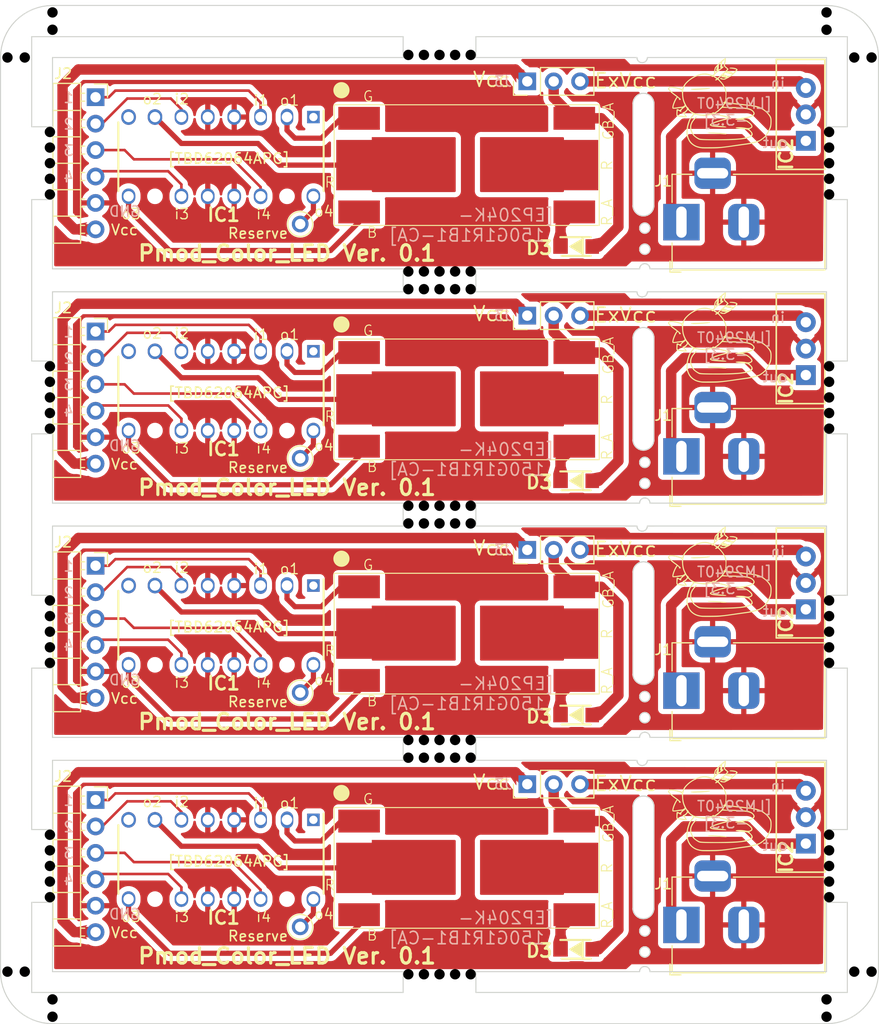
<source format=kicad_pcb>
(kicad_pcb (version 20221018) (generator pcbnew)
  (layers (0 "F.Cu" signal) (31 "B.Cu" signal) (34 "B.Paste" user) (35 "F.Paste" user) (36 "B.SilkS" user "B.Silkscreen") (37 "F.SilkS" user "F.Silkscreen") (38 "B.Mask" user) (39 "F.Mask" user) (44 "Edge.Cuts" user))
  (net 0 "")
  (net 1 "Board_0-/Anode")
  (net 2 "Board_0-/ExVcc")
  (net 3 "Board_0-GND")
  (net 4 "Board_0-Net-(D1-BK)")
  (net 5 "Board_0-Net-(D1-GK)")
  (net 6 "Board_0-Net-(D1-RA)")
  (net 7 "Board_0-Net-(IC1-I1)")
  (net 8 "Board_0-Net-(IC1-I2)")
  (net 9 "Board_0-Net-(IC1-I3)")
  (net 10 "Board_0-Net-(IC1-I4)")
  (net 11 "Board_0-Net-(IC1-O2)")
  (net 12 "Board_0-Net-(IC1-O4)")
  (net 13 "Board_0-Net-(IC2-IN)")
  (net 14 "Board_0-VCC")
  (net 15 "Board_1-/Anode")
  (net 16 "Board_1-/ExVcc")
  (net 17 "Board_1-GND")
  (net 18 "Board_1-Net-(D1-BK)")
  (net 19 "Board_1-Net-(D1-GK)")
  (net 20 "Board_1-Net-(D1-RA)")
  (net 21 "Board_1-Net-(IC1-I1)")
  (net 22 "Board_1-Net-(IC1-I2)")
  (net 23 "Board_1-Net-(IC1-I3)")
  (net 24 "Board_1-Net-(IC1-I4)")
  (net 25 "Board_1-Net-(IC1-O2)")
  (net 26 "Board_1-Net-(IC1-O4)")
  (net 27 "Board_1-Net-(IC2-IN)")
  (net 28 "Board_1-VCC")
  (net 29 "Board_2-/Anode")
  (net 30 "Board_2-/ExVcc")
  (net 31 "Board_2-GND")
  (net 32 "Board_2-Net-(D1-BK)")
  (net 33 "Board_2-Net-(D1-GK)")
  (net 34 "Board_2-Net-(D1-RA)")
  (net 35 "Board_2-Net-(IC1-I1)")
  (net 36 "Board_2-Net-(IC1-I2)")
  (net 37 "Board_2-Net-(IC1-I3)")
  (net 38 "Board_2-Net-(IC1-I4)")
  (net 39 "Board_2-Net-(IC1-O2)")
  (net 40 "Board_2-Net-(IC1-O4)")
  (net 41 "Board_2-Net-(IC2-IN)")
  (net 42 "Board_2-VCC")
  (net 43 "Board_3-/Anode")
  (net 44 "Board_3-/ExVcc")
  (net 45 "Board_3-GND")
  (net 46 "Board_3-Net-(D1-BK)")
  (net 47 "Board_3-Net-(D1-GK)")
  (net 48 "Board_3-Net-(D1-RA)")
  (net 49 "Board_3-Net-(IC1-I1)")
  (net 50 "Board_3-Net-(IC1-I2)")
  (net 51 "Board_3-Net-(IC1-I3)")
  (net 52 "Board_3-Net-(IC1-I4)")
  (net 53 "Board_3-Net-(IC1-O2)")
  (net 54 "Board_3-Net-(IC1-O4)")
  (net 55 "Board_3-Net-(IC2-IN)")
  (net 56 "Board_3-VCC")
  (net 57 "Board_0-unconnected-(D1-RK-Pad5)")
  (net 58 "Board_1-unconnected-(D1-RK-Pad5)")
  (net 59 "Board_2-unconnected-(D1-RK-Pad5)")
  (net 60 "Board_3-unconnected-(D1-RK-Pad5)")
  (footprint "NPTH" (layer "F.Cu") (at 185.97877 59.176518)
    (fp_text reference "REF**" hide)
    (fp_text value "NPTH" hide)
  )
  (footprint "SamacSys_Parts:DIP762W60P254L1975H445Q16N" (layer "F.Cu") (at 127.479018 34.534091 -90)
    (fp_text reference "IC1")
    (fp_text value "TBD62064APG" hide)
  )
  (footprint "NPTH" (layer "F.Cu") (at 145.5 90.603094)
    (fp_text reference "REF**" hide)
    (fp_text value "NPTH" hide)
  )
  (footprint "NPTH" (layer "F.Cu") (at 185.97877 36.65882)
    (fp_text reference "REF**" hide)
    (fp_text value "NPTH" hide)
  )
  (footprint "NPTH" (layer "F.Cu") (at 145.5 92.305476)
    (fp_text reference "REF**" hide)
    (fp_text value "NPTH" hide)
  )
  (footprint "NPTH" (layer "F.Cu") (at 148.5 69.787778)
    (fp_text reference "REF**" hide)
    (fp_text value "NPTH" hide)
  )
  (footprint "TestPoint:TestPoint_Pad_D2.0mm" (layer "F.Cu") (at 135.099018 108.564185)
    (fp_text reference "Reserve")
    (fp_text value "TestPoint")
  )
  (footprint "NPTH" (layer "F.Cu") (at 111.020246 80.194245)
    (fp_text reference "REF**" hide)
    (fp_text value "NPTH" hide)
  )
  (footprint "NPTH" (layer "F.Cu") (at 150 90.603094)
    (fp_text reference "REF**" hide)
    (fp_text value "NPTH" hide)
  )
  (footprint "NPTH" (layer "F.Cu") (at 147 68.085396)
    (fp_text reference "REF**" hide)
    (fp_text value "NPTH" hide)
  )
  (footprint "NPTH" (layer "F.Cu") (at 111.020246 101.211943)
    (fp_text reference "REF**" hide)
    (fp_text value "NPTH" hide)
  )
  (footprint "NPTH" (layer "F.Cu") (at 185.97894 60.676518)
    (fp_text reference "REF**" hide)
    (fp_text value "NPTH" hide)
  )
  (footprint "NPTH" (layer "F.Cu") (at 185.978429 33.658821)
    (fp_text reference "REF**" hide)
    (fp_text value "NPTH" hide)
  )
  (footprint "NPTH" (layer "F.Cu") (at 111.020246 35.158849)
    (fp_text reference "REF**" hide)
    (fp_text value "NPTH" hide)
  )
  (footprint "NPTH" (layer "F.Cu") (at 150 24.752382)
    (fp_text reference "REF**" hide)
    (fp_text value "NPTH" hide)
  )
  (footprint "NPTH" (layer "F.Cu") (at 185.729754 115.537458)
    (fp_text reference "REF**" hide)
    (fp_text value "NPTH" hide)
  )
  (footprint "Library:Pmod6" (layer "F.Cu") (at 111.374018 72.584487)
    (fp_text reference "J2")
    (fp_text value "Conn_01x06_Pin" hide)
  )
  (footprint "MyLibrary:logo_kamo_ss" (layer "F.Cu") (at 175.358018 74.489487)
    (fp_text reference "G***" hide)
    (fp_text value "LOGO" hide)
  )
  (footprint "NPTH" (layer "F.Cu") (at 150 68.085396)
    (fp_text reference "REF**" hide)
    (fp_text value "NPTH" hide)
  )
  (footprint "NPTH" (layer "F.Cu") (at 190.063087 25)
    (fp_text reference "REF**" hide)
    (fp_text value "NPTH" hide)
  )
  (footprint "MyLibrary:logo_kamo_ss" (layer "F.Cu") (at 175.358018 97.007185)
    (fp_text reference "G***" hide)
    (fp_text value "LOGO" hide)
  )
  (footprint "NPTH" (layer "F.Cu") (at 111.270246 20.666667)
    (fp_text reference "REF**" hide)
    (fp_text value "NPTH" hide)
  )
  (footprint "NPTH" (layer "F.Cu") (at 111.020246 99.711943)
    (fp_text reference "REF**" hide)
    (fp_text value "NPTH" hide)
  )
  (footprint "NPTH" (layer "F.Cu") (at 111.020246 56.176547)
    (fp_text reference "REF**" hide)
    (fp_text value "NPTH" hide)
  )
  (footprint "NPTH" (layer "F.Cu") (at 111.020246 57.676547)
    (fp_text reference "REF**" hide)
    (fp_text value "NPTH" hide)
  )
  (footprint "NPTH" (layer "F.Cu") (at 106.936913 25)
    (fp_text reference "REF**" hide)
    (fp_text value "NPTH" hide)
  )
  (footprint "NPTH" (layer "F.Cu") (at 111.020246 105.711943)
    (fp_text reference "REF**" hide)
    (fp_text value "NPTH" hide)
  )
  (footprint "SamacSys_Parts:SODFL3618X108N" (layer "F.Cu") (at 161.642018 110.723185)
    (fp_text reference "D3")
    (fp_text value "SS2040FL" hide)
  )
  (footprint "Connector_BarrelJack:BarrelJack_Horizontal" (layer "F.Cu") (at 171.771018 63.343289 180)
    (fp_text reference "J1")
    (fp_text value "Barrel_Jack_Switch")
  )
  (footprint "NPTH" (layer "F.Cu") (at 151.5 24.752382)
    (fp_text reference "REF**" hide)
    (fp_text value "NPTH" hide)
  )
  (footprint "NPTH" (layer "F.Cu") (at 111.020246 78.694245)
    (fp_text reference "REF**" hide)
    (fp_text value "NPTH" hide)
  )
  (footprint "NPTH" (layer "F.Cu") (at 111.270246 117.204125)
    (fp_text reference "REF**" hide)
    (fp_text value "NPTH" hide)
  )
  (footprint "NPTH" (layer "F.Cu") (at 150 45.567698)
    (fp_text reference "REF**" hide)
    (fp_text value "NPTH" hide)
  )
  (footprint "NPTH" (layer "F.Cu") (at 147 69.787778)
    (fp_text reference "REF**" hide)
    (fp_text value "NPTH" hide)
  )
  (footprint "NPTH" (layer "F.Cu") (at 185.729754 22.333334)
    (fp_text reference "REF**" hide)
    (fp_text value "NPTH" hide)
  )
  (footprint "Library:Pmod6" (layer "F.Cu") (at 111.374018 50.066789)
    (fp_text reference "J2")
    (fp_text value "Conn_01x06_Pin" hide)
  )
  (footprint "NPTH" (layer "F.Cu") (at 151.5 47.27008)
    (fp_text reference "REF**" hide)
    (fp_text value "NPTH" hide)
  )
  (footprint "SamacSys_Parts:TO254P470X1016X2222-3P" (layer "F.Cu") (at 182.724018 95.483185 90)
    (fp_text reference "IC2")
    (fp_text value "LM2940T-5.0" hide)
  )
  (footprint "SamacSys_Parts:DIP762W60P254L1975H445Q16N" (layer "F.Cu") (at 127.479018 79.569487 -90)
    (fp_text reference "IC1")
    (fp_text value "TBD62064APG" hide)
  )
  (footprint "NPTH" (layer "F.Cu") (at 185.978429 56.176518)
    (fp_text reference "REF**" hide)
    (fp_text value "NPTH" hide)
  )
  (footprint "NPTH" (layer "F.Cu") (at 148.5 92.305476)
    (fp_text reference "REF**" hide)
    (fp_text value "NPTH" hide)
  )
  (footprint "NPTH" (layer "F.Cu") (at 148.5 45.567698)
    (fp_text reference "REF**" hide)
    (fp_text value "NPTH" hide)
  )
  (footprint "TestPoint:TestPoint_Pad_D2.0mm" (layer "F.Cu") (at 135.099018 41.011091)
    (fp_text reference "Reserve")
    (fp_text value "TestPoint")
  )
  (footprint "NPTH" (layer "F.Cu") (at 147 92.305476)
    (fp_text reference "REF**" hide)
    (fp_text value "NPTH" hide)
  )
  (footprint "NPTH" (layer "F.Cu") (at 147 24.752382)
    (fp_text reference "REF**" hide)
    (fp_text value "NPTH" hide)
  )
  (footprint "TestPoint:TestPoint_Pad_D2.0mm" (layer "F.Cu") (at 135.099018 86.046487)
    (fp_text reference "Reserve")
    (fp_text value "TestPoint")
  )
  (footprint "NPTH" (layer "F.Cu") (at 145.5 45.567698)
    (fp_text reference "REF**" hide)
    (fp_text value "NPTH" hide)
  )
  (footprint "NPTH" (layer "F.Cu") (at 147 45.567698)
    (fp_text reference "REF**" hide)
    (fp_text value "NPTH" hide)
  )
  (footprint "NPTH" (layer "F.Cu") (at 150 92.305476)
    (fp_text reference "REF**" hide)
    (fp_text value "NPTH" hide)
  )
  (footprint "NPTH" (layer "F.Cu") (at 188.39642 112.870792)
    (fp_text reference "REF**" hide)
    (fp_text value "NPTH" hide)
  )
  (footprint "Connector_PinHeader_2.54mm:PinHeader_1x03_P2.54mm_Vertical" (layer "F.Cu") (at 156.943018 94.848185 90)
    (fp_text reference "J3")
    (fp_text value "Conn_01x03_Pin")
  )
  (footprint "NPTH" (layer "F.Cu") (at 106.936913 112.870792)
    (fp_text reference "REF**" hide)
    (fp_text value "NPTH" hide)
  )
  (footprint "SamacSys_Parts:TO254P470X1016X2222-3P" (layer "F.Cu") (at 182.724018 50.447789 90)
    (fp_text reference "IC2")
    (fp_text value "LM2940T-5.0" hide)
  )
  (footprint "NPTH" (layer "F.Cu") (at 185.978259 99.711914)
    (fp_text reference "REF**" hide)
    (fp_text value "NPTH" hide)
  )
  (footprint "MyLibrary:logo_kamo_ss" (layer "F.Cu") (at 175.358018 51.971789)
    (fp_text reference "G***" hide)
    (fp_text value "LOGO" hide)
  )
  (footprint "NPTH" (layer "F.Cu") (at 145.5 113.120792)
    (fp_text reference "REF**" hide)
    (fp_text value "NPTH" hide)
  )
  (footprint "NPTH" (layer "F.Cu") (at 111.270246 22.333334)
    (fp_text reference "REF**" hide)
    (fp_text value "NPTH" hide)
  )
  (footprint "MyLibrary:EP204-150G1R1B1-CA" (layer "F.Cu") (at 151.165024 102.897191)
    (fp_text reference "D1" hide)
    (fp_text value "EP204K-150G1R1B1-CA")
  )
  (footprint "SamacSys_Parts:TO254P470X1016X2222-3P" (layer "F.Cu") (at 182.724018 27.930091 90)
    (fp_text reference "IC2")
    (fp_text value "LM2940T-5.0" hide)
  )
  (footprint "NPTH" (layer "F.Cu") (at 111.020246 81.694245)
    (fp_text reference "REF**" hide)
    (fp_text value "NPTH" hide)
  )
  (footprint "NPTH" (layer "F.Cu") (at 185.978429 101.211914)
    (fp_text reference "REF**" hide)
    (fp_text value "NPTH" hide)
  )
  (footprint "NPTH" (layer "F.Cu") (at 111.270246 115.537458)
    (fp_text reference "REF**" hide)
    (fp_text value "NPTH" hide)
  )
  (footprint "NPTH" (layer "F.Cu") (at 151.5 69.787778)
    (fp_text reference "REF**" hide)
    (fp_text value "NPTH" hide)
  )
  (footprint "SamacSys_Parts:DIP762W60P254L1975H445Q16N" (layer "F.Cu") (at 127.479018 57.051789 -90)
    (fp_text reference "IC1")
    (fp_text value "TBD62064APG" hide)
  )
  (footprint "NPTH" (layer "F.Cu") (at 188.39642 25)
    (fp_text reference "REF**" hide)
    (fp_text value "NPTH" hide)
  )
  (footprint "SamacSys_Parts:SODFL3618X108N" (layer "F.Cu") (at 161.642018 43.170091)
    (fp_text reference "D3")
    (fp_text value "SS2040FL" hide)
  )
  (footprint "NPTH" (layer "F.Cu") (at 111.020246 59.176547)
    (fp_text reference "REF**" hide)
    (fp_text value "NPTH" hide)
  )
  (footprint "Connector_PinHeader_2.54mm:PinHeader_1x03_P2.54mm_Vertical" (layer "F.Cu") (at 156.943018 49.812789 90)
    (fp_text reference "J3")
    (fp_text value "Conn_01x03_Pin")
  )
  (footprint "SamacSys_Parts:DIP762W60P254L1975H445Q16N" (layer "F.Cu") (at 127.479018 102.087185 -90)
    (fp_text reference "IC1")
    (fp_text value "TBD62064APG" hide)
  )
  (footprint "NPTH" (layer "F.Cu") (at 185.97894 105.711914)
    (fp_text reference "REF**" hide)
    (fp_text value "NPTH" hide)
  )
  (footprint "MyLibrary:EP204-150G1R1B1-CA" (layer "F.Cu") (at 151.165024 35.344097)
    (fp_text reference "D1" hide)
    (fp_text value "EP204K-150G1R1B1-CA")
  )
  (footprint "Connector_BarrelJack:BarrelJack_Horizontal" (layer "F.Cu") (at 171.771018 108.378685 180)
    (fp_text reference "J1")
    (fp_text value "Barrel_Jack_Switch")
  )
  (footprint "NPTH" (layer "F.Cu") (at 147 90.603094)
    (fp_text reference "REF**" hide)
    (fp_text value "NPTH" hide)
  )
  (footprint "NPTH" (layer "F.Cu") (at 147 47.27008)
    (fp_text reference "REF**" hide)
    (fp_text value "NPTH" hide)
  )
  (footprint "SamacSys_Parts:SODFL3618X108N" (layer "F.Cu") (at 161.642018 88.205487)
    (fp_text reference "D3")
    (fp_text value "SS2040FL" hide)
  )
  (footprint "NPTH" (layer "F.Cu") (at 185.978429 78.694216)
    (fp_text reference "REF**" hide)
    (fp_text value "NPTH" hide)
  )
  (footprint "NPTH" (layer "F.Cu") (at 150 47.27008)
    (fp_text reference "REF**" hide)
    (fp_text value "NPTH" hide)
  )
  (footprint "SamacSys_Parts:SODFL3618X108N" (layer "F.Cu") (at 161.642018 65.687789)
    (fp_text reference "D3")
    (fp_text value "SS2040FL" hide)
  )
  (footprint "NPTH" (layer "F.Cu") (at 111.020246 54.676547)
    (fp_text reference "REF**" hide)
    (fp_text value "NPTH" hide)
  )
  (footprint "NPTH" (layer "F.Cu") (at 185.978599 35.158821)
    (fp_text reference "REF**" hide)
    (fp_text value "NPTH" hide)
  )
  (footprint "NPTH" (layer "F.Cu") (at 145.5 69.787778)
    (fp_text reference "REF**" hide)
    (fp_text value "NPTH" hide)
  )
  (footprint "NPTH" (layer "F.Cu") (at 111.020246 83.194245)
    (fp_text reference "REF**" hide)
    (fp_text value "NPTH" hide)
  )
  (footprint "NPTH" (layer "F.Cu") (at 111.020246 104.211943)
    (fp_text reference "REF**" hide)
    (fp_text value "NPTH" hide)
  )
  (footprint "Library:Pmod6" (layer "F.Cu") (at 111.374018 95.102185)
    (fp_text reference "J2")
    (fp_text value "Conn_01x06_Pin" hide)
  )
  (footprint "NPTH" (layer "F.Cu") (at 151.5 90.603094)
    (fp_text reference "REF**" hide)
    (fp_text value "NPTH" hide)
  )
  (footprint "Connector_BarrelJack:BarrelJack_Horizontal" (layer "F.Cu") (at 171.771018 85.860987 180)
    (fp_text reference "J1")
    (fp_text value "Barrel_Jack_Switch")
  )
  (footprint "NPTH" (layer "F.Cu") (at 111.020246 102.711943)
    (fp_text reference "REF**" hide)
    (fp_text value "NPTH" hide)
  )
  (footprint "NPTH" (layer "F.Cu") (at 111.020246 60.676547)
    (fp_text reference "REF**" hide)
    (fp_text value "NPTH" hide)
  )
  (footprint "NPTH" (layer "F.Cu") (at 185.97894 38.15882)
    (fp_text reference "REF**" hide)
    (fp_text value "NPTH" hide)
  )
  (footprint "NPTH" (layer "F.Cu") (at 145.5 24.752382)
    (fp_text reference "REF**" hide)
    (fp_text value "NPTH" hide)
  )
  (footprint "NPTH" (layer "F.Cu") (at 111.020246 32.158849)
    (fp_text reference "REF**" hide)
    (fp_text value "NPTH" hide)
  )
  (footprint "NPTH" (layer "F.Cu") (at 148.5 90.603094)
    (fp_text reference "REF**" hide)
    (fp_text value "NPTH" hide)
  )
  (footprint "NPTH" (layer "F.Cu") (at 185.978599 102.711914)
    (fp_text reference "REF**" hide)
    (fp_text value "NPTH" hide)
  )
  (footprint "NPTH" (layer "F.Cu") (at 108.60358 112.870792)
    (fp_text reference "REF**" hide)
    (fp_text value "NPTH" hide)
  )
  (footprint "NPTH" (layer "F.Cu") (at 185.978599 80.194216)
    (fp_text reference "REF**" hide)
    (fp_text value "NPTH" hide)
  )
  (footprint "NPTH" (layer "F.Cu") (at 151.5 92.305476)
    (fp_text reference "REF**" hide)
    (fp_text value "NPTH" hide)
  )
  (footprint "NPTH" (layer "F.Cu") (at 145.5 68.085396)
    (fp_text reference "REF**" hide)
    (fp_text value "NPTH" hide)
  )
  (footprint "NPTH" (layer "F.Cu") (at 185.97877 81.694216)
    (fp_text reference "REF**" hide)
    (fp_text value "NPTH" hide)
  )
  (footprint "NPTH" (layer "F.Cu") (at 185.978259 32.158821)
    (fp_text reference "REF**" hide)
    (fp_text value "NPTH" hide)
  )
  (footprint "NPTH" (layer "F.Cu") (at 148.5 113.120792)
    (fp_text reference "REF**" hide)
    (fp_text value "NPTH" hide)
  )
  (footprint "Connector_BarrelJack:BarrelJack_Horizontal" (layer "F.Cu") (at 171.771018 40.825591 180)
    (fp_text reference "J1")
    (fp_text value "Barrel_Jack_Switch")
  )
  (footprint "NPTH" (layer "F.Cu") (at 190.063087 112.870792)
    (fp_text reference "REF**" hide)
    (fp_text value "NPTH" hide)
  )
  (footprint "NPTH" (layer "F.Cu") (at 145.5 47.27008)
    (fp_text reference "REF**" hide)
    (fp_text value "NPTH" hide)
  )
  (footprint "NPTH" (layer "F.Cu") (at 151.5 113.120792)
    (fp_text reference "REF**" hide)
    (fp_text value "NPTH" hide)
  )
  (footprint "NPTH" (layer "F.Cu") (at 185.729754 117.204125)
    (fp_text reference "REF**" hide)
    (fp_text value "NPTH" hide)
  )
  (footprint "MyLibrary:logo_kamo_ss" (layer "F.Cu") (at 175.358018 29.454091)
    (fp_text reference "G***" hide)
    (fp_text value "LOGO" hide)
  )
  (footprint "NPTH" (layer "F.Cu") (at 111.020246 38.158849)
    (fp_text reference "REF**" hide)
    (fp_text value "NPTH" hide)
  )
  (footprint "NPTH" (layer "F.Cu") (at 111.020246 36.658849)
    (fp_text reference "REF**" hide)
    (fp_text value "NPTH" hide)
  )
  (footprint "MyLibrary:EP204-150G1R1B1-CA" (layer "F.Cu") (at 151.165024 57.861795)
    (fp_text reference "D1" hide)
    (fp_text value "EP204K-150G1R1B1-CA")
  )
  (footprint "NPTH" (layer "F.Cu") (at 108.60358 25)
    (fp_text reference "REF**" hide)
    (fp_text value "NPTH" hide)
  )
  (footprint "NPTH" (layer "F.Cu") (at 151.5 68.085396)
    (fp_text reference "REF**" hide)
    (fp_text value "NPTH" hide)
  )
  (footprint "NPTH" (layer "F.Cu") (at 185.97894 83.194216)
    (fp_text reference "REF**" hide)
    (fp_text value "NPTH" hide)
  )
  (footprint "TestPoint:TestPoint_Pad_D2.0mm" (layer "F.Cu") (at 135.099018 63.528789)
    (fp_text reference "Reserve")
    (fp_text value "TestPoint")
  )
  (footprint "Connector_PinHeader_2.54mm:PinHeader_1x03_P2.54mm_Vertical" (layer "F.Cu") (at 156.943018 27.295091 90)
    (fp_text reference "J3")
    (fp_text value "Conn_01x03_Pin")
  )
  (footprint "NPTH" (layer "F.Cu") (at 185.97877 104.211914)
    (fp_text reference "REF**" hide)
    (fp_text value "NPTH" hide)
  )
  (footprint "NPTH" (layer "F.Cu") (at 151.5 45.567698)
    (fp_text reference "REF**" hide)
    (fp_text value "NPTH" hide)
  )
  (footprint "NPTH" (layer "F.Cu") (at 148.5 68.085396)
    (fp_text reference "REF**" hide)
    (fp_text value "NPTH" hide)
  )
  (footprint "Connector_PinHeader_2.54mm:PinHeader_1x03_P2.54mm_Vertical" (layer "F.Cu") (at 156.943018 72.330487 90)
    (fp_text reference "J3")
    (fp_text value "Conn_01x03_Pin")
  )
  (footprint "NPTH" (layer "F.Cu") (at 111.020246 33.658849)
    (fp_text reference "REF**" hide)
    (fp_text value "NPTH" hide)
  )
  (footprint "Library:Pmod6" (layer "F.Cu") (at 111.374018 27.549091)
    (fp_text reference "J2")
    (fp_text value "Conn_01x06_Pin" hide)
  )
  (footprint "NPTH" (layer "F.Cu") (at 148.5 47.27008)
    (fp_text reference "REF**" hide)
    (fp_text value "NPTH" hide)
  )
  (footprint "NPTH" (layer "F.Cu") (at 150 69.787778)
    (fp_text reference "REF**" hide)
    (fp_text value "NPTH" hide)
  )
  (footprint "NPTH" (layer "F.Cu") (at 150 113.120792)
    (fp_text reference "REF**" hide)
    (fp_text value "NPTH" hide)
  )
  (footprint "SamacSys_Parts:TO254P470X1016X2222-3P" (layer "F.Cu") (at 182.724018 72.965487 90)
    (fp_text reference "IC2")
    (fp_text value "LM2940T-5.0" hide)
  )
  (footprint "NPTH" (layer "F.Cu") (at 185.978599 57.676518)
    (fp_text reference "REF**" hide)
    (fp_text value "NPTH" hide)
  )
  (footprint "NPTH" (layer "F.Cu") (at 147 113.120792)
    (fp_text reference "REF**" hide)
    (fp_text value "NPTH" hide)
  )
  (footprint "NPTH" (layer "F.Cu") (at 185.978259 54.676518)
    (fp_text reference "REF**" hide)
    (fp_text value "NPTH" hide)
  )
  (footprint "NPTH" (layer "F.Cu") (at 111.020246 77.194245)
    (fp_text reference "REF**" hide)
    (fp_text value "NPTH" hide)
  )
  (footprint "NPTH" (layer "F.Cu") (at 185.729754 20.666667)
    (fp_text reference "REF**" hide)
    (fp_text value "NPTH" hide)
  )
  (footprint "MyLibrary:EP204-150G1R1B1-CA" (layer "F.Cu") (at 151.165024 80.379493)
    (fp_text reference "D1" hide)
    (fp_text value "EP204K-150G1R1B1-CA")
  )
  (footprint "NPTH" (layer "F.Cu") (at 148.5 24.752382)
    (fp_text reference "REF**" hide)
    (fp_text value "NPTH" hide)
  )
  (footprint "NPTH" (layer "F.Cu") (at 185.978259 77.194216)
    (fp_text reference "REF**" hide)
    (fp_text value "NPTH" hide)
  )
  (gr_rect (start 152.498018 100.309185) (end 160.372018 105.389185) (stroke (width 0.2)) (fill solid) (layer "F.Cu"))
  (gr_rect (start 152.498018 77.791487) (end 160.372018 82.871487) (stroke (width 0.2)) (fill solid) (layer "F.Cu"))
  (gr_rect (start 152.498018 32.756091) (end 160.372018 37.836091) (stroke (width 0.2)) (fill solid) (layer "F.Cu"))
  (gr_rect (start 152.498018 55.273789) (end 160.372018 60.353789) (stroke (width 0.2)) (fill solid) (layer "F.Cu"))
  (gr_rect (start 142.084018 55.273789) (end 149.958018 60.353789) (stroke (width 0.2)) (fill solid) (layer "F.Cu"))
  (gr_rect (start 142.084018 77.791487) (end 149.958018 82.871487) (stroke (width 0.2)) (fill solid) (layer "F.Cu"))
  (gr_rect (start 142.084018 100.309185) (end 149.958018 105.389185) (stroke (width 0.2)) (fill solid) (layer "F.Cu"))
  (gr_rect (start 142.084018 32.756091) (end 149.958018 37.836091) (stroke (width 0.2)) (fill solid) (layer "F.Cu"))
  (gr_line (start 109.270246 38.658849) (end 111.270246 38.658849) (stroke (width 0.1)) (layer "Edge.Cuts"))
  (gr_line (start 168.736259 88.55779) (end 168.72415 88.605738) (stroke (width 0.1)) (layer "Edge.Cuts"))
  (gr_line (start 168.190474 65.444883) (end 168.239833 65.441827) (stroke (width 0.1)) (layer "Edge.Cuts"))
  (gr_line (start 168.141658 42.935103) (end 168.190474 42.927185) (stroke (width 0.1)) (layer "Edge.Cuts"))
  (gr_line (start 167.961203 110.566234) (end 168.003192 110.540108) (stroke (width 0.1)) (layer "Edge.Cuts"))
  (gr_line (start 167.313913 51.355946) (end 167.345312 51.316573) (stroke (width 0.1)) (layer "Edge.Cuts"))
  (gr_line (start 168.244605 50.963627) (end 168.294402 50.971133) (stroke (width 0.1)) (layer "Edge.Cuts"))
  (gr_line (start 168.659137 67.553735) (end 168.685128 67.596269) (stroke (width 0.1)) (layer "Edge.Cuts"))
  (gr_line (start 167.915175 112.495901) (end 167.954146 112.464822) (stroke (width 0.1)) (layer "Edge.Cuts"))
  (gr_line (start 168.241696 47.952535) (end 168.197397 47.975246) (stroke (width 0.1)) (layer "Edge.Cuts"))
  (gr_line (start 167.74617 86.447854) (end 167.747394 86.398415) (stroke (width 0.1)) (layer "Edge.Cuts"))
  (gr_line (start 168.488012 28.507908) (end 168.534418 28.52747) (stroke (width 0.1)) (layer "Edge.Cuts"))
  (gr_line (start 109.270246 106.211943) (end 111.270246 106.211943) (stroke (width 0.1)) (layer "Edge.Cuts"))
  (gr_line (start 168.33825 64.409208) (end 168.289253 64.415916) (stroke (width 0.1)) (layer "Edge.Cuts"))
  (gr_line (start 111.270246 61.176547) (end 111.270246 67.835396) (stroke (width 0.1)) (layer "Edge.Cuts"))
  (gr_line (start 167.114298 61.891321) (end 167.108036 61.841352) (stroke (width 0.1)) (layer "Edge.Cuts"))
  (gr_line (start 167.764206 70.482141) (end 167.721093 70.45725) (stroke (width 0.1)) (layer "Edge.Cuts"))
  (gr_line (start 168.579791 51.067018) (end 168.624018 51.091103) (stroke (width 0.1)) (layer "Edge.Cuts"))
  (gr_line (start 167.413798 51.242763) (end 167.450714 51.20851) (stroke (width 0.1)) (layer "Edge.Cuts"))
  (gr_line (start 168.818238 39.946117) (end 168.781322 39.98037) (stroke (width 0.1)) (layer "Edge.Cuts"))
  (gr_line (start 190.705677 113.360877) (end 190.729754 112.870792) (stroke (width 0.1)) (layer "Edge.Cuts"))
  (gr_line (start 167.824784 86.166113) (end 167.853455 86.125818) (stroke (width 0.1)) (layer "Edge.Cuts"))
  (gr_line (start 167.791347 85.215894) (end 167.744024 85.19867) (stroke (width 0.1)) (layer "Edge.Cuts"))
  (gr_line (start 168.974843 84.785137) (end 168.94752 84.82744) (stroke (width 0.1)) (layer "Edge.Cuts"))
  (gr_line (start 168.520581 43.84196) (end 168.477958 43.867039) (stroke (width 0.1)) (layer "Edge.Cuts"))
  (gr_line (start 168.660459 110.697474) (end 168.686064 110.739784) (stroke (width 0.1)) (layer "Edge.Cuts"))
  (gr_line (start 169.118001 84.35905) (end 169.111739 84.409019) (stroke (width 0.1)) (layer "Edge.Cuts"))
  (gr_line (start 168.707363 88.266717) (end 168.72415 88.313235) (stroke (width 0.1)) (layer "Edge.Cuts"))
  (gr_line (start 168.859401 96.31421) (end 168.892723 96.351969) (stroke (width 0.1)) (layer "Edge.Cuts"))
  (gr_line (start 168.477958 40.957142) (end 168.520581 40.982221) (stroke (width 0.1)) (layer "Edge.Cuts"))
  (gr_line (start 168.283514 92.960922) (end 168.241696 92.987931) (stroke (width 0.1)) (layer "Edge.Cuts"))
  (gr_line (start 167.749837 109.014869) (end 167.74617 108.965552) (stroke (width 0.1)) (layer "Edge.Cuts"))
  (gr_line (start 169.049709 74.091168) (end 169.068108 74.138047) (stroke (width 0.1)) (layer "Edge.Cuts"))
  (gr_line (start 168.491375 70.037778) (end 168.490754 70.062668) (stroke (width 0.1)) (layer "Edge.Cuts"))
  (gr_line (start 168.520581 66.359658) (end 168.477958 66.384737) (stroke (width 0.1)) (layer "Edge.Cuts"))
  (gr_line (start 168.630801 109.272468) (end 168.597378 109.308918) (stroke (width 0.1)) (layer "Edge.Cuts"))
  (gr_line (start 168.151056 25.475736) (end 168.103135 25.489219) (stroke (width 0.1)) (layer "Edge.Cuts"))
  (gr_line (start 167.885966 88.112553) (end 167.921999 88.078682) (stroke (width 0.1)) (layer "Edge.Cuts"))
  (gr_line (start 168.746018 90.353094) (end 185.729754 90.353094) (stroke (width 0.1)) (layer "Edge.Cuts"))
  (gr_line (start 168.441923 47.736742) (end 168.418114 47.780462) (stroke (width 0.1)) (layer "Edge.Cuts"))
  (gr_line (start 168.474123 89.908158) (end 168.517291 89.933081) (stroke (width 0.1)) (layer "Edge.Cuts"))
  (gr_line (start 168.386568 40.195342) (end 168.337765 40.207769) (stroke (width 0.1)) (layer "Edge.Cuts"))
  (gr_line (start 167.232013 28.965055) (end 167.257193 28.921441) (stroke (width 0.1)) (layer "Edge.Cuts"))
  (gr_line (start 168.743533 67.785612) (end 168.746018 67.835396) (stroke (width 0.1)) (layer "Edge.Cuts"))
  (gr_line (start 168.477958 42.981142) (end 168.520581 43.006221) (stroke (width 0.1)) (layer "Edge.Cuts"))
  (gr_line (start 167.987431 40.225253) (end 167.937634 40.217747) (stroke (width 0.1)) (layer "Edge.Cuts"))
  (gr_line (start 106.650848 114.784209) (end 106.860639 115.227775) (stroke (width 0.1)) (layer "Edge.Cuts"))
  (gr_line (start 168.025104 41.848641) (end 167.981874 41.824624) (stroke (width 0.1)) (layer "Edge.Cuts"))
  (gr_line (start 168.892723 73.834271) (end 168.924122 73.873644) (stroke (width 0.1)) (layer "Edge.Cuts"))
  (gr_line (start 168.520581 108.535315) (end 168.560517 108.564482) (stroke (width 0.1)) (layer "Edge.Cuts"))
  (gr_line (start 167.407799 62.463815) (end 167.372635 62.427764) (stroke (width 0.1)) (layer "Edge.Cuts"))
  (gr_line (start 168.743572 41.350697) (end 168.746018 41.400091) (stroke (width 0.1)) (layer "Edge.Cuts"))
  (gr_line (start 167.182327 39.61541) (end 167.163928 39.568531) (stroke (width 0.1)) (layer "Edge.Cuts"))
  (gr_line (start 186.705205 117.774718) (end 187.181177 117.655493) (stroke (width 0.1)) (layer "Edge.Cuts"))
  (gr_line (start 168.477958 85.992538) (end 168.520581 86.017617) (stroke (width 0.1)) (layer "Edge.Cuts"))
  (gr_line (start 168.138199 107.785872) (end 168.087838 107.785872) (stroke (width 0.1)) (layer "Edge.Cuts"))
  (gr_line (start 168.386344 42.944186) (end 168.433066 42.960396) (stroke (width 0.1)) (layer "Edge.Cuts"))
  (gr_line (start 111.270246 90.353094) (end 145 90.353094) (stroke (width 0.1)) (layer "Edge.Cuts"))
  (gr_line (start 167.110272 29.397747) (end 167.114035 29.347528) (stroke (width 0.1)) (layer "Edge.Cuts"))
  (gr_line (start 168.707363 108.760415) (end 168.72415 108.806933) (stroke (width 0.1)) (layer "Edge.Cuts"))
  (gr_line (start 167.492661 25.002382) (end 152 25.002382) (stroke (width 0.1)) (layer "Edge.Cuts"))
  (gr_line (start 167.885966 64.264722) (end 167.853455 64.227457) (stroke (width 0.1)) (layer "Edge.Cuts"))
  (gr_line (start 167.961203 40.98914) (end 168.003192 40.963014) (stroke (width 0.1)) (layer "Edge.Cuts"))
  (gr_line (start 167.780045 63.736489) (end 167.800234 63.691344) (stroke (width 0.1)) (layer "Edge.Cuts"))
  (gr_line (start 168.62904 67.514002) (end 168.659137 67.553735) (stroke (width 0.1)) (layer "Edge.Cuts"))
  (gr_line (start 168.238606 85.260649) (end 168.188496 85.265663) (stroke (width 0.1)) (layer "Edge.Cuts"))
  (gr_line (start 169.006022 28.965055) (end 169.028997 29.009868) (stroke (width 0.1)) (layer "Edge.Cuts"))
  (gr_line (start 167.853455 43.114422) (end 167.885966 43.077157) (stroke (width 0.1)) (layer "Edge.Cuts"))
  (gr_line (start 168.557762 112.479876) (end 168.595136 112.512858) (stroke (width 0.1)) (layer "Edge.Cuts"))
  (gr_line (start 168.428688 67.369959) (end 168.474123 67.39046) (stroke (width 0.1)) (layer "Edge.Cuts"))
  (gr_line (start 168.660459 65.662078) (end 168.686064 65.704388) (stroke (width 0.1)) (layer "Edge.Cuts"))
  (gr_line (start 167.845468 96.028934) (end 167.894271 96.016507) (stroke (width 0.1)) (layer "Edge.Cuts"))
  (gr_line (start 168.707363 43.231321) (end 168.72415 43.277839) (stroke (width 0.1)) (layer "Edge.Cuts"))
  (gr_line (start 168.72415 43.277839) (end 168.736259 43.325787) (stroke (width 0.1)) (layer "Edge.Cuts"))
  (gr_line (start 169.117738 74.332955) (end 169.124 74.382924) (stroke (width 0.1)) (layer "Edge.Cuts"))
  (gr_line (start 168.707363 41.207321) (end 168.72415 41.253839) (stroke (width 0.1)) (layer "Edge.Cuts"))
  (gr_line (start 168.392567 73.511236) (end 168.440689 73.52608) (stroke (width 0.1)) (layer "Edge.Cuts"))
  (gr_line (start 168.66699 73.63506) (end 168.708599 73.663429) (stroke (width 0.1)) (layer "Edge.Cuts"))
  (gr_line (start 185.729754 90.353094) (end 185.728997 83.694245) (stroke (width 0.1)) (layer "Edge.Cuts"))
  (gr_line (start 167.529436 28.628033) (end 167.571045 28.599664) (stroke (width 0.1)) (layer "Edge.Cuts"))
  (gr_line (start 168.630801 43.743374) (end 168.597378 43.779824) (stroke (width 0.1)) (layer "Edge.Cuts"))
  (gr_line (start 168.630801 111.296468) (end 168.597378 111.332918) (stroke (width 0.1)) (layer "Edge.Cuts"))
  (gr_line (start 169.04371 107.168504) (end 169.022998 107.214408) (stroke (width 0.1)) (layer "Edge.Cuts"))
  (gr_line (start 167.749837 41.461775) (end 167.74617 41.412458) (stroke (width 0.1)) (layer "Edge.Cuts"))
  (gr_line (start 168.660459 109.232895) (end 168.630801 109.272468) (stroke (width 0.1)) (layer "Edge.Cuts"))
  (gr_line (start 167.209038 74.045264) (end 167.232013 74.000451) (stroke (width 0.1)) (layer "Edge.Cuts"))
  (gr_line (start 168.43469 107.733592) (end 168.386568 107.748436) (stroke (width 0.1)) (layer "Edge.Cuts"))
  (gr_line (start 167.839469 85.230738) (end 167.791347 85.215894) (stroke (width 0.1)) (layer "Edge.Cuts"))
  (gr_line (start 168.239833 64.41775) (end 168.239833 64.41775) (stroke (width 0.1)) (layer "Edge.Cuts"))
  (gr_line (start 168.183846 44.821578) (end 168.233552 44.817853) (stroke (width 0.1)) (layer "Edge.Cuts"))
  (gr_line (start 168.093864 63.441502) (end 168.141658 63.428801) (stroke (width 0.1)) (layer "Edge.Cuts"))
  (gr_line (start 168.736104 90.25402) (end 168.743533 90.30331) (stroke (width 0.1)) (layer "Edge.Cuts"))
  (gr_line (start 168.953519 73.914534) (end 168.980842 73.956837) (stroke (width 0.1)) (layer "Edge.Cuts"))
  (gr_line (start 168.974843 39.749741) (end 168.94752 39.792044) (stroke (width 0.1)) (layer "Edge.Cuts"))
  (gr_line (start 167.182327 84.650806) (end 167.163928 84.603927) (stroke (width 0.1)) (layer "Edge.Cuts"))
  (gr_line (start 167.169927 74.138047) (end 167.188326 74.091168) (stroke (width 0.1)) (layer "Edge.Cuts"))
  (gr_line (start 168.103135 93.042313) (end 168.054109 93.050957) (stroke (width 0.1)) (layer "Edge.Cuts"))
  (gr_line (start 167.749837 111.038869) (end 167.74617 110.989552) (stroke (width 0.1)) (layer "Edge.Cuts"))
  (gr_line (start 167.758358 86.545885) (end 167.749837 86.497171) (stroke (width 0.1)) (layer "Edge.Cuts"))
  (gr_line (start 168.660459 43.14438) (end 168.686064 43.18669) (stroke (width 0.1)) (layer "Edge.Cuts"))
  (gr_line (start 168.43469 62.698196) (end 168.386568 62.71304) (stroke (width 0.1)) (layer "Edge.Cuts"))
  (gr_line (start 168.597378 63.562055) (end 168.630801 63.598505) (stroke (width 0.1)) (layer "Edge.Cuts"))
  (gr_line (start 167.771649 109.111218) (end 167.758358 109.063583) (stroke (width 0.1)) (layer "Edge.Cuts"))
  (gr_line (start 168.485797 70.112203) (end 168.475933 70.160998) (stroke (width 0.1)) (layer "Edge.Cuts"))
  (gr_line (start 168.520581 63.499919) (end 168.560517 63.529086) (stroke (width 0.1)) (layer "Edge.Cuts"))
  (gr_line (start 169.129019 74.483488) (end 169.12302 84.258487) (stroke (width 0.1)) (layer "Edge.Cuts"))
  (gr_line (start 188.507605 117.02814) (end 188.90172 116.735844) (stroke (width 0.1)) (layer "Edge.Cuts"))
  (gr_line (start 111.270246 70.171487) (end 111.270246 76.694245) (stroke (width 0.1)) (layer "Edge.Cuts"))
  (gr_line (start 167.789581 109.157306) (end 167.771649 109.111218) (stroke (width 0.1)) (layer "Edge.Cuts"))
  (gr_line (start 169.124 51.865226) (end 169.127763 51.915445) (stroke (width 0.1)) (layer "Edge.Cuts"))
  (gr_line (start 188.90172 21.134947) (end 188.507605 20.842651) (stroke (width 0.1)) (layer "Edge.Cuts"))
  (gr_line (start 168.238606 62.742951) (end 168.188496 62.747965) (stroke (width 0.1)) (layer "Edge.Cuts"))
  (gr_line (start 168.974843 62.267439) (end 168.94752 62.309742) (stroke (width 0.1)) (layer "Edge.Cuts"))
  (gr_line (start 168.482013 107.716368) (end 168.43469 107.733592) (stroke (width 0.1)) (layer "Edge.Cuts"))
  (gr_line (start 168.477958 111.420133) (end 168.433066 111.440879) (stroke (width 0.1)) (layer "Edge.Cuts"))
  (gr_line (start 167.495142 92.605195) (end 167.492661 92.555476) (stroke (width 0.1)) (layer "Edge.Cuts"))
  (gr_line (start 168.746018 41.400091) (end 168.743572 41.449484) (stroke (width 0.1)) (layer "Edge.Cuts"))
  (gr_line (start 167.753495 86.349339) (end 167.764414 86.301106) (stroke (width 0.1)) (layer "Edge.Cuts"))
  (gr_line (start 167.226014 39.706127) (end 167.203039 39.661314) (stroke (width 0.1)) (layer "Edge.Cuts"))
  (gr_line (start 167.123043 61.940916) (end 167.114298 61.891321) (stroke (width 0.1)) (layer "Edge.Cuts"))
  (gr_line (start 168.289253 41.898218) (end 168.289253 41.898218) (stroke (width 0.1)) (layer "Edge.Cuts"))
  (gr_line (start 168.386344 40.920186) (end 168.433066 40.936396) (stroke (width 0.1)) (layer "Edge.Cuts"))
  (gr_line (start 168.618019 62.615475) (end 168.573792 62.63956) (stroke (width 0.1)) (layer "Edge.Cuts"))
  (gr_line (start 167.658244 28.54932) (end 167.703617 28.52747) (stroke (width 0.1)) (layer "Edge.Cuts"))
  (gr_line (start 167.771649 41.558124) (end 167.758358 41.510489) (stroke (width 0.1)) (layer "Edge.Cuts"))
  (gr_line (start 168.72415 108.806933) (end 168.736259 108.854881) (stroke (width 0.1)) (layer "Edge.Cuts"))
  (gr_line (start 169.127763 96.950841) (end 169.129019 97.001186) (stroke (width 0.1)) (layer "Edge.Cuts"))
  (gr_line (start 167.954146 44.911728) (end 167.996018 44.884685) (stroke (width 0.1)) (layer "Edge.Cuts"))
  (gr_line (start 167.721093 25.421854) (end 167.680674 25.392795) (stroke (width 0.1)) (layer "Edge.Cuts"))
  (gr_line (start 167.885966 43.077157) (end 167.921999 43.043286) (stroke (width 0.1)) (layer "Edge.Cuts"))
  (gr_line (start 168.047557 110.518258) (end 168.093864 110.500898) (stroke (width 0.1)) (layer "Edge.Cuts"))
  (gr_line (start 167.450714 28.690812) (end 167.489292 28.658441) (stroke (width 0.1)) (layer "Edge.Cuts"))
  (gr_line (start 145 114.870792) (end 109.270246 114.870792) (stroke (width 0.1)) (layer "Edge.Cuts"))
  (gr_line (start 167.209038 51.527566) (end 167.232013 51.482753) (stroke (width 0.1)) (layer "Edge.Cuts"))
  (gr_line (start 167.495142 47.569799) (end 167.492661 47.52008) (stroke (width 0.1)) (layer "Edge.Cuts"))
  (gr_line (start 167.120297 29.297559) (end 167.129042 29.247964) (stroke (width 0.1)) (layer "Edge.Cuts"))
  (gr_line (start 167.987431 107.778347) (end 167.937634 107.770841) (stroke (width 0.1)) (layer "Edge.Cuts"))
  (gr_line (start 167.749837 86.497171) (end 167.74617 86.447854) (stroke (width 0.1)) (layer "Edge.Cuts"))
  (gr_line (start 168.144198 28.438404) (end 168.194495 28.440915) (stroke (width 0.1)) (layer "Edge.Cuts"))
  (gr_line (start 167.483293 40.012741) (end 167.444715 39.98037) (stroke (width 0.1)) (layer "Edge.Cuts"))
  (gr_line (start 152 47.52008) (end 152 46.417698) (stroke (width 0.1)) (layer "Edge.Cuts"))
  (gr_line (start 167.407799 84.981513) (end 167.372635 84.945462) (stroke (width 0.1)) (layer "Edge.Cuts"))
  (gr_line (start 168.003192 85.99841) (end 168.047557 85.97656) (stroke (width 0.1)) (layer "Edge.Cuts"))
  (gr_line (start 167.444715 39.98037) (end 167.407799 39.946117) (stroke (width 0.1)) (layer "Edge.Cuts"))
  (gr_line (start 168.025104 88.908037) (end 167.981874 88.88402) (stroke (width 0.1)) (layer "Edge.Cuts"))
  (gr_line (start 168.144198 50.956102) (end 168.194495 50.958613) (stroke (width 0.1)) (layer "Edge.Cuts"))
  (gr_line (start 168.141658 85.946499) (end 168.190474 85.938581) (stroke (width 0.1)) (layer "Edge.Cuts"))
  (gr_line (start 167.153888 29.150388) (end 167.169927 29.102651) (stroke (width 0.1)) (layer "Edge.Cuts"))
  (gr_line (start 168.433066 85.971792) (end 168.477958 85.992538) (stroke (width 0.1)) (layer "Edge.Cuts"))
  (gr_line (start 168.781322 85.015766) (end 168.742744 85.048137) (stroke (width 0.1)) (layer "Edge.Cuts"))
  (gr_line (start 168.475933 92.678696) (end 168.46126 92.726266) (stroke (width 0.1)) (layer "Edge.Cuts"))
  (gr_line (start 168.093837 95.991498) (end 168.144198 95.991498) (stroke (width 0.1)) (layer "Edge.Cuts"))
  (gr_line (start 168.289253 110.479057) (end 168.33825 110.485765) (stroke (width 0.1)) (layer "Edge.Cuts"))
  (gr_line (start 167.114298 106.926717) (end 167.108036 106.876748) (stroke (width 0.1)) (layer "Edge.Cuts"))
  (gr_line (start 168.630801 108.633901) (end 168.660459 108.673474) (stroke (width 0.1)) (layer "Edge.Cuts"))
  (gr_line (start 167.313913 96.391342) (end 167.345312 96.351969) (stroke (width 0.1)) (layer "Edge.Cuts"))
  (gr_line (start 169.118001 106.876748) (end 169.111739 106.926717) (stroke (width 0.1)) (layer "Edge.Cuts"))
  (gr_line (start 167.652245 107.674956) (end 167.608018 107.650871) (stroke (width 0.1)) (layer "Edge.Cuts"))
  (gr_line (start 168.433066 63.454094) (end 168.477958 63.47484) (stroke (width 0.1)) (layer "Edge.Cuts"))
  (gr_line (start 145 46.417698) (end 145 47.52008) (stroke (width 0.1)) (layer "Edge.Cuts"))
  (gr_line (start 169.121764 39.273435) (end 169.118001 39.323654) (stroke (width 0.1)) (layer "Edge.Cuts"))
  (gr_line (start 168.707363 65.749019) (end 168.72415 65.795537) (stroke (width 0.1)) (layer "Edge.Cuts"))
  (gr_line (start 167.114035 74.382924) (end 167.120297 74.332955) (stroke (width 0.1)) (layer "Edge.Cuts"))
  (gr_line (start 168.017912 67.39046) (end 168.063347 67.369959) (stroke (width 0.1)) (layer "Edge.Cuts"))
  (gr_line (start 167.257193 73.956837) (end 167.284516 73.914534) (stroke (width 0.1)) (layer "Edge.Cuts"))
  (gr_line (start 188.086737 117.280398) (end 188.507605 117.02814) (stroke (width 0.1)) (layer "Edge.Cuts"))
  (gr_line (start 168.736259 65.843485) (end 168.743572 65.892395) (stroke (width 0.1)) (layer "Edge.Cuts"))
  (gr_line (start 168.117604 109.436413) (end 168.070496 109.421364) (stroke (width 0.1)) (layer "Edge.Cuts"))
  (gr_line (start 168.343764 50.981111) (end 168.392567 50.993538) (stroke (width 0.1)) (layer "Edge.Cuts"))
  (gr_line (start 167.961203 64.328739) (end 167.921999 64.298593) (stroke (width 0.1)) (layer "Edge.Cuts"))
  (gr_line (start 168.418114 25.262764) (end 168.390071 25.303895) (stroke (width 0.1)) (layer "Edge.Cuts"))
  (gr_line (start 168.144198 73.4738) (end 168.194495 73.476311) (stroke (width 0.1)) (layer "Edge.Cuts"))
  (gr_line (start 167.811978 88.707699) (end 167.789581 88.663608) (stroke (width 0.1)) (layer "Edge.Cuts"))
  (gr_line (start 168.337765 85.243165) (end 168.288403 85.253143) (stroke (width 0.1)) (layer "Edge.Cuts"))
  (gr_line (start 168.477958 88.016538) (end 168.520581 88.041617) (stroke (width 0.1)) (layer "Edge.Cuts"))
  (gr_line (start 167.748502 67.785612) (end 167.755931 67.736322) (stroke (width 0.1)) (layer "Edge.Cuts"))
  (gr_line (start 168.7026 40.043149) (end 168.660991 40.071518) (stroke (width 0.1)) (layer "Edge.Cuts"))
  (gr_line (start 145 25.002382) (end 111.273818 25.002382) (stroke (width 0.1)) (layer "Edge.Cuts"))
  (gr_line (start 168.04354 73.476311) (end 168.093837 73.4738) (stroke (width 0.1)) (layer "Edge.Cuts"))
  (gr_line (start 168.117604 111.460413) (end 168.070496 111.445364) (stroke (width 0.1)) (layer "Edge.Cuts"))
  (gr_line (start 167.721093 47.939552) (end 167.680674 47.910493) (stroke (width 0.1)) (layer "Edge.Cuts"))
  (gr_line (start 169.006022 96.518149) (end 169.028997 96.562962) (stroke (width 0.1)) (layer "Edge.Cuts"))
  (gr_line (start 167.903564 86.799801) (end 167.869249 86.76419) (stroke (width 0.1)) (layer "Edge.Cuts"))
  (gr_line (start 168.358072 25.342031) (end 168.322435 25.37679) (stroke (width 0.1)) (layer "Edge.Cuts"))
  (gr_line (start 168.33825 43.91551) (end 168.289253 43.922218) (stroke (width 0.1)) (layer "Edge.Cuts"))
  (gr_line (start 185.728997 61.176547) (end 187.729754 61.176547) (stroke (width 0.1)) (layer "Edge.Cuts"))
  (gr_line (start 168.630801 86.75477) (end 168.597378 86.79122) (stroke (width 0.1)) (layer "Edge.Cuts"))
  (gr_line (start 167.307914 39.832934) (end 167.278517 39.792044) (stroke (width 0.1)) (layer "Edge.Cuts"))
  (gr_line (start 145 92.555476) (end 145 92.555476) (stroke (width 0.1)) (layer "Edge.Cuts"))
  (gr_line (start 168.736259 63.819485) (end 168.743572 63.868395) (stroke (width 0.1)) (layer "Edge.Cuts"))
  (gr_line (start 169.117738 29.297559) (end 169.124 29.347528) (stroke (width 0.1)) (layer "Edge.Cuts"))
  (gr_line (start 168.428688 112.405355) (end 168.474123 112.425856) (stroke (width 0.1)) (layer "Edge.Cuts"))
  (gr_line (start 168.289253 111.475312) (end 168.239833 111.477146) (stroke (width 0.1)) (layer "Edge.Cuts"))
  (gr_line (start 167.74617 110.989552) (end 167.747394 110.940113) (stroke (width 0.1)) (layer "Edge.Cuts"))
  (gr_line (start 168.534418 28.52747) (end 168.579791 28.54932) (stroke (width 0.1)) (layer "Edge.Cuts"))
  (gr_line (start 167.284516 96.432232) (end 167.313913 96.391342) (stroke (width 0.1)) (layer "Edge.Cuts"))
  (gr_line (start 168.33825 63.426369) (end 168.386344 63.437884) (stroke (width 0.1)) (layer "Edge.Cuts"))
  (gr_line (start 168.72415 88.605738) (end 168.707363 88.652256) (stroke (width 0.1)) (layer "Edge.Cuts"))
  (gr_line (start 169.000023 107.259221) (end 168.974843 107.302835) (stroke (width 0.1)) (layer "Edge.Cuts"))
  (gr_line (start 167.764414 41.26571) (end 167.780045 41.218791) (stroke (width 0.1)) (layer "Edge.Cuts"))
  (gr_line (start 167.921999 63.536984) (end 167.961203 63.506838) (stroke (width 0.1)) (layer "Edge.Cuts"))
  (gr_line (start 167.856771 48.000773) (end 167.809582 47.984918) (stroke (width 0.1)) (layer "Edge.Cuts"))
  (gr_line (start 168.190474 43.920996) (end 168.141658 43.913078) (stroke (width 0.1)) (layer "Edge.Cuts"))
  (gr_line (start 167.531872 70.231745) (end 167.514846 70.184966) (stroke (width 0.1)) (layer "Edge.Cuts"))
  (gr_line (start 168.706756 90.158876) (end 168.723804 90.205716) (stroke (width 0.1)) (layer "Edge.Cuts"))
  (gr_line (start 167.791347 40.180498) (end 167.744024 40.163274) (stroke (width 0.1)) (layer "Edge.Cuts"))
  (gr_line (start 168.520581 65.523919) (end 168.560517 65.553086) (stroke (width 0.1)) (layer "Edge.Cuts"))
  (gr_line (start 168.560517 88.848189) (end 168.520581 88.877356) (stroke (width 0.1)) (layer "Edge.Cuts"))
  (gr_line (start 107.734712 116.406325) (end 108.098279 116.735844) (stroke (width 0.1)) (layer "Edge.Cuts"))
  (gr_line (start 168.736259 64.016092) (end 168.72415 64.06404) (stroke (width 0.1)) (layer "Edge.Cuts"))
  (gr_line (start 168.685128 45.078571) (end 168.706756 45.12348) (stroke (width 0.1)) (layer "Edge.Cuts"))
  (gr_line (start 188.086737 20.590393) (end 187.643171 20.380602) (stroke (width 0.1)) (layer "Edge.Cuts"))
  (gr_line (start 168.390071 70.339291) (end 168.358072 70.377427) (stroke (width 0.1)) (layer "Edge.Cuts"))
  (gr_line (start 168.33825 40.908671) (end 168.386344 40.920186) (stroke (width 0.1)) (layer "Edge.Cuts"))
  (gr_line (start 168.190474 40.903185) (end 168.239833 40.900129) (stroke (width 0.1)) (layer "Edge.Cuts"))
  (gr_line (start 167.531872 47.714047) (end 167.514846 47.667268) (stroke (width 0.1)) (layer "Edge.Cuts"))
  (gr_line (start 167.747394 43.387019) (end 167.753495 43.337943) (stroke (width 0.1)) (layer "Edge.Cuts"))
  (gr_line (start 190.13936 22.643016) (end 189.887102 22.222148) (stroke (width 0.1)) (layer "Edge.Cuts"))
  (gr_line (start 168.190474 110.480279) (end 168.239833 110.477223) (stroke (width 0.1)) (layer "Edge.Cuts"))
  (gr_line (start 167.413798 96.278159) (end 167.450714 96.243906) (stroke (width 0.1)) (layer "Edge.Cuts"))
  (gr_line (start 168.239833 86.935448) (end 168.190474 86.932392) (stroke (width 0.1)) (layer "Edge.Cuts"))
  (gr_line (start 167.905305 70.529548) (end 167.856771 70.518471) (stroke (width 0.1)) (layer "Edge.Cuts"))
  (gr_line (start 167.744024 85.19867) (end 167.697618 85.179108) (stroke (width 0.1)) (layer "Edge.Cuts"))
  (gr_line (start 168.490754 70.062668) (end 168.485797 70.112203) (stroke (width 0.1)) (layer "Edge.Cuts"))
  (gr_line (start 168.660459 41.12038) (end 168.686064 41.16269) (stroke (width 0.1)) (layer "Edge.Cuts"))
  (gr_line (start 168.488012 96.061002) (end 168.534418 96.080564) (stroke (width 0.1)) (layer "Edge.Cuts"))
  (gr_line (start 167.839469 107.748436) (end 167.791347 107.733592) (stroke (width 0.1)) (layer "Edge.Cuts"))
  (gr_line (start 168.239833 43.924052) (end 168.190474 43.920996) (stroke (width 0.1)) (layer "Edge.Cuts"))
  (gr_line (start 168.194495 50.958613) (end 168.244605 50.963627) (stroke (width 0.1)) (layer "Edge.Cuts"))
  (gr_line (start 167.921999 66.322593) (end 167.885966 66.288722) (stroke (width 0.1)) (layer "Edge.Cuts"))
  (gr_line (start 168.190474 88.956392) (end 168.141658 88.948474) (stroke (width 0.1)) (layer "Edge.Cuts"))
  (gr_line (start 109.270246 76.694245) (end 109.270246 61.176547) (stroke (width 0.1)) (layer "Edge.Cuts"))
  (gr_line (start 111.273818 92.555476) (end 111.270246 92.689185) (stroke (width 0.1)) (layer "Edge.Cuts"))
  (gr_line (start 168.560517 111.365887) (end 168.520581 111.395054) (stroke (width 0.1)) (layer "Edge.Cuts"))
  (gr_line (start 167.609488 92.876456) (end 167.579429 92.836773) (stroke (width 0.1)) (layer "Edge.Cuts"))
  (gr_line (start 168.054109 25.497863) (end 168.004467 25.501583) (stroke (width 0.1)) (layer "Edge.Cuts"))
  (gr_line (start 168.7026 85.078545) (end 168.660991 85.106914) (stroke (width 0.1)) (layer "Edge.Cuts"))
  (gr_line (start 169.12302 39.223091) (end 169.121764 39.273435) (stroke (width 0.1)) (layer "Edge.Cuts"))
  (gr_line (start 168.390071 25.303895) (end 168.358072 25.342031) (stroke (width 0.1)) (layer "Edge.Cuts"))
  (gr_line (start 168.477958 88.902435) (end 168.433066 88.923181) (stroke (width 0.1)) (layer "Edge.Cuts"))
  (gr_line (start 189.265287 21.464466) (end 188.90172 21.134947) (stroke (width 0.1)) (layer "Edge.Cuts"))
  (gr_line (start 167.885966 41.053157) (end 167.921999 41.019286) (stroke (width 0.1)) (layer "Edge.Cuts"))
  (gr_line (start 167.764414 63.783408) (end 167.780045 63.736489) (stroke (width 0.1)) (layer "Edge.Cuts"))
  (gr_line (start 168.597378 66.297522) (end 168.560517 66.330491) (stroke (width 0.1)) (layer "Edge.Cuts"))
  (gr_line (start 168.037541 107.783361) (end 167.987431 107.778347) (stroke (width 0.1)) (layer "Edge.Cuts"))
  (gr_line (start 169.121764 84.308831) (end 169.118001 84.35905) (stroke (width 0.1)) (layer "Edge.Cuts"))
  (gr_line (start 168.743572 65.892395) (end 168.746018 65.941789) (stroke (width 0.1)) (layer "Edge.Cuts"))
  (gr_line (start 168.72415 64.06404) (end 168.707363 64.110558) (stroke (width 0.1)) (layer "Edge.Cuts"))
  (gr_line (start 168.660459 86.155776) (end 168.686064 86.198086) (stroke (width 0.1)) (layer "Edge.Cuts"))
  (gr_line (start 169.000023 62.223825) (end 168.974843 62.267439) (stroke (width 0.1)) (layer "Edge.Cuts"))
  (gr_line (start 168.289253 87.961359) (end 168.33825 87.968067) (stroke (width 0.1)) (layer "Edge.Cuts"))
  (gr_line (start 167.824784 88.190113) (end 167.853455 88.149818) (stroke (width 0.1)) (layer "Edge.Cuts"))
  (gr_line (start 152 23) (end 187.729754 23) (stroke (width 0.1)) (layer "Edge.Cuts"))
  (gr_line (start 168.141658 86.924474) (end 168.117604 86.918715) (stroke (width 0.1)) (layer "Edge.Cuts"))
  (gr_line (start 167.896899 67.477462) (end 167.934273 67.44448) (stroke (width 0.1)) (layer "Edge.Cuts"))
  (gr_line (start 167.203039 62.179012) (end 167.182327 62.133108) (stroke (width 0.1)) (layer "Edge.Cuts"))
  (gr_line (start 169.078148 62.038492) (end 169.062109 62.086229) (stroke (width 0.1)) (layer "Edge.Cuts"))
  (gr_line (start 167.791347 62.698196) (end 167.744024 62.680972) (stroke (width 0.1)) (layer "Edge.Cuts"))
  (gr_line (start 168.003192 110.540108) (end 168.047557 110.518258) (stroke (width 0.1)) (layer "Edge.Cuts"))
  (gr_line (start 168.660991 62.589216) (end 168.618019 62.615475) (stroke (width 0.1)) (layer "Edge.Cuts"))
  (gr_line (start 168.72415 63.771537) (end 168.736259 63.819485) (stroke (width 0.1)) (layer "Edge.Cuts"))
  (gr_line (start 167.483293 107.565835) (end 167.444715 107.533464) (stroke (width 0.1)) (layer "Edge.Cuts"))
  (gr_line (start 168.003192 64.354865) (end 167.961203 64.328739) (stroke (width 0.1)) (layer "Edge.Cuts"))
  (gr_line (start 168.520581 111.395054) (end 168.477958 111.420133) (stroke (width 0.1)) (layer "Edge.Cuts"))
  (gr_line (start 167.845468 28.47584) (end 167.894271 28.463413) (stroke (width 0.1)) (layer "Edge.Cuts"))
  (gr_line (start 167.974744 67.415383) (end 168.017912 67.39046) (stroke (width 0.1)) (layer "Edge.Cuts"))
  (gr_line (start 168.093837 73.4738) (end 168.144198 73.4738) (stroke (width 0.1)) (layer "Edge.Cuts"))
  (gr_line (start 167.345312 28.798875) (end 167.378634 28.761116) (stroke (width 0.1)) (layer "Edge.Cuts"))
  (gr_line (start 167.103018 39.223091) (end 167.109017 29.448092) (stroke (width 0.1)) (layer "Edge.Cuts"))
  (gr_line (start 168.742744 85.048137) (end 168.7026 85.078545) (stroke (width 0.1)) (layer "Edge.Cuts"))
  (gr_line (start 110.294794 20.096073) (end 109.818822 20.215298) (stroke (width 0.1)) (layer "Edge.Cuts"))
  (gr_line (start 167.768231 90.205716) (end 167.785279 90.158876) (stroke (width 0.1)) (layer "Edge.Cuts"))
  (gr_line (start 167.903564 109.317499) (end 167.869249 109.281888) (stroke (width 0.1)) (layer "Edge.Cuts"))
  (gr_line (start 168.686064 88.696887) (end 168.660459 88.739197) (stroke (width 0.1)) (layer "Edge.Cuts"))
  (gr_line (start 167.188326 51.57347) (end 167.209038 51.527566) (stroke (width 0.1)) (layer "Edge.Cuts"))
  (gr_line (start 167.529436 73.663429) (end 167.571045 73.63506) (stroke (width 0.1)) (layer "Edge.Cuts"))
  (gr_line (start 168.595136 44.959764) (end 168.62904 44.996304) (stroke (width 0.1)) (layer "Edge.Cuts"))
  (gr_line (start 168.707363 63.725019) (end 168.72415 63.771537) (stroke (width 0.1)) (layer "Edge.Cuts"))
  (gr_line (start 168.707363 86.628256) (end 168.686064 86.672887) (stroke (width 0.1)) (layer "Edge.Cuts"))
  (gr_line (start 168.283383 67.336794) (end 168.332842 67.342992) (stroke (width 0.1)) (layer "Edge.Cuts"))
  (gr_line (start 167.514846 25.14957) (end 167.502562 25.101327) (stroke (width 0.1)) (layer "Edge.Cuts"))
  (gr_line (start 167.800234 43.197646) (end 167.824784 43.154717) (stroke (width 0.1)) (layer "Edge.Cuts"))
  (gr_line (start 168.660459 64.197499) (end 168.630801 64.237072) (stroke (width 0.1)) (layer "Edge.Cuts"))
  (gr_line (start 167.109017 51.96579) (end 167.110272 51.915445) (stroke (width 0.1)) (layer "Edge.Cuts"))
  (gr_line (start 168.824237 73.760461) (end 168.859401 73.796512) (stroke (width 0.1)) (layer "Edge.Cuts"))
  (gr_line (start 111.270246 67.835396) (end 145 67.835396) (stroke (width 0.1)) (layer "Edge.Cuts"))
  (gr_line (start 168.294402 96.006529) (end 168.343764 96.016507) (stroke (width 0.1)) (layer "Edge.Cuts"))
  (gr_line (start 167.961203 88.048536) (end 168.003192 88.02241) (stroke (width 0.1)) (layer "Edge.Cuts"))
  (gr_line (start 168.241696 25.434837) (end 168.197397 25.457548) (stroke (width 0.1)) (layer "Edge.Cuts"))
  (gr_line (start 167.934273 44.926782) (end 167.954146 44.911728) (stroke (width 0.1)) (layer "Edge.Cuts"))
  (gr_line (start 167.109017 29.448092) (end 167.110272 29.397747) (stroke (width 0.1)) (layer "Edge.Cuts"))
  (gr_line (start 169.102994 61.940916) (end 169.091788 61.990014) (stroke (width 0.1)) (layer "Edge.Cuts"))
  (gr_line (start 187.729754 76.694245) (end 185.728202 76.694245) (stroke (width 0.1)) (layer "Edge.Cuts"))
  (gr_line (start 167.747394 108.916113) (end 167.753495 108.867037) (stroke (width 0.1)) (layer "Edge.Cuts"))
  (gr_line (start 168.233552 67.335551) (end 168.283383 67.336794) (stroke (width 0.1)) (layer "Edge.Cuts"))
  (gr_line (start 167.809582 25.46722) (end 167.764206 25.446745) (stroke (width 0.1)) (layer "Edge.Cuts"))
  (gr_line (start 168.488012 51.025606) (end 168.534418 51.045168) (stroke (width 0.1)) (layer "Edge.Cuts"))
  (gr_line (start 168.686064 86.198086) (end 168.707363 86.242717) (stroke (width 0.1)) (layer "Edge.Cuts"))
  (gr_line (start 168.746018 86.435487) (end 168.743572 86.48488) (stroke (width 0.1)) (layer "Edge.Cuts"))
  (gr_line (start 168.686064 109.190585) (end 168.660459 109.232895) (stroke (width 0.1)) (layer "Edge.Cuts"))
  (gr_line (start 167.791347 107.733592) (end 167.744024 107.716368) (stroke (width 0.1)) (layer "Edge.Cuts"))
  (gr_line (start 168.141658 108.464197) (end 168.190474 108.456279) (stroke (width 0.1)) (layer "Edge.Cuts"))
  (gr_line (start 168.743572 65.991182) (end 168.736259 66.040092) (stroke (width 0.1)) (layer "Edge.Cuts"))
  (gr_line (start 167.114035 29.347528) (end 167.120297 29.297559) (stroke (width 0.1)) (layer "Edge.Cuts"))
  (gr_line (start 168.980842 96.474535) (end 169.006022 96.518149) (stroke (width 0.1)) (layer "Edge.Cuts"))
  (gr_line (start 168.433066 86.899181) (end 168.386344 86.915391) (stroke (width 0.1)) (layer "Edge.Cuts"))
  (gr_line (start 168.386344 43.903995) (end 168.33825 43.91551) (stroke (width 0.1)) (layer "Edge.Cuts"))
  (gr_line (start 167.748502 45.267914) (end 167.755931 45.218624) (stroke (width 0.1)) (layer "Edge.Cuts"))
  (gr_line (start 168.194495 28.440915) (end 168.244605 28.445929) (stroke (width 0.1)) (layer "Edge.Cuts"))
  (gr_line (start 186.219839 117.846715) (end 186.705205 117.774718) (stroke (width 0.1)) (layer "Edge.Cuts"))
  (gr_line (start 167.749837 63.979473) (end 167.74617 63.930156) (stroke (width 0.1)) (layer "Edge.Cuts"))
  (gr_line (start 168.491375 47.52008) (end 168.490754 47.54497) (stroke (width 0.1)) (layer "Edge.Cuts"))
  (gr_line (start 168.736259 66.040092) (end 168.72415 66.08804) (stroke (width 0.1)) (layer "Edge.Cuts"))
  (gr_line (start 168.482013 62.680972) (end 168.43469 62.698196) (stroke (width 0.1)) (layer "Edge.Cuts"))
  (gr_line (start 168.560517 64.306491) (end 168.520581 64.335658) (stroke (width 0.1)) (layer "Edge.Cuts"))
  (gr_line (start 167.99343 95.999023) (end 168.04354 95.994009) (stroke (width 0.1)) (layer "Edge.Cuts"))
  (gr_line (start 169.062109 62.086229) (end 169.04371 62.133108) (stroke (width 0.1)) (layer "Edge.Cuts"))
  (gr_line (start 168.685128 112.631665) (end 168.706756 112.676574) (stroke (width 0.1)) (layer "Edge.Cuts"))
  (gr_line (start 111.270246 20) (end 110.78016 20.024076) (stroke (width 0.1)) (layer "Edge.Cuts"))
  (gr_line (start 152 70.037778) (end 152 68.935396) (stroke (width 0.1)) (layer "Edge.Cuts"))
  (gr_line (start 169.068108 29.102651) (end 169.084147 29.150388) (stroke (width 0.1)) (layer "Edge.Cuts"))
  (gr_line (start 168.787321 51.20851) (end 168.824237 51.242763) (stroke (width 0.1)) (layer "Edge.Cuts"))
  (gr_line (start 167.99343 28.445929) (end 168.04354 28.440915) (stroke (width 0.1)) (layer "Edge.Cuts"))
  (gr_line (start 168.818238 84.981513) (end 168.781322 85.015766) (stroke (width 0.1)) (layer "Edge.Cuts"))
  (gr_line (start 190.514455 23.548576) (end 190.349151 23.086582) (stroke (width 0.1)) (layer "Edge.Cuts"))
  (gr_line (start 168.597378 109.308918) (end 168.560517 109.341887) (stroke (width 0.1)) (layer "Edge.Cuts"))
  (gr_line (start 168.322435 70.412186) (end 168.283514 70.443224) (stroke (width 0.1)) (layer "Edge.Cuts"))
  (gr_line (start 167.845468 50.993538) (end 167.894271 50.981111) (stroke (width 0.1)) (layer "Edge.Cuts"))
  (gr_line (start 167.182327 107.168504) (end 167.163928 107.121625) (stroke (width 0.1)) (layer "Edge.Cuts"))
  (gr_line (start 168.953519 96.432232) (end 168.980842 96.474535) (stroke (width 0.1)) (layer "Edge.Cuts"))
  (gr_line (start 168.294402 28.453435) (end 168.343764 28.463413) (stroke (width 0.1)) (layer "Edge.Cuts"))
  (gr_line (start 167.811978 109.201397) (end 167.789581 109.157306) (stroke (width 0.1)) (layer "Edge.Cuts"))
  (gr_line (start 109.270246 114.870792) (end 109.270246 114.870792) (stroke (width 0.1)) (layer "Edge.Cuts"))
  (gr_line (start 167.785279 67.641178) (end 167.806907 67.596269) (stroke (width 0.1)) (layer "Edge.Cuts"))
  (gr_line (start 167.565046 40.071518) (end 167.523437 40.043149) (stroke (width 0.1)) (layer "Edge.Cuts"))
  (gr_line (start 168.743572 110.927791) (end 168.746018 110.977185) (stroke (width 0.1)) (layer "Edge.Cuts"))
  (gr_line (start 168.239833 88.959448) (end 168.190474 88.956392) (stroke (width 0.1)) (layer "Edge.Cuts"))
  (gr_line (start 169.097787 29.198866) (end 169.108993 29.247964) (stroke (width 0.1)) (layer "Edge.Cuts"))
  (gr_line (start 168.560517 65.553086) (end 168.597378 65.586055) (stroke (width 0.1)) (layer "Edge.Cuts"))
  (gr_line (start 167.531872 92.749443) (end 167.514846 92.702664) (stroke (width 0.1)) (layer "Edge.Cuts"))
  (gr_line (start 168.618019 107.650871) (end 168.573792 107.674956) (stroke (width 0.1)) (layer "Edge.Cuts"))
  (gr_line (start 168.660991 85.106914) (end 168.618019 85.133173) (stroke (width 0.1)) (layer "Edge.Cuts"))
  (gr_line (start 167.608018 62.615475) (end 167.565046 62.589216) (stroke (width 0.1)) (layer "Edge.Cuts"))
  (gr_line (start 168.597378 86.79122) (end 168.560517 86.824189) (stroke (width 0.1)) (layer "Edge.Cuts"))
  (gr_line (start 167.74617 43.436458) (end 167.747394 43.387019) (stroke (width 0.1)) (layer "Edge.Cuts"))
  (gr_line (start 167.104273 39.273435) (end 167.103018 39.223091) (stroke (width 0.1)) (layer "Edge.Cuts"))
  (gr_line (start 168.818238 62.463815) (end 168.781322 62.498068) (stroke (width 0.1)) (layer "Edge.Cuts"))
  (gr_line (start 168.33825 87.968067) (end 168.386344 87.979582) (stroke (width 0.1)) (layer "Edge.Cuts"))
  (gr_line (start 169.022998 107.214408) (end 169.000023 107.259221) (stroke (width 0.1)) (layer "Edge.Cuts"))
  (gr_line (start 168.343764 73.498809) (end 168.392567 73.511236) (stroke (width 0.1)) (layer "Edge.Cuts"))
  (gr_line (start 185.728202 76.694245) (end 185.727446 70.035396) (stroke (width 0.1)) (layer "Edge.Cuts"))
  (gr_line (start 145 92.555476) (end 111.273818 92.555476) (stroke (width 0.1)) (layer "Edge.Cuts"))
  (gr_line (start 168.477958 63.47484) (end 168.520581 63.499919) (stroke (width 0.1)) (layer "Edge.Cuts"))
  (gr_line (start 167.169927 51.620349) (end 167.188326 51.57347) (stroke (width 0.1)) (layer "Edge.Cuts"))
  (gr_line (start 168.190474 42.927185) (end 168.239833 42.924129) (stroke (width 0.1)) (layer "Edge.Cuts"))
  (gr_line (start 168.520581 88.041617) (end 168.560517 88.070784) (stroke (width 0.1)) (layer "Edge.Cuts"))
  (gr_line (start 167.753495 63.831641) (end 167.764414 63.783408) (stroke (width 0.1)) (layer "Edge.Cuts"))
  (gr_line (start 168.46126 47.69087) (end 168.441923 47.736742) (stroke (width 0.1)) (layer "Edge.Cuts"))
  (gr_line (start 167.905305 93.047246) (end 167.856771 93.036169) (stroke (width 0.1)) (layer "Edge.Cuts"))
  (gr_line (start 167.495142 25.052101) (end 167.492661 25.002382) (stroke (width 0.1)) (layer "Edge.Cuts"))
  (gr_line (start 168.093864 40.923804) (end 168.141658 40.911103) (stroke (width 0.1)) (layer "Edge.Cuts"))
  (gr_line (start 167.800234 63.691344) (end 167.824784 63.648415) (stroke (width 0.1)) (layer "Edge.Cuts"))
  (gr_line (start 168.289253 85.937359) (end 168.33825 85.944067) (stroke (width 0.1)) (layer "Edge.Cuts"))
  (gr_line (start 167.579429 47.801377) (end 167.553471 47.758899) (stroke (width 0.1)) (layer "Edge.Cuts"))
  (gr_line (start 168.477958 43.867039) (end 168.433066 43.887785) (stroke (width 0.1)) (layer "Edge.Cuts"))
  (gr_line (start 167.489292 28.658441) (end 167.529436 28.628033) (stroke (width 0.1)) (layer "Edge.Cuts"))
  (gr_line (start 167.934273 67.44448) (end 167.974744 67.415383) (stroke (width 0.1)) (layer "Edge.Cuts"))
  (gr_line (start 169.091788 39.472316) (end 169.078148 39.520794) (stroke (width 0.1)) (layer "Edge.Cuts"))
  (gr_line (start 167.140248 74.234262) (end 167.153888 74.185784) (stroke (width 0.1)) (layer "Edge.Cuts"))
  (gr_line (start 168.194495 95.994009) (end 168.244605 95.999023) (stroke (width 0.1)) (layer "Edge.Cuts"))
  (gr_line (start 167.824784 110.707811) (end 167.853455 110.667516) (stroke (width 0.1)) (layer "Edge.Cuts"))
  (gr_line (start 168.233552 89.853249) (end 168.283383 89.854492) (stroke (width 0.1)) (layer "Edge.Cuts"))
  (gr_line (start 168.288403 107.770841) (end 168.238606 107.778347) (stroke (width 0.1)) (layer "Edge.Cuts"))
  (gr_line (start 167.954701 70.535738) (end 167.905305 70.529548) (stroke (width 0.1)) (layer "Edge.Cuts"))
  (gr_line (start 168.597378 65.586055) (end 168.630801 65.622505) (stroke (width 0.1)) (layer "Edge.Cuts"))
  (gr_line (start 167.120297 74.332955) (end 167.129042 74.28336) (stroke (width 0.1)) (layer "Edge.Cuts"))
  (gr_line (start 167.110272 96.950841) (end 167.114035 96.900622) (stroke (width 0.1)) (layer "Edge.Cuts"))
  (gr_line (start 168.686064 43.661491) (end 168.660459 43.703801) (stroke (width 0.1)) (layer "Edge.Cuts"))
  (gr_line (start 168.66699 51.117362) (end 168.708599 51.145731) (stroke (width 0.1)) (layer "Edge.Cuts"))
  (gr_line (start 168.289253 40.901963) (end 168.33825 40.908671) (stroke (width 0.1)) (layer "Edge.Cuts"))
  (gr_line (start 168.017912 89.908158) (end 168.063347 89.887657) (stroke (width 0.1)) (layer "Edge.Cuts"))
  (gr_line (start 167.147889 39.520794) (end 167.134249 39.472316) (stroke (width 0.1)) (layer "Edge.Cuts"))
  (gr_line (start 168.141658 66.430776) (end 168.093864 66.418075) (stroke (width 0.1)) (layer "Edge.Cuts"))
  (gr_line (start 168.134757 112.383328) (end 168.183846 112.374672) (stroke (width 0.1)) (layer "Edge.Cuts"))
  (gr_line (start 168.560517 88.070784) (end 168.597378 88.103753) (stroke (width 0.1)) (layer "Edge.Cuts"))
  (gr_line (start 168.047557 88.00056) (end 168.093864 87.9832) (stroke (width 0.1)) (layer "Edge.Cuts"))
  (gr_line (start 109.818822 20.215298) (end 109.356828 20.380602) (stroke (width 0.1)) (layer "Edge.Cuts"))
  (gr_line (start 168.630801 41.719374) (end 168.597378 41.755824) (stroke (width 0.1)) (layer "Edge.Cuts"))
  (gr_line (start 168.183846 89.856974) (end 168.233552 89.853249) (stroke (width 0.1)) (layer "Edge.Cuts"))
  (gr_line (start 167.257193 28.921441) (end 167.284516 28.879138) (stroke (width 0.1)) (layer "Edge.Cuts"))
  (gr_line (start 168.433066 65.478094) (end 168.477958 65.49884) (stroke (width 0.1)) (layer "Edge.Cuts"))
  (gr_line (start 190.63368 24.024548) (end 190.63368 24.024548) (stroke (width 0.1)) (layer "Edge.Cuts"))
  (gr_line (start 167.571045 96.152758) (end 167.614017 96.126499) (stroke (width 0.1)) (layer "Edge.Cuts"))
  (gr_line (start 167.746018 67.835396) (end 167.748502 67.785612) (stroke (width 0.1)) (layer "Edge.Cuts"))
  (gr_line (start 168.138199 85.268174) (end 168.087838 85.268174) (stroke (width 0.1)) (layer "Edge.Cuts"))
  (gr_line (start 168.33825 111.468604) (end 168.289253 111.475312) (stroke (width 0.1)) (layer "Edge.Cuts"))
  (gr_line (start 167.529436 51.145731) (end 167.571045 51.117362) (stroke (width 0.1)) (layer "Edge.Cuts"))
  (gr_line (start 168.723804 112.723414) (end 168.736104 112.771718) (stroke (width 0.1)) (layer "Edge.Cuts"))
  (gr_line (start 168.070496 41.86827) (end 168.025104 41.848641) (stroke (width 0.1)) (layer "Edge.Cuts"))
  (gr_line (start 168.686064 41.16269) (end 168.707363 41.207321) (stroke (width 0.1)) (layer "Edge.Cuts"))
  (gr_line (start 168.859401 73.796512) (end 168.892723 73.834271) (stroke (width 0.1)) (layer "Edge.Cuts"))
  (gr_line (start 168.520581 43.006221) (end 168.560517 43.035388) (stroke (width 0.1)) (layer "Edge.Cuts"))
  (gr_line (start 167.789581 43.628212) (end 167.771649 43.582124) (stroke (width 0.1)) (layer "Edge.Cuts"))
  (gr_line (start 167.961203 86.024536) (end 168.003192 85.99841) (stroke (width 0.1)) (layer "Edge.Cuts"))
  (gr_line (start 145 23) (end 145 25.002382) (stroke (width 0.1)) (layer "Edge.Cuts"))
  (gr_line (start 168.070496 86.903666) (end 168.025104 86.884037) (stroke (width 0.1)) (layer "Edge.Cuts"))
  (gr_line (start 168.918123 39.832934) (end 168.886724 39.872307) (stroke (width 0.1)) (layer "Edge.Cuts"))
  (gr_line (start 187.729754 114.870792) (end 152 114.870792) (stroke (width 0.1)) (layer "Edge.Cuts"))
  (gr_line (start 168.141658 40.911103) (end 168.190474 40.903185) (stroke (width 0.1)) (layer "Edge.Cuts"))
  (gr_line (start 168.743572 111.026578) (end 168.736259 111.075488) (stroke (width 0.1)) (layer "Edge.Cuts"))
  (gr_line (start 167.108036 84.35905) (end 167.104273 84.308831) (stroke (width 0.1)) (layer "Edge.Cuts"))
  (gr_line (start 168.093864 85.9592) (end 168.141658 85.946499) (stroke (width 0.1)) (layer "Edge.Cuts"))
  (gr_line (start 167.163928 107.121625) (end 167.147889 107.073888) (stroke (width 0.1)) (layer "Edge.Cuts"))
  (gr_line (start 168.72415 41.253839) (end 168.736259 41.301787) (stroke (width 0.1)) (layer "Edge.Cuts"))
  (gr_line (start 167.492661 92.555476) (end 152 92.555476) (stroke (width 0.1)) (layer "Edge.Cuts"))
  (gr_line (start 169.121764 61.791133) (end 169.118001 61.841352) (stroke (width 0.1)) (layer "Edge.Cuts"))
  (gr_line (start 168.560517 86.046784) (end 168.597378 86.079753) (stroke (width 0.1)) (layer "Edge.Cuts"))
  (gr_line (start 168.743572 86.48488) (end 168.736259 86.53379) (stroke (width 0.1)) (layer "Edge.Cuts"))
  (gr_line (start 187.181177 20.215298) (end 186.705205 20.096073) (stroke (width 0.1)) (layer "Edge.Cuts"))
  (gr_line (start 168.630801 41.080807) (end 168.660459 41.12038) (stroke (width 0.1)) (layer "Edge.Cuts"))
  (gr_line (start 168.358072 47.859729) (end 168.322435 47.894488) (stroke (width 0.1)) (layer "Edge.Cuts"))
  (gr_line (start 168.660459 88.179776) (end 168.686064 88.222086) (stroke (width 0.1)) (layer "Edge.Cuts"))
  (gr_line (start 168.159193 67.342992) (end 168.208652 67.336794) (stroke (width 0.1)) (layer "Edge.Cuts"))
  (gr_line (start 167.894271 73.498809) (end 167.943633 73.488831) (stroke (width 0.1)) (layer "Edge.Cuts"))
  (gr_line (start 167.169927 96.655745) (end 167.188326 96.608866) (stroke (width 0.1)) (layer "Edge.Cuts"))
  (gr_line (start 168.040374 44.861945) (end 168.086774 44.843734) (stroke (width 0.1)) (layer "Edge.Cuts"))
  (gr_line (start 169.12302 106.776185) (end 169.121764 106.826529) (stroke (width 0.1)) (layer "Edge.Cuts"))
  (gr_line (start 168.188496 107.783361) (end 168.138199 107.785872) (stroke (width 0.1)) (layer "Edge.Cuts"))
  (gr_line (start 167.824784 63.648415) (end 167.853455 63.60812) (stroke (width 0.1)) (layer "Edge.Cuts"))
  (gr_line (start 167.888272 40.207769) (end 167.839469 40.195342) (stroke (width 0.1)) (layer "Edge.Cuts"))
  (gr_line (start 168.428688 89.887657) (end 168.474123 89.908158) (stroke (width 0.1)) (layer "Edge.Cuts"))
  (gr_line (start 167.853455 110.667516) (end 167.885966 110.630251) (stroke (width 0.1)) (layer "Edge.Cuts"))
  (gr_line (start 168.892723 51.316573) (end 168.924122 51.355946) (stroke (width 0.1)) (layer "Edge.Cuts"))
  (gr_line (start 167.771649 88.61752) (end 167.758358 88.569885) (stroke (width 0.1)) (layer "Edge.Cuts"))
  (gr_line (start 168.386344 65.461884) (end 168.433066 65.478094) (stroke (width 0.1)) (layer "Edge.Cuts"))
  (gr_line (start 168.686064 110.739784) (end 168.707363 110.784415) (stroke (width 0.1)) (layer "Edge.Cuts"))
  (gr_line (start 168.579791 73.584716) (end 168.624018 73.608801) (stroke (width 0.1)) (layer "Edge.Cuts"))
  (gr_line (start 167.771649 86.59352) (end 167.758358 86.545885) (stroke (width 0.1)) (layer "Edge.Cuts"))
  (gr_line (start 168.283383 89.854492) (end 168.332842 89.86069) (stroke (width 0.1)) (layer "Edge.Cuts"))
  (gr_line (start 168.924122 73.873644) (end 168.953519 73.914534) (stroke (width 0.1)) (layer "Edge.Cuts"))
  (gr_line (start 167.824784 64.187162) (end 167.800234 64.144233) (stroke (width 0.1)) (layer "Edge.Cuts"))
  (gr_line (start 168.660459 86.715197) (end 168.630801 86.75477) (stroke (width 0.1)) (layer "Edge.Cuts"))
  (gr_line (start 168.040374 112.415039) (end 168.086774 112.396828) (stroke (width 0.1)) (layer "Edge.Cuts"))
  (gr_line (start 168.288403 62.735445) (end 168.238606 62.742951) (stroke (width 0.1)) (layer "Edge.Cuts"))
  (gr_line (start 168.392567 96.028934) (end 168.440689 96.043778) (stroke (width 0.1)) (layer "Edge.Cuts"))
  (gr_line (start 168.190474 108.456279) (end 168.239833 108.453223) (stroke (width 0.1)) (layer "Edge.Cuts"))
  (gr_line (start 167.811978 111.225397) (end 167.789581 111.181306) (stroke (width 0.1)) (layer "Edge.Cuts"))
  (gr_line (start 168.736259 109.051488) (end 168.72415 109.099436) (stroke (width 0.1)) (layer "Edge.Cuts"))
  (gr_line (start 168.047557 108.494258) (end 168.093864 108.476898) (stroke (width 0.1)) (layer "Edge.Cuts"))
  (gr_line (start 168.520581 109.371054) (end 168.477958 109.396133) (stroke (width 0.1)) (layer "Edge.Cuts"))
  (gr_line (start 167.203039 39.661314) (end 167.182327 39.61541) (stroke (width 0.1)) (layer "Edge.Cuts"))
  (gr_line (start 167.523437 85.078545) (end 167.483293 85.048137) (stroke (width 0.1)) (layer "Edge.Cuts"))
  (gr_line (start 187.181177 117.655493) (end 187.643171 117.490189) (stroke (width 0.1)) (layer "Edge.Cuts"))
  (gr_line (start 145 45.317698) (end 145 46.417698) (stroke (width 0.1)) (layer "Edge.Cuts"))
  (gr_line (start 167.134249 61.990014) (end 167.123043 61.940916) (stroke (width 0.1)) (layer "Edge.Cuts"))
  (gr_line (start 168.33825 109.444604) (end 168.33825 109.444604) (stroke (width 0.1)) (layer "Edge.Cuts"))
  (gr_line (start 168.138199 62.750476) (end 168.087838 62.750476) (stroke (width 0.1)) (layer "Edge.Cuts"))
  (gr_line (start 106.270246 112.870792) (end 106.294322 113.360877) (stroke (width 0.1)) (layer "Edge.Cuts"))
  (gr_line (start 167.565046 107.624612) (end 167.523437 107.596243) (stroke (width 0.1)) (layer "Edge.Cuts"))
  (gr_line (start 167.764414 43.28971) (end 167.780045 43.242791) (stroke (width 0.1)) (layer "Edge.Cuts"))
  (gr_line (start 107.734712 21.464466) (end 107.405193 21.828033) (stroke (width 0.1)) (layer "Edge.Cuts"))
  (gr_line (start 167.768231 112.723414) (end 167.768231 112.723414) (stroke (width 0.1)) (layer "Edge.Cuts"))
  (gr_line (start 168.087838 40.232778) (end 168.037541 40.230267) (stroke (width 0.1)) (layer "Edge.Cuts"))
  (gr_line (start 168.491375 92.555476) (end 168.490754 92.580366) (stroke (width 0.1)) (layer "Edge.Cuts"))
  (gr_line (start 167.755931 45.218624) (end 167.768231 45.17032) (stroke (width 0.1)) (layer "Edge.Cuts"))
  (gr_line (start 168.433066 88.923181) (end 168.386344 88.939391) (stroke (width 0.1)) (layer "Edge.Cuts"))
  (gr_line (start 168.289253 88.957614) (end 168.289253 88.957614) (stroke (width 0.1)) (layer "Edge.Cuts"))
  (gr_line (start 168.197397 25.457548) (end 168.151056 25.475736) (stroke (width 0.1)) (layer "Edge.Cuts"))
  (gr_line (start 169.04371 62.133108) (end 169.022998 62.179012) (stroke (width 0.1)) (layer "Edge.Cuts"))
  (gr_line (start 167.697618 40.143712) (end 167.652245 40.121862) (stroke (width 0.1)) (layer "Edge.Cuts"))
  (gr_line (start 168.736259 86.53379) (end 168.72415 86.581738) (stroke (width 0.1)) (layer "Edge.Cuts"))
  (gr_line (start 168.686064 108.715784) (end 168.707363 108.760415) (stroke (width 0.1)) (layer "Edge.Cuts"))
  (gr_line (start 167.800234 88.233042) (end 167.824784 88.190113) (stroke (width 0.1)) (layer "Edge.Cuts"))
  (gr_line (start 167.579429 25.283679) (end 167.553471 25.241201) (stroke (width 0.1)) (layer "Edge.Cuts"))
  (gr_line (start 167.531872 25.196349) (end 167.514846 25.14957) (stroke (width 0.1)) (layer "Edge.Cuts"))
  (gr_line (start 168.386344 110.49728) (end 168.433066 110.51349) (stroke (width 0.1)) (layer "Edge.Cuts"))
  (gr_line (start 185.727446 25) (end 168.491375 25.002382) (stroke (width 0.1)) (layer "Edge.Cuts"))
  (gr_line (start 111.270246 25.136091) (end 111.270246 31.658849) (stroke (width 0.1)) (layer "Edge.Cuts"))
  (gr_line (start 167.764414 86.301106) (end 167.780045 86.254187) (stroke (width 0.1)) (layer "Edge.Cuts"))
  (gr_line (start 167.921999 41.019286) (end 167.961203 40.98914) (stroke (width 0.1)) (layer "Edge.Cuts"))
  (gr_line (start 169.129019 29.448092) (end 169.12302 39.223091) (stroke (width 0.1)) (layer "Edge.Cuts"))
  (gr_line (start 169.108993 29.247964) (end 169.117738 29.297559) (stroke (width 0.1)) (layer "Edge.Cuts"))
  (gr_line (start 190.729754 25) (end 190.705677 24.509914) (stroke (width 0.1)) (layer "Edge.Cuts"))
  (gr_line (start 168.520581 88.877356) (end 168.477958 88.902435) (stroke (width 0.1)) (layer "Edge.Cuts"))
  (gr_line (start 167.123043 84.458614) (end 167.114298 84.409019) (stroke (width 0.1)) (layer "Edge.Cuts"))
  (gr_line (start 167.251194 62.267439) (end 167.226014 62.223825) (stroke (width 0.1)) (layer "Edge.Cuts"))
  (gr_line (start 167.903564 111.341499) (end 167.869249 111.305888) (stroke (width 0.1)) (layer "Edge.Cuts"))
  (gr_line (start 168.239833 108.453223) (end 168.289253 108.455057) (stroke (width 0.1)) (layer "Edge.Cuts"))
  (gr_line (start 168.070496 111.445364) (end 168.025104 111.425735) (stroke (width 0.1)) (layer "Edge.Cuts"))
  (gr_line (start 167.514846 70.184966) (end 167.502562 70.136723) (stroke (width 0.1)) (layer "Edge.Cuts"))
  (gr_line (start 168.72415 109.099436) (end 168.707363 109.145954) (stroke (width 0.1)) (layer "Edge.Cuts"))
  (gr_line (start 189.887102 22.222148) (end 189.594806 21.828033) (stroke (width 0.1)) (layer "Edge.Cuts"))
  (gr_line (start 167.209038 96.562962) (end 167.232013 96.518149) (stroke (width 0.1)) (layer "Edge.Cuts"))
  (gr_line (start 169.102994 84.458614) (end 169.091788 84.507712) (stroke (width 0.1)) (layer "Edge.Cuts"))
  (gr_line (start 109.270246 61.176547) (end 111.270246 61.176547) (stroke (width 0.1)) (layer "Edge.Cuts"))
  (gr_line (start 168.289253 63.419661) (end 168.33825 63.426369) (stroke (width 0.1)) (layer "Edge.Cuts"))
  (gr_line (start 167.824784 108.683811) (end 167.853455 108.643516) (stroke (width 0.1)) (layer "Edge.Cuts"))
  (gr_line (start 108.913262 117.280398) (end 109.356828 117.490189) (stroke (width 0.1)) (layer "Edge.Cuts"))
  (gr_line (start 167.896899 44.959764) (end 167.934273 44.926782) (stroke (width 0.1)) (layer "Edge.Cuts"))
  (gr_line (start 168.33825 65.450369) (end 168.386344 65.461884) (stroke (width 0.1)) (layer "Edge.Cuts"))
  (gr_line (start 168.660991 107.624612) (end 168.618019 107.650871) (stroke (width 0.1)) (layer "Edge.Cuts"))
  (gr_line (start 167.869249 43.752794) (end 167.838621 43.713966) (stroke (width 0.1)) (layer "Edge.Cuts"))
  (gr_line (start 168.485797 25.076807) (end 168.475933 25.125602) (stroke (width 0.1)) (layer "Edge.Cuts"))
  (gr_line (start 185.729754 67.835396) (end 185.728997 61.176547) (stroke (width 0.1)) (layer "Edge.Cuts"))
  (gr_line (start 168.573792 62.63956) (end 168.528419 62.66141) (stroke (width 0.1)) (layer "Edge.Cuts"))
  (gr_line (start 167.652245 85.157258) (end 167.608018 85.133173) (stroke (width 0.1)) (layer "Edge.Cuts"))
  (gr_line (start 167.753495 110.891037) (end 167.764414 110.842804) (stroke (width 0.1)) (layer "Edge.Cuts"))
  (gr_line (start 168.294402 50.971133) (end 168.343764 50.981111) (stroke (width 0.1)) (layer "Edge.Cuts"))
  (gr_line (start 152 45.317698) (end 167.746018 45.317698) (stroke (width 0.1)) (layer "Edge.Cuts"))
  (gr_line (start 168.660459 66.221499) (end 168.630801 66.261072) (stroke (width 0.1)) (layer "Edge.Cuts"))
  (gr_line (start 168.025104 43.872641) (end 167.981874 43.848624) (stroke (width 0.1)) (layer "Edge.Cuts"))
  (gr_line (start 168.110597 89.871781) (end 168.159193 89.86069) (stroke (width 0.1)) (layer "Edge.Cuts"))
  (gr_line (start 167.838621 41.689966) (end 167.811978 41.648303) (stroke (width 0.1)) (layer "Edge.Cuts"))
  (gr_line (start 168.980842 51.439139) (end 169.006022 51.482753) (stroke (width 0.1)) (layer "Edge.Cuts"))
  (gr_line (start 168.283514 25.407828) (end 168.241696 25.434837) (stroke (width 0.1)) (layer "Edge.Cuts"))
  (gr_line (start 185.728202 99.211943) (end 185.727446 92.553094) (stroke (width 0.1)) (layer "Edge.Cuts"))
  (gr_line (start 167.943633 96.006529) (end 167.99343 95.999023) (stroke (width 0.1)) (layer "Edge.Cuts"))
  (gr_line (start 168.477958 66.384737) (end 168.433066 66.405483) (stroke (width 0.1)) (layer "Edge.Cuts"))
  (gr_line (start 168.063347 67.369959) (end 168.110597 67.354083) (stroke (width 0.1)) (layer "Edge.Cuts"))
  (gr_line (start 167.780045 43.242791) (end 167.800234 43.197646) (stroke (width 0.1)) (layer "Edge.Cuts"))
  (gr_line (start 168.004467 93.054677) (end 167.954701 93.053436) (stroke (width 0.1)) (layer "Edge.Cuts"))
  (gr_line (start 168.886724 107.425401) (end 168.853402 107.46316) (stroke (width 0.1)) (layer "Edge.Cuts"))
  (gr_line (start 168.520581 64.335658) (end 168.477958 64.360737) (stroke (width 0.1)) (layer "Edge.Cuts"))
  (gr_line (start 168.706756 45.12348) (end 168.723804 45.17032) (stroke (width 0.1)) (layer "Edge.Cuts"))
  (gr_line (start 168.482013 85.19867) (end 168.43469 85.215894) (stroke (width 0.1)) (layer "Edge.Cuts"))
  (gr_line (start 168.520581 41.81796) (end 168.477958 41.843039) (stroke (width 0.1)) (layer "Edge.Cuts"))
  (gr_line (start 168.630801 86.116203) (end 168.660459 86.155776) (stroke (width 0.1)) (layer "Edge.Cuts"))
  (gr_line (start 167.856771 25.483075) (end 167.809582 25.46722) (stroke (width 0.1)) (layer "Edge.Cuts"))
  (gr_line (start 167.372635 84.945462) (end 167.339313 84.907703) (stroke (width 0.1)) (layer "Edge.Cuts"))
  (gr_line (start 168.781322 62.498068) (end 168.742744 62.530439) (stroke (width 0.1)) (layer "Edge.Cuts"))
  (gr_line (start 168.054109 70.533259) (end 168.004467 70.536979) (stroke (width 0.1)) (layer "Edge.Cuts"))
  (gr_line (start 167.853455 63.60812) (end 167.885966 63.570855) (stroke (width 0.1)) (layer "Edge.Cuts"))
  (gr_line (start 169.102994 39.423218) (end 169.091788 39.472316) (stroke (width 0.1)) (layer "Edge.Cuts"))
  (gr_line (start 167.339313 62.390005) (end 167.307914 62.350632) (stroke (width 0.1)) (layer "Edge.Cuts"))
  (gr_line (start 168.003192 108.516108) (end 168.047557 108.494258) (stroke (width 0.1)) (layer "Edge.Cuts"))
  (gr_line (start 167.147889 107.073888) (end 167.134249 107.02541) (stroke (width 0.1)) (layer "Edge.Cuts"))
  (gr_line (start 106.270246 25) (end 106.270246 112.870792) (stroke (width 0.1)) (layer "Edge.Cuts"))
  (gr_line (start 167.652245 40.121862) (end 167.608018 40.097777) (stroke (width 0.1)) (layer "Edge.Cuts"))
  (gr_line (start 168.597378 43.068357) (end 168.630801 43.104807) (stroke (width 0.1)) (layer "Edge.Cuts"))
  (gr_line (start 167.378634 73.796512) (end 167.413798 73.760461) (stroke (width 0.1)) (layer "Edge.Cuts"))
  (gr_line (start 167.824784 41.130717) (end 167.853455 41.090422) (stroke (width 0.1)) (layer "Edge.Cuts"))
  (gr_line (start 168.853402 39.910066) (end 168.818238 39.946117) (stroke (width 0.1)) (layer "Edge.Cuts"))
  (gr_line (start 167.811978 41.648303) (end 167.789581 41.604212) (stroke (width 0.1)) (layer "Edge.Cuts"))
  (gr_line (start 168.924122 51.355946) (end 168.953519 51.396836) (stroke (width 0.1)) (layer "Edge.Cuts"))
  (gr_line (start 168.087838 62.750476) (end 168.037541 62.747965) (stroke (width 0.1)) (layer "Edge.Cuts"))
  (gr_line (start 168.746018 43.424091) (end 168.743572 43.473484) (stroke (width 0.1)) (layer "Edge.Cuts"))
  (gr_line (start 167.921999 43.043286) (end 167.961203 43.01314) (stroke (width 0.1)) (layer "Edge.Cuts"))
  (gr_line (start 167.869249 41.728794) (end 167.838621 41.689966) (stroke (width 0.1)) (layer "Edge.Cuts"))
  (gr_line (start 167.894271 50.981111) (end 167.943633 50.971133) (stroke (width 0.1)) (layer "Edge.Cuts"))
  (gr_line (start 168.918123 107.386028) (end 168.886724 107.425401) (stroke (width 0.1)) (layer "Edge.Cuts"))
  (gr_line (start 167.809582 47.984918) (end 167.764206 47.964443) (stroke (width 0.1)) (layer "Edge.Cuts"))
  (gr_line (start 169.117738 96.850653) (end 169.124 96.900622) (stroke (width 0.1)) (layer "Edge.Cuts"))
  (gr_line (start 168.33825 109.444604) (end 168.289253 109.451312) (stroke (width 0.1)) (layer "Edge.Cuts"))
  (gr_line (start 167.643348 70.395251) (end 167.609488 70.358758) (stroke (width 0.1)) (layer "Edge.Cuts"))
  (gr_line (start 168.063347 89.887657) (end 168.110597 89.871781) (stroke (width 0.1)) (layer "Edge.Cuts"))
  (gr_line (start 109.356828 20.380602) (end 108.913262 20.590393) (stroke (width 0.1)) (layer "Edge.Cuts"))
  (gr_line (start 168.630801 63.598505) (end 168.660459 63.638078) (stroke (width 0.1)) (layer "Edge.Cuts"))
  (gr_line (start 167.749837 66.003473) (end 167.74617 65.954156) (stroke (width 0.1)) (layer "Edge.Cuts"))
  (gr_line (start 145 68.935396) (end 145 70.037778) (stroke (width 0.1)) (layer "Edge.Cuts"))
  (gr_line (start 168.386344 108.47328) (end 168.433066 108.48949) (stroke (width 0.1)) (layer "Edge.Cuts"))
  (gr_line (start 168.159193 89.86069) (end 168.183846 89.856974) (stroke (width 0.1)) (layer "Edge.Cuts"))
  (gr_line (start 167.839469 40.195342) (end 167.791347 40.180498) (stroke (width 0.1)) (layer "Edge.Cuts"))
  (gr_line (start 168.386344 63.437884) (end 168.433066 63.454094) (stroke (width 0.1)) (layer "Edge.Cuts"))
  (gr_line (start 168.630801 66.261072) (end 168.597378 66.297522) (stroke (width 0.1)) (layer "Edge.Cuts"))
  (gr_line (start 168.141658 43.913078) (end 168.117604 43.907319) (stroke (width 0.1)) (layer "Edge.Cuts"))
  (gr_line (start 106.294322 113.360877) (end 106.366319 113.846243) (stroke (width 0.1)) (layer "Edge.Cuts"))
  (gr_line (start 167.780045 65.760489) (end 167.800234 65.715344) (stroke (width 0.1)) (layer "Edge.Cuts"))
  (gr_line (start 167.489292 73.693837) (end 167.529436 73.663429) (stroke (width 0.1)) (layer "Edge.Cuts"))
  (gr_line (start 167.780045 88.278187) (end 167.800234 88.233042) (stroke (width 0.1)) (layer "Edge.Cuts"))
  (gr_line (start 167.758358 43.534489) (end 167.749837 43.485775) (stroke (width 0.1)) (layer "Edge.Cuts"))
  (gr_line (start 168.33825 88.950906) (end 168.289253 88.957614) (stroke (width 0.1)) (layer "Edge.Cuts"))
  (gr_line (start 168.238606 107.778347) (end 168.188496 107.783361) (stroke (width 0.1)) (layer "Edge.Cuts"))
  (gr_line (start 168.054109 48.015561) (end 168.004467 48.019281) (stroke (width 0.1)) (layer "Edge.Cuts"))
  (gr_line (start 168.197397 93.010642) (end 168.151056 93.02883) (stroke (width 0.1)) (layer "Edge.Cuts"))
  (gr_line (start 167.609488 70.358758) (end 167.579429 70.319075) (stroke (width 0.1)) (layer "Edge.Cuts"))
  (gr_line (start 187.729754 106.211943) (end 187.729754 114.870792) (stroke (width 0.1)) (layer "Edge.Cuts"))
  (gr_line (start 167.226014 62.223825) (end 167.203039 62.179012) (stroke (width 0.1)) (layer "Edge.Cuts"))
  (gr_line (start 167.339313 39.872307) (end 167.307914 39.832934) (stroke (width 0.1)) (layer "Edge.Cuts"))
  (gr_line (start 167.553471 92.794295) (end 167.531872 92.749443) (stroke (width 0.1)) (layer "Edge.Cuts"))
  (gr_line (start 168.534418 51.045168) (end 168.579791 51.067018) (stroke (width 0.1)) (layer "Edge.Cuts"))
  (gr_line (start 167.747394 88.422415) (end 167.753495 88.373339) (stroke (width 0.1)) (layer "Edge.Cuts"))
  (gr_line (start 168.239833 63.417827) (end 168.289253 63.419661) (stroke (width 0.1)) (layer "Edge.Cuts"))
  (gr_line (start 167.697618 107.696806) (end 167.652245 107.674956) (stroke (width 0.1)) (layer "Edge.Cuts"))
  (gr_line (start 169.12302 84.258487) (end 169.121764 84.308831) (stroke (width 0.1)) (layer "Edge.Cuts"))
  (gr_line (start 167.643348 47.877553) (end 167.609488 47.84106) (stroke (width 0.1)) (layer "Edge.Cuts"))
  (gr_line (start 167.780045 110.795885) (end 167.800234 110.75074) (stroke (width 0.1)) (layer "Edge.Cuts"))
  (gr_line (start 167.824784 43.154717) (end 167.853455 43.114422) (stroke (width 0.1)) (layer "Edge.Cuts"))
  (gr_line (start 107.112897 115.648643) (end 107.405193 116.042758) (stroke (width 0.1)) (layer "Edge.Cuts"))
  (gr_line (start 189.887102 115.648643) (end 190.13936 115.227775) (stroke (width 0.1)) (layer "Edge.Cuts"))
  (gr_line (start 167.108036 39.323654) (end 167.104273 39.273435) (stroke (width 0.1)) (layer "Edge.Cuts"))
  (gr_line (start 108.492394 20.842651) (end 108.098279 21.134947) (stroke (width 0.1)) (layer "Edge.Cuts"))
  (gr_line (start 168.04354 50.958613) (end 168.093837 50.956102) (stroke (width 0.1)) (layer "Edge.Cuts"))
  (gr_line (start 168.707363 64.110558) (end 168.686064 64.155189) (stroke (width 0.1)) (layer "Edge.Cuts"))
  (gr_line (start 169.091788 84.507712) (end 169.078148 84.55619) (stroke (width 0.1)) (layer "Edge.Cuts"))
  (gr_line (start 167.99343 50.963627) (end 168.04354 50.958613) (stroke (width 0.1)) (layer "Edge.Cuts"))
  (gr_line (start 167.278517 62.309742) (end 167.251194 62.267439) (stroke (width 0.1)) (layer "Edge.Cuts"))
  (gr_line (start 187.643171 20.380602) (end 187.181177 20.215298) (stroke (width 0.1)) (layer "Edge.Cuts"))
  (gr_line (start 169.108993 51.765662) (end 169.117738 51.815257) (stroke (width 0.1)) (layer "Edge.Cuts"))
  (gr_line (start 168.853402 107.46316) (end 168.818238 107.499211) (stroke (width 0.1)) (layer "Edge.Cuts"))
  (gr_line (start 167.614017 28.573405) (end 167.658244 28.54932) (stroke (width 0.1)) (layer "Edge.Cuts"))
  (gr_line (start 168.117604 88.942715) (end 168.070496 88.927666) (stroke (width 0.1)) (layer "Edge.Cuts"))
  (gr_line (start 169.108993 74.28336) (end 169.117738 74.332955) (stroke (width 0.1)) (layer "Edge.Cuts"))
  (gr_line (start 168.197397 70.492944) (end 168.151056 70.511132) (stroke (width 0.1)) (layer "Edge.Cuts"))
  (gr_line (start 168.474123 112.425856) (end 168.517291 112.450779) (stroke (width 0.1)) (layer "Edge.Cuts"))
  (gr_line (start 169.097787 96.75196) (end 169.108993 96.801058) (stroke (width 0.1)) (layer "Edge.Cuts"))
  (gr_line (start 167.703617 51.045168) (end 167.750023 51.025606) (stroke (width 0.1)) (layer "Edge.Cuts"))
  (gr_line (start 168.706756 67.641178) (end 168.723804 67.688018) (stroke (width 0.1)) (layer "Edge.Cuts"))
  (gr_line (start 168.918123 107.386028) (end 168.918123 107.386028) (stroke (width 0.1)) (layer "Edge.Cuts"))
  (gr_line (start 168.859401 51.278814) (end 168.892723 51.316573) (stroke (width 0.1)) (layer "Edge.Cuts"))
  (gr_line (start 168.707363 66.134558) (end 168.686064 66.179189) (stroke (width 0.1)) (layer "Edge.Cuts"))
  (gr_line (start 167.99343 73.481325) (end 168.04354 73.476311) (stroke (width 0.1)) (layer "Edge.Cuts"))
  (gr_line (start 168.141658 87.970499) (end 168.190474 87.962581) (stroke (width 0.1)) (layer "Edge.Cuts"))
  (gr_line (start 167.811978 86.683699) (end 167.789581 86.639608) (stroke (width 0.1)) (layer "Edge.Cuts"))
  (gr_line (start 106.366319 24.024548) (end 106.294322 24.509914) (stroke (width 0.1)) (layer "Edge.Cuts"))
  (gr_line (start 111.270246 31.658849) (end 109.270246 31.658849) (stroke (width 0.1)) (layer "Edge.Cuts"))
  (gr_line (start 167.74617 65.954156) (end 167.747394 65.904717) (stroke (width 0.1)) (layer "Edge.Cuts"))
  (gr_line (start 167.444715 85.015766) (end 167.407799 84.981513) (stroke (width 0.1)) (layer "Edge.Cuts"))
  (gr_line (start 168.337765 40.207769) (end 168.288403 40.217747) (stroke (width 0.1)) (layer "Edge.Cuts"))
  (gr_line (start 168.534418 96.080564) (end 168.579791 96.102414) (stroke (width 0.1)) (layer "Edge.Cuts"))
  (gr_line (start 106.366319 113.846243) (end 106.485544 114.322215) (stroke (width 0.1)) (layer "Edge.Cuts"))
  (gr_line (start 108.913262 20.590393) (end 108.492394 20.842651) (stroke (width 0.1)) (layer "Edge.Cuts"))
  (gr_line (start 167.800234 110.75074) (end 167.824784 110.707811) (stroke (width 0.1)) (layer "Edge.Cuts"))
  (gr_line (start 109.270246 114.870792) (end 109.270246 106.211943) (stroke (width 0.1)) (layer "Edge.Cuts"))
  (gr_line (start 168.117604 43.907319) (end 168.070496 43.89227) (stroke (width 0.1)) (layer "Edge.Cuts"))
  (gr_line (start 168.630801 88.140203) (end 168.660459 88.179776) (stroke (width 0.1)) (layer "Edge.Cuts"))
  (gr_line (start 168.630801 64.237072) (end 168.597378 64.273522) (stroke (width 0.1)) (layer "Edge.Cuts"))
  (gr_line (start 111.270246 38.658849) (end 111.270246 45.317698) (stroke (width 0.1)) (layer "Edge.Cuts"))
  (gr_line (start 168.630801 110.657901) (end 168.660459 110.697474) (stroke (width 0.1)) (layer "Edge.Cuts"))
  (gr_line (start 168.433066 110.51349) (end 168.477958 110.534236) (stroke (width 0.1)) (layer "Edge.Cuts"))
  (gr_line (start 167.797346 96.043778) (end 167.845468 96.028934) (stroke (width 0.1)) (layer "Edge.Cuts"))
  (gr_line (start 167.838621 43.713966) (end 167.811978 43.672303) (stroke (width 0.1)) (layer "Edge.Cuts"))
  (gr_line (start 167.514846 47.667268) (end 167.502562 47.619025) (stroke (width 0.1)) (layer "Edge.Cuts"))
  (gr_line (start 167.954701 93.053436) (end 167.905305 93.047246) (stroke (width 0.1)) (layer "Edge.Cuts"))
  (gr_line (start 168.358072 70.377427) (end 168.322435 70.412186) (stroke (width 0.1)) (layer "Edge.Cuts"))
  (gr_line (start 168.743572 86.386093) (end 168.746018 86.435487) (stroke (width 0.1)) (layer "Edge.Cuts"))
  (gr_line (start 169.062109 39.568531) (end 169.04371 39.61541) (stroke (width 0.1)) (layer "Edge.Cuts"))
  (gr_line (start 168.686064 41.637491) (end 168.660459 41.679801) (stroke (width 0.1)) (layer "Edge.Cuts"))
  (gr_line (start 167.614017 73.608801) (end 167.658244 73.584716) (stroke (width 0.1)) (layer "Edge.Cuts"))
  (gr_line (start 167.981874 88.88402) (end 167.941228 88.855849) (stroke (width 0.1)) (layer "Edge.Cuts"))
  (gr_line (start 187.729754 31.658849) (end 185.728202 31.658849) (stroke (width 0.1)) (layer "Edge.Cuts"))
  (gr_line (start 168.239833 109.453146) (end 168.190474 109.45009) (stroke (width 0.1)) (layer "Edge.Cuts"))
  (gr_line (start 185.728997 38.658849) (end 187.729754 38.658849) (stroke (width 0.1)) (layer "Edge.Cuts"))
  (gr_line (start 168.386568 107.748436) (end 168.337765 107.760863) (stroke (width 0.1)) (layer "Edge.Cuts"))
  (gr_line (start 168.686064 111.214585) (end 168.660459 111.256895) (stroke (width 0.1)) (layer "Edge.Cuts"))
  (gr_line (start 167.869249 88.78819) (end 167.838621 88.749362) (stroke (width 0.1)) (layer "Edge.Cuts"))
  (gr_line (start 168.579791 96.102414) (end 168.624018 96.126499) (stroke (width 0.1)) (layer "Edge.Cuts"))
  (gr_line (start 169.068108 96.655745) (end 169.084147 96.703482) (stroke (width 0.1)) (layer "Edge.Cuts"))
  (gr_line (start 168.190474 86.932392) (end 168.141658 86.924474) (stroke (width 0.1)) (layer "Edge.Cuts"))
  (gr_line (start 167.981874 111.401718) (end 167.941228 111.373547) (stroke (width 0.1)) (layer "Edge.Cuts"))
  (gr_line (start 168.686064 43.18669) (end 168.707363 43.231321) (stroke (width 0.1)) (layer "Edge.Cuts"))
  (gr_line (start 168.433066 109.416879) (end 168.386344 109.433089) (stroke (width 0.1)) (layer "Edge.Cuts"))
  (gr_line (start 167.847451 112.568889) (end 167.879492 112.530705) (stroke (width 0.1)) (layer "Edge.Cuts"))
  (gr_line (start 167.495142 70.087497) (end 167.492661 70.037778) (stroke (width 0.1)) (layer "Edge.Cuts"))
  (gr_line (start 152 114.870792) (end 152 112.870792) (stroke (width 0.1)) (layer "Edge.Cuts"))
  (gr_line (start 167.749837 43.485775) (end 167.74617 43.436458) (stroke (width 0.1)) (layer "Edge.Cuts"))
  (gr_line (start 167.981874 41.824624) (end 167.941228 41.796453) (stroke (width 0.1)) (layer "Edge.Cuts"))
  (gr_line (start 167.809582 93.020314) (end 167.764206 92.999839) (stroke (width 0.1)) (layer "Edge.Cuts"))
  (gr_line (start 167.114298 39.373623) (end 167.108036 39.323654) (stroke (width 0.1)) (layer "Edge.Cuts"))
  (gr_line (start 168.33825 85.944067) (end 168.386344 85.955582) (stroke (width 0.1)) (layer "Edge.Cuts"))
  (gr_line (start 168.660459 43.703801) (end 168.630801 43.743374) (stroke (width 0.1)) (layer "Edge.Cuts"))
  (gr_line (start 168.953519 28.879138) (end 168.980842 28.921441) (stroke (width 0.1)) (layer "Edge.Cuts"))
  (gr_line (start 168.054109 93.050957) (end 168.004467 93.054677) (stroke (width 0.1)) (layer "Edge.Cuts"))
  (gr_line (start 168.659137 45.036037) (end 168.685128 45.078571) (stroke (width 0.1)) (layer "Edge.Cuts"))
  (gr_line (start 167.974744 89.933081) (end 168.017912 89.908158) (stroke (width 0.1)) (layer "Edge.Cuts"))
  (gr_line (start 167.203039 84.69671) (end 167.182327 84.650806) (stroke (width 0.1)) (layer "Edge.Cuts"))
  (gr_line (start 168.151056 70.511132) (end 168.103135 70.524615) (stroke (width 0.1)) (layer "Edge.Cuts"))
  (gr_line (start 168.332842 89.86069) (end 168.381438 89.871781) (stroke (width 0.1)) (layer "Edge.Cuts"))
  (gr_line (start 169.129019 97.001186) (end 169.12302 106.776185) (stroke (width 0.1)) (layer "Edge.Cuts"))
  (gr_line (start 167.921999 88.078682) (end 167.961203 88.048536) (stroke (width 0.1)) (layer "Edge.Cuts"))
  (gr_line (start 145 47.52008) (end 111.273818 47.52008) (stroke (width 0.1)) (layer "Edge.Cuts"))
  (gr_line (start 167.771649 43.582124) (end 167.758358 43.534489) (stroke (width 0.1)) (layer "Edge.Cuts"))
  (gr_line (start 169.091788 107.02541) (end 169.078148 107.073888) (stroke (width 0.1)) (layer "Edge.Cuts"))
  (gr_line (start 168.743572 63.868395) (end 168.746018 63.917789) (stroke (width 0.1)) (layer "Edge.Cuts"))
  (gr_line (start 167.744024 40.163274) (end 167.697618 40.143712) (stroke (width 0.1)) (layer "Edge.Cuts"))
  (gr_line (start 168.707363 41.59286) (end 168.686064 41.637491) (stroke (width 0.1)) (layer "Edge.Cuts"))
  (gr_line (start 168.707363 43.61686) (end 168.686064 43.661491) (stroke (width 0.1)) (layer "Edge.Cuts"))
  (gr_line (start 168.283514 47.925526) (end 168.241696 47.952535) (stroke (width 0.1)) (layer "Edge.Cuts"))
  (gr_line (start 111.270246 117.870792) (end 185.729754 117.870792) (stroke (width 0.1)) (layer "Edge.Cuts"))
  (gr_line (start 168.190474 64.414694) (end 168.141658 64.406776) (stroke (width 0.1)) (layer "Edge.Cuts"))
  (gr_line (start 167.758358 109.063583) (end 167.749837 109.014869) (stroke (width 0.1)) (layer "Edge.Cuts"))
  (gr_line (start 167.523437 40.043149) (end 167.483293 40.012741) (stroke (width 0.1)) (layer "Edge.Cuts"))
  (gr_line (start 168.517291 44.897685) (end 168.557762 44.926782) (stroke (width 0.1)) (layer "Edge.Cuts"))
  (gr_line (start 168.117604 41.883319) (end 168.070496 41.86827) (stroke (width 0.1)) (layer "Edge.Cuts"))
  (gr_line (start 168.853402 84.945462) (end 168.818238 84.981513) (stroke (width 0.1)) (layer "Edge.Cuts"))
  (gr_line (start 168.037541 62.747965) (end 167.987431 62.742951) (stroke (width 0.1)) (layer "Edge.Cuts"))
  (gr_line (start 167.450714 96.243906) (end 167.489292 96.211535) (stroke (width 0.1)) (layer "Edge.Cuts"))
  (gr_line (start 168.433066 111.440879) (end 168.386344 111.457089) (stroke (width 0.1)) (layer "Edge.Cuts"))
  (gr_line (start 168.781322 107.533464) (end 168.742744 107.565835) (stroke (width 0.1)) (layer "Edge.Cuts"))
  (gr_line (start 167.378634 51.278814) (end 167.413798 51.242763) (stroke (width 0.1)) (layer "Edge.Cuts"))
  (gr_line (start 190.63368 24.024548) (end 190.514455 23.548576) (stroke (width 0.1)) (layer "Edge.Cuts"))
  (gr_line (start 169.111739 61.891321) (end 169.102994 61.940916) (stroke (width 0.1)) (layer "Edge.Cuts"))
  (gr_line (start 167.838621 111.26706) (end 167.811978 111.225397) (stroke (width 0.1)) (layer "Edge.Cuts"))
  (gr_line (start 185.728202 54.176547) (end 185.727446 47.517698) (stroke (width 0.1)) (layer "Edge.Cuts"))
  (gr_line (start 186.219839 20.024076) (end 185.729754 20) (stroke (width 0.1)) (layer "Edge.Cuts"))
  (gr_line (start 167.652245 62.63956) (end 167.608018 62.615475) (stroke (width 0.1)) (layer "Edge.Cuts"))
  (gr_line (start 168.003192 42.987014) (end 168.047557 42.965164) (stroke (width 0.1)) (layer "Edge.Cuts"))
  (gr_line (start 168.103135 25.489219) (end 168.054109 25.497863) (stroke (width 0.1)) (layer "Edge.Cuts"))
  (gr_line (start 168.918123 62.350632) (end 168.886724 62.390005) (stroke (width 0.1)) (layer "Edge.Cuts"))
  (gr_line (start 167.571045 51.117362) (end 167.614017 51.091103) (stroke (width 0.1)) (layer "Edge.Cuts"))
  (gr_line (start 190.729754 112.870792) (end 190.729754 25) (stroke (width 0.1)) (layer "Edge.Cuts"))
  (gr_line (start 167.579429 70.319075) (end 167.553471 70.276597) (stroke (width 0.1)) (layer "Edge.Cuts"))
  (gr_line (start 168.736259 111.075488) (end 168.72415 111.123436) (stroke (width 0.1)) (layer "Edge.Cuts"))
  (gr_line (start 168.743572 108.903791) (end 168.746018 108.953185) (stroke (width 0.1)) (layer "Edge.Cuts"))
  (gr_line (start 168.723804 90.205716) (end 168.736104 90.25402) (stroke (width 0.1)) (layer "Edge.Cuts"))
  (gr_line (start 167.869249 86.76419) (end 167.838621 86.725362) (stroke (width 0.1)) (layer "Edge.Cuts"))
  (gr_line (start 167.780045 66.123088) (end 167.771649 66.099822) (stroke (width 0.1)) (layer "Edge.Cuts"))
  (gr_line (start 167.853455 108.643516) (end 167.885966 108.606251) (stroke (width 0.1)) (layer "Edge.Cuts"))
  (gr_line (start 167.755931 67.736322) (end 167.768231 67.688018) (stroke (width 0.1)) (layer "Edge.Cuts"))
  (gr_line (start 168.62904 44.996304) (end 168.659137 45.036037) (stroke (width 0.1)) (layer "Edge.Cuts"))
  (gr_line (start 168.283383 112.37219) (end 168.332842 112.378388) (stroke (width 0.1)) (layer "Edge.Cuts"))
  (gr_line (start 106.294322 24.509914) (end 106.270246 25) (stroke (width 0.1)) (layer "Edge.Cuts"))
  (gr_line (start 167.981874 109.377718) (end 167.941228 109.349547) (stroke (width 0.1)) (layer "Edge.Cuts"))
  (gr_line (start 167.514846 92.702664) (end 167.502562 92.654421) (stroke (width 0.1)) (layer "Edge.Cuts"))
  (gr_line (start 190.349151 23.086582) (end 190.13936 22.643016) (stroke (width 0.1)) (layer "Edge.Cuts"))
  (gr_line (start 168.974843 107.302835) (end 168.94752 107.345138) (stroke (width 0.1)) (layer "Edge.Cuts"))
  (gr_line (start 168.33825 111.468604) (end 168.33825 111.468604) (stroke (width 0.1)) (layer "Edge.Cuts"))
  (gr_line (start 168.557762 89.962178) (end 168.595136 89.99516) (stroke (width 0.1)) (layer "Edge.Cuts"))
  (gr_line (start 168.337765 62.725467) (end 168.288403 62.735445) (stroke (width 0.1)) (layer "Edge.Cuts"))
  (gr_line (start 167.140248 29.198866) (end 167.153888 29.150388) (stroke (width 0.1)) (layer "Edge.Cuts"))
  (gr_line (start 168.381438 67.354083) (end 168.428688 67.369959) (stroke (width 0.1)) (layer "Edge.Cuts"))
  (gr_line (start 106.485544 23.548576) (end 106.366319 24.024548) (stroke (width 0.1)) (layer "Edge.Cuts"))
  (gr_line (start 168.332842 112.378388) (end 168.381438 112.389479) (stroke (width 0.1)) (layer "Edge.Cuts"))
  (gr_line (start 168.660459 108.673474) (end 168.686064 108.715784) (stroke (width 0.1)) (layer "Edge.Cuts"))
  (gr_line (start 168.441923 70.25444) (end 168.418114 70.29816) (stroke (width 0.1)) (layer "Edge.Cuts"))
  (gr_line (start 167.129042 96.801058) (end 167.140248 96.75196) (stroke (width 0.1)) (layer "Edge.Cuts"))
  (gr_line (start 168.43469 40.180498) (end 168.386568 40.195342) (stroke (width 0.1)) (layer "Edge.Cuts"))
  (gr_line (start 167.188326 29.055772) (end 167.209038 29.009868) (stroke (width 0.1)) (layer "Edge.Cuts"))
  (gr_line (start 168.597378 86.079753) (end 168.630801 86.116203) (stroke (width 0.1)) (layer "Edge.Cuts"))
  (gr_line (start 111.270246 106.211943) (end 111.270246 112.870792) (stroke (width 0.1)) (layer "Edge.Cuts"))
  (gr_line (start 168.289253 88.957614) (end 168.239833 88.959448) (stroke (width 0.1)) (layer "Edge.Cuts"))
  (gr_line (start 169.062109 107.121625) (end 169.04371 107.168504) (stroke (width 0.1)) (layer "Edge.Cuts"))
  (gr_line (start 168.707363 86.242717) (end 168.72415 86.289235) (stroke (width 0.1)) (layer "Edge.Cuts"))
  (gr_line (start 167.921999 64.298593) (end 167.885966 64.264722) (stroke (width 0.1)) (layer "Edge.Cuts"))
  (gr_line (start 167.529436 96.181127) (end 167.571045 96.152758) (stroke (width 0.1)) (layer "Edge.Cuts"))
  (gr_line (start 168.386344 41.879995) (end 168.33825 41.89151) (stroke (width 0.1)) (layer "Edge.Cuts"))
  (gr_line (start 109.270246 83.694245) (end 111.270246 83.694245) (stroke (width 0.1)) (layer "Edge.Cuts"))
  (gr_line (start 167.785279 112.676574) (end 167.795533 112.65385) (stroke (width 0.1)) (layer "Edge.Cuts"))
  (gr_line (start 168.093864 108.476898) (end 168.141658 108.464197) (stroke (width 0.1)) (layer "Edge.Cuts"))
  (gr_line (start 169.124 29.347528) (end 169.127763 29.397747) (stroke (width 0.1)) (layer "Edge.Cuts"))
  (gr_line (start 167.523437 107.596243) (end 167.483293 107.565835) (stroke (width 0.1)) (layer "Edge.Cuts"))
  (gr_line (start 168.093864 87.9832) (end 168.141658 87.970499) (stroke (width 0.1)) (layer "Edge.Cuts"))
  (gr_line (start 168.708599 73.663429) (end 168.748743 73.693837) (stroke (width 0.1)) (layer "Edge.Cuts"))
  (gr_line (start 168.418114 92.815858) (end 168.390071 92.856989) (stroke (width 0.1)) (layer "Edge.Cuts"))
  (gr_line (start 169.111739 39.373623) (end 169.102994 39.423218) (stroke (width 0.1)) (layer "Edge.Cuts"))
  (gr_line (start 167.888272 62.725467) (end 167.839469 62.71304) (stroke (width 0.1)) (layer "Edge.Cuts"))
  (gr_line (start 167.800234 41.173646) (end 167.824784 41.130717) (stroke (width 0.1)) (layer "Edge.Cuts"))
  (gr_line (start 168.04354 95.994009) (end 168.093837 95.991498) (stroke (width 0.1)) (layer "Edge.Cuts"))
  (gr_line (start 167.140248 51.716564) (end 167.153888 51.668086) (stroke (width 0.1)) (layer "Edge.Cuts"))
  (gr_line (start 168.859401 28.761116) (end 168.892723 28.798875) (stroke (width 0.1)) (layer "Edge.Cuts"))
  (gr_line (start 168.047557 40.941164) (end 168.093864 40.923804) (stroke (width 0.1)) (layer "Edge.Cuts"))
  (gr_line (start 152 91.453094) (end 152 90.353094) (stroke (width 0.1)) (layer "Edge.Cuts"))
  (gr_line (start 167.750023 96.061002) (end 167.797346 96.043778) (stroke (width 0.1)) (layer "Edge.Cuts"))
  (gr_line (start 167.764206 92.999839) (end 167.721093 92.974948) (stroke (width 0.1)) (layer "Edge.Cuts"))
  (gr_line (start 167.853455 64.227457) (end 167.824784 64.187162) (stroke (width 0.1)) (layer "Edge.Cuts"))
  (gr_line (start 168.597378 111.332918) (end 168.560517 111.365887) (stroke (width 0.1)) (layer "Edge.Cuts"))
  (gr_line (start 167.768231 112.723414) (end 167.785279 112.676574) (stroke (width 0.1)) (layer "Edge.Cuts"))
  (gr_line (start 168.141658 65.452801) (end 168.190474 65.444883) (stroke (width 0.1)) (layer "Edge.Cuts"))
  (gr_line (start 145 70.037778) (end 145 70.037778) (stroke (width 0.1)) (layer "Edge.Cuts"))
  (gr_line (start 167.780045 64.099088) (end 167.771649 64.075822) (stroke (width 0.1)) (layer "Edge.Cuts"))
  (gr_line (start 167.553471 47.758899) (end 167.531872 47.714047) (stroke (width 0.1)) (layer "Edge.Cuts"))
  (gr_line (start 168.241696 70.470233) (end 168.197397 70.492944) (stroke (width 0.1)) (layer "Edge.Cuts"))
  (gr_line (start 167.996018 112.437779) (end 168.040374 112.415039) (stroke (width 0.1)) (layer "Edge.Cuts"))
  (gr_line (start 185.729754 45.317698) (end 185.728997 38.658849) (stroke (width 0.1)) (layer "Edge.Cuts"))
  (gr_line (start 169.028997 96.562962) (end 169.049709 96.608866) (stroke (width 0.1)) (layer "Edge.Cuts"))
  (gr_line (start 168.289253 109.451312) (end 168.239833 109.453146) (stroke (width 0.1)) (layer "Edge.Cuts"))
  (gr_line (start 167.108036 106.876748) (end 167.104273 106.826529) (stroke (width 0.1)) (layer "Edge.Cuts"))
  (gr_line (start 167.744024 107.716368) (end 167.697618 107.696806) (stroke (width 0.1)) (layer "Edge.Cuts"))
  (gr_line (start 168.46126 70.208568) (end 168.441923 70.25444) (stroke (width 0.1)) (layer "Edge.Cuts"))
  (gr_line (start 169.078148 107.073888) (end 169.062109 107.121625) (stroke (width 0.1)) (layer "Edge.Cuts"))
  (gr_line (start 168.736259 43.325787) (end 168.743572 43.374697) (stroke (width 0.1)) (layer "Edge.Cuts"))
  (gr_line (start 168.047557 85.97656) (end 168.093864 85.9592) (stroke (width 0.1)) (layer "Edge.Cuts"))
  (gr_line (start 167.378634 28.761116) (end 167.413798 28.725065) (stroke (width 0.1)) (layer "Edge.Cuts"))
  (gr_line (start 167.188326 96.608866) (end 167.209038 96.562962) (stroke (width 0.1)) (layer "Edge.Cuts"))
  (gr_line (start 168.886724 84.907703) (end 168.853402 84.945462) (stroke (width 0.1)) (layer "Edge.Cuts"))
  (gr_line (start 167.961203 66.352739) (end 167.921999 66.322593) (stroke (width 0.1)) (layer "Edge.Cuts"))
  (gr_line (start 167.961203 43.01314) (end 168.003192 42.987014) (stroke (width 0.1)) (layer "Edge.Cuts"))
  (gr_line (start 168.660459 41.679801) (end 168.630801 41.719374) (stroke (width 0.1)) (layer "Edge.Cuts"))
  (gr_line (start 168.706756 112.676574) (end 168.723804 112.723414) (stroke (width 0.1)) (layer "Edge.Cuts"))
  (gr_line (start 167.937634 85.253143) (end 167.888272 85.243165) (stroke (width 0.1)) (layer "Edge.Cuts"))
  (gr_line (start 168.190474 85.938581) (end 168.239833 85.935525) (stroke (width 0.1)) (layer "Edge.Cuts"))
  (gr_line (start 168.477958 41.843039) (end 168.433066 41.863785) (stroke (width 0.1)) (layer "Edge.Cuts"))
  (gr_line (start 168.386344 109.433089) (end 168.33825 109.444604) (stroke (width 0.1)) (layer "Edge.Cuts"))
  (gr_line (start 109.270246 99.211943) (end 109.270246 83.694245) (stroke (width 0.1)) (layer "Edge.Cuts"))
  (gr_line (start 168.238606 40.225253) (end 168.188496 40.230267) (stroke (width 0.1)) (layer "Edge.Cuts"))
  (gr_line (start 167.921999 110.59638) (end 167.961203 110.566234) (stroke (width 0.1)) (layer "Edge.Cuts"))
  (gr_line (start 167.755931 90.25402) (end 167.768231 90.205716) (stroke (width 0.1)) (layer "Edge.Cuts"))
  (gr_line (start 168.190474 109.45009) (end 168.165968 109.446735) (stroke (width 0.1)) (layer "Edge.Cuts"))
  (gr_line (start 167.703617 73.562866) (end 167.750023 73.543304) (stroke (width 0.1)) (layer "Edge.Cuts"))
  (gr_line (start 168.047557 64.376715) (end 168.003192 64.354865) (stroke (width 0.1)) (layer "Edge.Cuts"))
  (gr_line (start 168.708599 96.181127) (end 168.748743 96.211535) (stroke (width 0.1)) (layer "Edge.Cuts"))
  (gr_line (start 168.086774 112.396828) (end 168.134757 112.383328) (stroke (width 0.1)) (layer "Edge.Cuts"))
  (gr_line (start 168.003192 40.963014) (end 168.047557 40.941164) (stroke (width 0.1)) (layer "Edge.Cuts"))
  (gr_line (start 167.278517 39.792044) (end 167.251194 39.749741) (stroke (width 0.1)) (layer "Edge.Cuts"))
  (gr_line (start 167.800234 86.209042) (end 167.824784 86.166113) (stroke (width 0.1)) (layer "Edge.Cuts"))
  (gr_line (start 167.896899 89.99516) (end 167.934273 89.962178) (stroke (width 0.1)) (layer "Edge.Cuts"))
  (gr_line (start 168.003192 63.480712) (end 168.047557 63.458862) (stroke (width 0.1)) (layer "Edge.Cuts"))
  (gr_line (start 167.800234 108.72674) (end 167.824784 108.683811) (stroke (width 0.1)) (layer "Edge.Cuts"))
  (gr_line (start 168.630801 88.77877) (end 168.597378 88.81522) (stroke (width 0.1)) (layer "Edge.Cuts"))
  (gr_line (start 167.372635 39.910066) (end 167.339313 39.872307) (stroke (width 0.1)) (layer "Edge.Cuts"))
  (gr_line (start 167.571045 28.599664) (end 167.614017 28.573405) (stroke (width 0.1)) (layer "Edge.Cuts"))
  (gr_line (start 168.433066 108.48949) (end 168.477958 108.510236) (stroke (width 0.1)) (layer "Edge.Cuts"))
  (gr_line (start 168.743572 88.410093) (end 168.746018 88.459487) (stroke (width 0.1)) (layer "Edge.Cuts"))
  (gr_line (start 169.097787 74.234262) (end 169.108993 74.28336) (stroke (width 0.1)) (layer "Edge.Cuts"))
  (gr_line (start 168.037541 40.230267) (end 167.987431 40.225253) (stroke (width 0.1)) (layer "Edge.Cuts"))
  (gr_line (start 167.789581 88.663608) (end 167.771649 88.61752) (stroke (width 0.1)) (layer "Edge.Cuts"))
  (gr_line (start 107.405193 21.828033) (end 107.112897 22.222148) (stroke (width 0.1)) (layer "Edge.Cuts"))
  (gr_line (start 168.624018 51.091103) (end 168.66699 51.117362) (stroke (width 0.1)) (layer "Edge.Cuts"))
  (gr_line (start 167.806907 90.113967) (end 167.832898 90.071433) (stroke (width 0.1)) (layer "Edge.Cuts"))
  (gr_line (start 168.43469 85.215894) (end 168.386568 85.230738) (stroke (width 0.1)) (layer "Edge.Cuts"))
  (gr_line (start 169.049709 51.57347) (end 169.068108 51.620349) (stroke (width 0.1)) (layer "Edge.Cuts"))
  (gr_line (start 168.093864 42.947804) (end 168.141658 42.935103) (stroke (width 0.1)) (layer "Edge.Cuts"))
  (gr_line (start 168.386344 86.915391) (end 168.33825 86.926906) (stroke (width 0.1)) (layer "Edge.Cuts"))
  (gr_line (start 168.886724 84.907703) (end 168.886724 84.907703) (stroke (width 0.1)) (layer "Edge.Cuts"))
  (gr_line (start 168.332842 67.342992) (end 168.381438 67.354083) (stroke (width 0.1)) (layer "Edge.Cuts"))
  (gr_line (start 111.273818 25.002382) (end 111.270246 25.136091) (stroke (width 0.1)) (layer "Edge.Cuts"))
  (gr_line (start 168.520581 40.982221) (end 168.560517 41.011388) (stroke (width 0.1)) (layer "Edge.Cuts"))
  (gr_line (start 168.748743 73.693837) (end 168.787321 73.726208) (stroke (width 0.1)) (layer "Edge.Cuts"))
  (gr_line (start 167.747394 86.398415) (end 167.753495 86.349339) (stroke (width 0.1)) (layer "Edge.Cuts"))
  (gr_line (start 190.13936 115.227775) (end 190.349151 114.784209) (stroke (width 0.1)) (layer "Edge.Cuts"))
  (gr_line (start 168.597378 110.621451) (end 168.630801 110.657901) (stroke (width 0.1)) (layer "Edge.Cuts"))
  (gr_line (start 167.188326 74.091168) (end 167.209038 74.045264) (stroke (width 0.1)) (layer "Edge.Cuts"))
  (gr_line (start 168.748743 51.176139) (end 168.787321 51.20851) (stroke (width 0.1)) (layer "Edge.Cuts"))
  (gr_line (start 167.905305 25.494152) (end 167.856771 25.483075) (stroke (width 0.1)) (layer "Edge.Cuts"))
  (gr_line (start 167.163928 62.086229) (end 167.147889 62.038492) (stroke (width 0.1)) (layer "Edge.Cuts"))
  (gr_line (start 168.289253 43.922218) (end 168.239833 43.924052) (stroke (width 0.1)) (layer "Edge.Cuts"))
  (gr_line (start 169.028997 74.045264) (end 169.049709 74.091168) (stroke (width 0.1)) (layer "Edge.Cuts"))
  (gr_line (start 168.520581 86.017617) (end 168.560517 86.046784) (stroke (width 0.1)) (layer "Edge.Cuts"))
  (gr_line (start 168.707363 111.169954) (end 168.686064 111.214585) (stroke (width 0.1)) (layer "Edge.Cuts"))
  (gr_line (start 167.921999 65.560984) (end 167.961203 65.530838) (stroke (width 0.1)) (layer "Edge.Cuts"))
  (gr_line (start 168.746018 88.459487) (end 168.743572 88.50888) (stroke (width 0.1)) (layer "Edge.Cuts"))
  (gr_line (start 167.110272 51.915445) (end 167.114035 51.865226) (stroke (width 0.1)) (layer "Edge.Cuts"))
  (gr_line (start 167.941228 88.855849) (end 167.903564 88.823801) (stroke (width 0.1)) (layer "Edge.Cuts"))
  (gr_line (start 168.386344 66.421693) (end 168.33825 66.433208) (stroke (width 0.1)) (layer "Edge.Cuts"))
  (gr_line (start 167.74617 88.471854) (end 167.747394 88.422415) (stroke (width 0.1)) (layer "Edge.Cuts"))
  (gr_line (start 167.937634 107.770841) (end 167.888272 107.760863) (stroke (width 0.1)) (layer "Edge.Cuts"))
  (gr_line (start 168.33825 86.926906) (end 168.289253 86.933614) (stroke (width 0.1)) (layer "Edge.Cuts"))
  (gr_line (start 168.660991 40.071518) (end 168.618019 40.097777) (stroke (width 0.1)) (layer "Edge.Cuts"))
  (gr_line (start 106.860639 22.643016) (end 106.650848 23.086582) (stroke (width 0.1)) (layer "Edge.Cuts"))
  (gr_line (start 167.444715 107.533464) (end 167.407799 107.499211) (stroke (width 0.1)) (layer "Edge.Cuts"))
  (gr_line (start 167.614017 51.091103) (end 167.658244 51.067018) (stroke (width 0.1)) (layer "Edge.Cuts"))
  (gr_line (start 168.560517 41.011388) (end 168.597378 41.044357) (stroke (width 0.1)) (layer "Edge.Cuts"))
  (gr_line (start 168.283383 44.819096) (end 168.332842 44.825294) (stroke (width 0.1)) (layer "Edge.Cuts"))
  (gr_line (start 167.104273 106.826529) (end 167.103018 106.776185) (stroke (width 0.1)) (layer "Edge.Cuts"))
  (gr_line (start 167.771649 66.099822) (end 167.758358 66.052187) (stroke (width 0.1)) (layer "Edge.Cuts"))
  (gr_line (start 167.943633 50.971133) (end 167.99343 50.963627) (stroke (width 0.1)) (layer "Edge.Cuts"))
  (gr_line (start 152 92.555476) (end 152 91.453094) (stroke (width 0.1)) (layer "Edge.Cuts"))
  (gr_line (start 167.721093 70.45725) (end 167.680674 70.428191) (stroke (width 0.1)) (layer "Edge.Cuts"))
  (gr_line (start 168.103135 70.524615) (end 168.054109 70.533259) (stroke (width 0.1)) (layer "Edge.Cuts"))
  (gr_line (start 168.659137 112.589131) (end 168.685128 112.631665) (stroke (width 0.1)) (layer "Edge.Cuts"))
  (gr_line (start 169.062109 84.603927) (end 169.04371 84.650806) (stroke (width 0.1)) (layer "Edge.Cuts"))
  (gr_line (start 168.528419 62.66141) (end 168.482013 62.680972) (stroke (width 0.1)) (layer "Edge.Cuts"))
  (gr_line (start 168.743572 88.50888) (end 168.736259 88.55779) (stroke (width 0.1)) (layer "Edge.Cuts"))
  (gr_line (start 167.284516 28.879138) (end 167.313913 28.838248) (stroke (width 0.1)) (layer "Edge.Cuts"))
  (gr_line (start 168.736259 41.301787) (end 168.743572 41.350697) (stroke (width 0.1)) (layer "Edge.Cuts"))
  (gr_line (start 168.283514 70.443224) (end 168.241696 70.470233) (stroke (width 0.1)) (layer "Edge.Cuts"))
  (gr_line (start 168.62904 112.549398) (end 168.659137 112.589131) (stroke (width 0.1)) (layer "Edge.Cuts"))
  (gr_line (start 167.941228 109.349547) (end 167.903564 109.317499) (stroke (width 0.1)) (layer "Edge.Cuts"))
  (gr_line (start 168.322435 25.37679) (end 168.283514 25.407828) (stroke (width 0.1)) (layer "Edge.Cuts"))
  (gr_line (start 168.33825 108.461765) (end 168.386344 108.47328) (stroke (width 0.1)) (layer "Edge.Cuts"))
  (gr_line (start 168.560517 43.812793) (end 168.520581 43.84196) (stroke (width 0.1)) (layer "Edge.Cuts"))
  (gr_line (start 111.270246 112.870792) (end 145 112.870792) (stroke (width 0.1)) (layer "Edge.Cuts"))
  (gr_line (start 169.022998 62.179012) (end 169.000023 62.223825) (stroke (width 0.1)) (layer "Edge.Cuts"))
  (gr_line (start 168.025104 109.401735) (end 167.981874 109.377718) (stroke (width 0.1)) (layer "Edge.Cuts"))
  (gr_line (start 168.723804 67.688018) (end 168.736104 67.736322) (stroke (width 0.1)) (layer "Edge.Cuts"))
  (gr_line (start 168.003192 65.504712) (end 168.047557 65.482862) (stroke (width 0.1)) (layer "Edge.Cuts"))
  (gr_line (start 186.705205 20.096073) (end 186.219839 20.024076) (stroke (width 0.1)) (layer "Edge.Cuts"))
  (gr_line (start 168.418114 47.780462) (end 168.390071 47.821593) (stroke (width 0.1)) (layer "Edge.Cuts"))
  (gr_line (start 168.194495 73.476311) (end 168.244605 73.481325) (stroke (width 0.1)) (layer "Edge.Cuts"))
  (gr_line (start 152 112.870792) (end 167.746018 112.870792) (stroke (width 0.1)) (layer "Edge.Cuts"))
  (gr_line (start 106.860639 115.227775) (end 107.112897 115.648643) (stroke (width 0.1)) (layer "Edge.Cuts"))
  (gr_line (start 111.270246 99.211943) (end 109.270246 99.211943) (stroke (width 0.1)) (layer "Edge.Cuts"))
  (gr_line (start 168.736259 110.878881) (end 168.743572 110.927791) (stroke (width 0.1)) (layer "Edge.Cuts"))
  (gr_line (start 168.288403 40.217747) (end 168.238606 40.225253) (stroke (width 0.1)) (layer "Edge.Cuts"))
  (gr_line (start 167.753495 108.867037) (end 167.764414 108.818804) (stroke (width 0.1)) (layer "Edge.Cuts"))
  (gr_line (start 167.941228 111.373547) (end 167.903564 111.341499) (stroke (width 0.1)) (layer "Edge.Cuts"))
  (gr_line (start 167.103018 84.258487) (end 167.109017 74.483488) (stroke (width 0.1)) (layer "Edge.Cuts"))
  (gr_line (start 168.141658 88.948474) (end 168.117604 88.942715) (stroke (width 0.1)) (layer "Edge.Cuts"))
  (gr_line (start 168.781322 39.98037) (end 168.742744 40.012741) (stroke (width 0.1)) (layer "Edge.Cuts"))
  (gr_line (start 167.134249 84.507712) (end 167.123043 84.458614) (stroke (width 0.1)) (layer "Edge.Cuts"))
  (gr_line (start 168.66699 28.599664) (end 168.708599 28.628033) (stroke (width 0.1)) (layer "Edge.Cuts"))
  (gr_line (start 168.392567 28.47584) (end 168.440689 28.490684) (stroke (width 0.1)) (layer "Edge.Cuts"))
  (gr_line (start 167.862995 44.996304) (end 167.896899 44.959764) (stroke (width 0.1)) (layer "Edge.Cuts"))
  (gr_line (start 167.226014 84.741523) (end 167.203039 84.69671) (stroke (width 0.1)) (layer "Edge.Cuts"))
  (gr_line (start 168.003192 66.378865) (end 167.961203 66.352739) (stroke (width 0.1)) (layer "Edge.Cuts"))
  (gr_line (start 167.257193 96.474535) (end 167.284516 96.432232) (stroke (width 0.1)) (layer "Edge.Cuts"))
  (gr_line (start 168.477958 110.534236) (end 168.520581 110.559315) (stroke (width 0.1)) (layer "Edge.Cuts"))
  (gr_line (start 167.450714 73.726208) (end 167.489292 73.693837) (stroke (width 0.1)) (layer "Edge.Cuts"))
  (gr_line (start 167.764414 110.842804) (end 167.780045 110.795885) (stroke (width 0.1)) (layer "Edge.Cuts"))
  (gr_line (start 168.110597 67.354083) (end 168.159193 67.342992) (stroke (width 0.1)) (layer "Edge.Cuts"))
  (gr_line (start 168.660459 88.739197) (end 168.630801 88.77877) (stroke (width 0.1)) (layer "Edge.Cuts"))
  (gr_line (start 185.728202 31.658849) (end 185.727446 25) (stroke (width 0.1)) (layer "Edge.Cuts"))
  (gr_line (start 167.903564 88.823801) (end 167.869249 88.78819) (stroke (width 0.1)) (layer "Edge.Cuts"))
  (gr_line (start 168.746018 65.941789) (end 168.743572 65.991182) (stroke (width 0.1)) (layer "Edge.Cuts"))
  (gr_line (start 189.594806 21.828033) (end 189.265287 21.464466) (stroke (width 0.1)) (layer "Edge.Cuts"))
  (gr_line (start 168.289253 41.898218) (end 168.239833 41.900052) (stroke (width 0.1)) (layer "Edge.Cuts"))
  (gr_line (start 167.746018 90.353094) (end 167.748502 90.30331) (stroke (width 0.1)) (layer "Edge.Cuts"))
  (gr_line (start 168.818238 107.499211) (end 168.781322 107.533464) (stroke (width 0.1)) (layer "Edge.Cuts"))
  (gr_line (start 168.093864 65.465502) (end 168.141658 65.452801) (stroke (width 0.1)) (layer "Edge.Cuts"))
  (gr_line (start 168.488012 73.543304) (end 168.534418 73.562866) (stroke (width 0.1)) (layer "Edge.Cuts"))
  (gr_line (start 167.108036 61.841352) (end 167.104273 61.791133) (stroke (width 0.1)) (layer "Edge.Cuts"))
  (gr_line (start 168.093837 28.438404) (end 168.144198 28.438404) (stroke (width 0.1)) (layer "Edge.Cuts"))
  (gr_line (start 167.134249 39.472316) (end 167.123043 39.423218) (stroke (width 0.1)) (layer "Edge.Cuts"))
  (gr_line (start 168.141658 41.889078) (end 168.117604 41.883319) (stroke (width 0.1)) (layer "Edge.Cuts"))
  (gr_line (start 167.492661 70.037778) (end 152 70.037778) (stroke (width 0.1)) (layer "Edge.Cuts"))
  (gr_line (start 167.800234 66.168233) (end 167.780045 66.123088) (stroke (width 0.1)) (layer "Edge.Cuts"))
  (gr_line (start 167.862995 67.514002) (end 167.896899 67.477462) (stroke (width 0.1)) (layer "Edge.Cuts"))
  (gr_line (start 167.284516 51.396836) (end 167.313913 51.355946) (stroke (width 0.1)) (layer "Edge.Cuts"))
  (gr_line (start 167.905305 48.01185) (end 167.856771 48.000773) (stroke (width 0.1)) (layer "Edge.Cuts"))
  (gr_line (start 168.474123 44.872762) (end 168.517291 44.897685) (stroke (width 0.1)) (layer "Edge.Cuts"))
  (gr_line (start 167.134249 107.02541) (end 167.123043 106.976312) (stroke (width 0.1)) (layer "Edge.Cuts"))
  (gr_line (start 168.485797 70.112203) (end 168.485797 70.112203) (stroke (width 0.1)) (layer "Edge.Cuts"))
  (gr_line (start 190.349151 114.784209) (end 190.514455 114.322215) (stroke (width 0.1)) (layer "Edge.Cuts"))
  (gr_line (start 168.244605 95.999023) (end 168.294402 96.006529) (stroke (width 0.1)) (layer "Edge.Cuts"))
  (gr_line (start 168.047557 66.400715) (end 168.003192 66.378865) (stroke (width 0.1)) (layer "Edge.Cuts"))
  (gr_line (start 168.918123 84.86833) (end 168.886724 84.907703) (stroke (width 0.1)) (layer "Edge.Cuts"))
  (gr_line (start 168.440689 51.008382) (end 168.488012 51.025606) (stroke (width 0.1)) (layer "Edge.Cuts"))
  (gr_line (start 167.565046 85.106914) (end 167.523437 85.078545) (stroke (width 0.1)) (layer "Edge.Cuts"))
  (gr_line (start 167.307914 84.86833) (end 167.278517 84.82744) (stroke (width 0.1)) (layer "Edge.Cuts"))
  (gr_line (start 152 25.002382) (end 152 23) (stroke (width 0.1)) (layer "Edge.Cuts"))
  (gr_line (start 145 91.453094) (end 145 92.555476) (stroke (width 0.1)) (layer "Edge.Cuts"))
  (gr_line (start 167.879492 112.530705) (end 167.915175 112.495901) (stroke (width 0.1)) (layer "Edge.Cuts"))
  (gr_line (start 190.514455 114.322215) (end 190.63368 113.846243) (stroke (width 0.1)) (layer "Edge.Cuts"))
  (gr_line (start 167.987431 85.260649) (end 167.937634 85.253143) (stroke (width 0.1)) (layer "Edge.Cuts"))
  (gr_line (start 168.743533 45.267914) (end 168.746018 45.317698) (stroke (width 0.1)) (layer "Edge.Cuts"))
  (gr_line (start 167.114298 84.409019) (end 167.108036 84.35905) (stroke (width 0.1)) (layer "Edge.Cuts"))
  (gr_line (start 167.123043 39.423218) (end 167.114298 39.373623) (stroke (width 0.1)) (layer "Edge.Cuts"))
  (gr_line (start 168.736259 86.337183) (end 168.743572 86.386093) (stroke (width 0.1)) (layer "Edge.Cuts"))
  (gr_line (start 167.853455 41.090422) (end 167.885966 41.053157) (stroke (width 0.1)) (layer "Edge.Cuts"))
  (gr_line (start 167.811978 43.672303) (end 167.789581 43.628212) (stroke (width 0.1)) (layer "Edge.Cuts"))
  (gr_line (start 168.630801 65.622505) (end 168.660459 65.662078) (stroke (width 0.1)) (layer "Edge.Cuts"))
  (gr_line (start 167.853455 66.251457) (end 167.824784 66.211162) (stroke (width 0.1)) (layer "Edge.Cuts"))
  (gr_line (start 168.46126 92.726266) (end 168.441923 92.772138) (stroke (width 0.1)) (layer "Edge.Cuts"))
  (gr_line (start 168.289253 86.933614) (end 168.289253 86.933614) (stroke (width 0.1)) (layer "Edge.Cuts"))
  (gr_line (start 167.553471 70.276597) (end 167.531872 70.231745) (stroke (width 0.1)) (layer "Edge.Cuts"))
  (gr_line (start 168.560517 108.564482) (end 168.597378 108.597451) (stroke (width 0.1)) (layer "Edge.Cuts"))
  (gr_line (start 167.869249 111.305888) (end 167.838621 111.26706) (stroke (width 0.1)) (layer "Edge.Cuts"))
  (gr_line (start 167.856771 70.518471) (end 167.809582 70.502616) (stroke (width 0.1)) (layer "Edge.Cuts"))
  (gr_line (start 168.707363 109.145954) (end 168.686064 109.190585) (stroke (width 0.1)) (layer "Edge.Cuts"))
  (gr_line (start 168.428688 44.852261) (end 168.474123 44.872762) (stroke (width 0.1)) (layer "Edge.Cuts"))
  (gr_line (start 168.736104 112.771718) (end 168.743533 112.821008) (stroke (width 0.1)) (layer "Edge.Cuts"))
  (gr_line (start 168.62904 90.0317) (end 168.659137 90.071433) (stroke (width 0.1)) (layer "Edge.Cuts"))
  (gr_line (start 168.686064 66.179189) (end 168.660459 66.221499) (stroke (width 0.1)) (layer "Edge.Cuts"))
  (gr_line (start 168.748743 28.658441) (end 168.787321 28.690812) (stroke (width 0.1)) (layer "Edge.Cuts"))
  (gr_line (start 168.708599 51.145731) (end 168.748743 51.176139) (stroke (width 0.1)) (layer "Edge.Cuts"))
  (gr_line (start 167.789581 111.181306) (end 167.771649 111.135218) (stroke (width 0.1)) (layer "Edge.Cuts"))
  (gr_line (start 168.630801 43.104807) (end 168.660459 43.14438) (stroke (width 0.1)) (layer "Edge.Cuts"))
  (gr_line (start 168.288403 85.253143) (end 168.238606 85.260649) (stroke (width 0.1)) (layer "Edge.Cuts"))
  (gr_line (start 167.885966 65.594855) (end 167.921999 65.560984) (stroke (width 0.1)) (layer "Edge.Cuts"))
  (gr_line (start 168.343764 28.463413) (end 168.392567 28.47584) (stroke (width 0.1)) (layer "Edge.Cuts"))
  (gr_line (start 167.954701 25.500342) (end 167.905305 25.494152) (stroke (width 0.1)) (layer "Edge.Cuts"))
  (gr_line (start 169.091788 61.990014) (end 169.078148 62.038492) (stroke (width 0.1)) (layer "Edge.Cuts"))
  (gr_line (start 187.729754 54.176547) (end 185.728202 54.176547) (stroke (width 0.1)) (layer "Edge.Cuts"))
  (gr_line (start 168.595136 89.99516) (end 168.62904 90.0317) (stroke (width 0.1)) (layer "Edge.Cuts"))
  (gr_line (start 185.727446 70.035396) (end 168.491375 70.037778) (stroke (width 0.1)) (layer "Edge.Cuts"))
  (gr_line (start 168.485797 47.594505) (end 168.475933 47.6433) (stroke (width 0.1)) (layer "Edge.Cuts"))
  (gr_line (start 169.022998 84.69671) (end 169.000023 84.741523) (stroke (width 0.1)) (layer "Edge.Cuts"))
  (gr_line (start 167.747394 41.363019) (end 167.753495 41.313943) (stroke (width 0.1)) (layer "Edge.Cuts"))
  (gr_line (start 168.025104 86.884037) (end 167.981874 86.86002) (stroke (width 0.1)) (layer "Edge.Cuts"))
  (gr_line (start 168.491375 25.002382) (end 168.490754 25.027272) (stroke (width 0.1)) (layer "Edge.Cuts"))
  (gr_line (start 167.483293 85.048137) (end 167.444715 85.015766) (stroke (width 0.1)) (layer "Edge.Cuts"))
  (gr_line (start 185.729754 20) (end 111.270246 20) (stroke (width 0.1)) (layer "Edge.Cuts"))
  (gr_line (start 168.289253 42.925963) (end 168.33825 42.932671) (stroke (width 0.1)) (layer "Edge.Cuts"))
  (gr_line (start 167.140248 96.75196) (end 167.153888 96.703482) (stroke (width 0.1)) (layer "Edge.Cuts"))
  (gr_line (start 168.686064 64.155189) (end 168.660459 64.197499) (stroke (width 0.1)) (layer "Edge.Cuts"))
  (gr_line (start 167.307914 107.386028) (end 167.278517 107.345138) (stroke (width 0.1)) (layer "Edge.Cuts"))
  (gr_line (start 168.093864 64.394075) (end 168.047557 64.376715) (stroke (width 0.1)) (layer "Edge.Cuts"))
  (gr_line (start 185.727446 92.553094) (end 168.491375 92.555476) (stroke (width 0.1)) (layer "Edge.Cuts"))
  (gr_line (start 168.093864 66.418075) (end 168.047557 66.400715) (stroke (width 0.1)) (layer "Edge.Cuts"))
  (gr_line (start 167.758358 64.028187) (end 167.749837 63.979473) (stroke (width 0.1)) (layer "Edge.Cuts"))
  (gr_line (start 168.239833 41.900052) (end 168.190474 41.896996) (stroke (width 0.1)) (layer "Edge.Cuts"))
  (gr_line (start 168.386344 88.939391) (end 168.33825 88.950906) (stroke (width 0.1)) (layer "Edge.Cuts"))
  (gr_line (start 168.597378 88.103753) (end 168.630801 88.140203) (stroke (width 0.1)) (layer "Edge.Cuts"))
  (gr_line (start 169.129019 51.96579) (end 169.12302 61.740789) (stroke (width 0.1)) (layer "Edge.Cuts"))
  (gr_line (start 168.528419 107.696806) (end 168.482013 107.716368) (stroke (width 0.1)) (layer "Edge.Cuts"))
  (gr_line (start 168.441923 92.772138) (end 168.418114 92.815858) (stroke (width 0.1)) (layer "Edge.Cuts"))
  (gr_line (start 168.94752 107.345138) (end 168.918123 107.386028) (stroke (width 0.1)) (layer "Edge.Cuts"))
  (gr_line (start 168.433066 42.960396) (end 168.477958 42.981142) (stroke (width 0.1)) (layer "Edge.Cuts"))
  (gr_line (start 167.838621 109.24306) (end 167.811978 109.201397) (stroke (width 0.1)) (layer "Edge.Cuts"))
  (gr_line (start 168.244605 28.445929) (end 168.294402 28.453435) (stroke (width 0.1)) (layer "Edge.Cuts"))
  (gr_line (start 168.070496 43.89227) (end 168.025104 43.872641) (stroke (width 0.1)) (layer "Edge.Cuts"))
  (gr_line (start 169.084147 29.150388) (end 169.097787 29.198866) (stroke (width 0.1)) (layer "Edge.Cuts"))
  (gr_line (start 167.888272 85.243165) (end 167.839469 85.230738) (stroke (width 0.1)) (layer "Edge.Cuts"))
  (gr_line (start 168.183846 112.374672) (end 168.233552 112.370947) (stroke (width 0.1)) (layer "Edge.Cuts"))
  (gr_line (start 167.114035 51.865226) (end 167.120297 51.815257) (stroke (width 0.1)) (layer "Edge.Cuts"))
  (gr_line (start 111.270246 83.694245) (end 111.270246 90.353094) (stroke (width 0.1)) (layer "Edge.Cuts"))
  (gr_line (start 167.608018 85.133173) (end 167.565046 85.106914) (stroke (width 0.1)) (layer "Edge.Cuts"))
  (gr_line (start 167.120297 51.815257) (end 167.129042 51.765662) (stroke (width 0.1)) (layer "Edge.Cuts"))
  (gr_line (start 168.579791 28.54932) (end 168.624018 28.573405) (stroke (width 0.1)) (layer "Edge.Cuts"))
  (gr_line (start 167.278517 84.82744) (end 167.251194 84.785137) (stroke (width 0.1)) (layer "Edge.Cuts"))
  (gr_line (start 168.824237 96.278159) (end 168.859401 96.31421) (stroke (width 0.1)) (layer "Edge.Cuts"))
  (gr_line (start 168.853402 62.427764) (end 168.818238 62.463815) (stroke (width 0.1)) (layer "Edge.Cuts"))
  (gr_line (start 167.764206 25.446745) (end 167.721093 25.421854) (stroke (width 0.1)) (layer "Edge.Cuts"))
  (gr_line (start 111.270246 92.689185) (end 111.270246 99.211943) (stroke (width 0.1)) (layer "Edge.Cuts"))
  (gr_line (start 167.885966 86.088553) (end 167.921999 86.054682) (stroke (width 0.1)) (layer "Edge.Cuts"))
  (gr_line (start 168.560517 43.035388) (end 168.597378 43.068357) (stroke (width 0.1)) (layer "Edge.Cuts"))
  (gr_line (start 168.573792 85.157258) (end 168.528419 85.179108) (stroke (width 0.1)) (layer "Edge.Cuts"))
  (gr_line (start 167.934273 89.962178) (end 167.974744 89.933081) (stroke (width 0.1)) (layer "Edge.Cuts"))
  (gr_line (start 167.961203 65.530838) (end 168.003192 65.504712) (stroke (width 0.1)) (layer "Edge.Cuts"))
  (gr_line (start 167.746018 45.317698) (end 167.748502 45.267914) (stroke (width 0.1)) (layer "Edge.Cuts"))
  (gr_line (start 108.098279 21.134947) (end 107.734712 21.464466) (stroke (width 0.1)) (layer "Edge.Cuts"))
  (gr_line (start 168.7026 107.596243) (end 168.660991 107.624612) (stroke (width 0.1)) (layer "Edge.Cuts"))
  (gr_line (start 169.028997 29.009868) (end 169.049709 29.055772) (stroke (width 0.1)) (layer "Edge.Cuts"))
  (gr_line (start 168.433066 41.863785) (end 168.386344 41.879995) (stroke (width 0.1)) (layer "Edge.Cuts"))
  (gr_line (start 169.12302 61.740789) (end 169.121764 61.791133) (stroke (width 0.1)) (layer "Edge.Cuts"))
  (gr_line (start 167.941228 43.820453) (end 167.903564 43.788405) (stroke (width 0.1)) (layer "Edge.Cuts"))
  (gr_line (start 169.04371 39.61541) (end 169.022998 39.661314) (stroke (width 0.1)) (layer "Edge.Cuts"))
  (gr_line (start 167.104273 61.791133) (end 167.103018 61.740789) (stroke (width 0.1)) (layer "Edge.Cuts"))
  (gr_line (start 168.239833 111.477146) (end 168.190474 111.47409) (stroke (width 0.1)) (layer "Edge.Cuts"))
  (gr_line (start 167.703617 28.52747) (end 167.750023 28.507908) (stroke (width 0.1)) (layer "Edge.Cuts"))
  (gr_line (start 168.070496 109.421364) (end 168.025104 109.401735) (stroke (width 0.1)) (layer "Edge.Cuts"))
  (gr_line (start 168.517291 112.450779) (end 168.557762 112.479876) (stroke (width 0.1)) (layer "Edge.Cuts"))
  (gr_line (start 168.685128 90.113967) (end 168.706756 90.158876) (stroke (width 0.1)) (layer "Edge.Cuts"))
  (gr_line (start 168.490754 25.027272) (end 168.485797 25.076807) (stroke (width 0.1)) (layer "Edge.Cuts"))
  (gr_line (start 167.680674 47.910493) (end 167.643348 47.877553) (stroke (width 0.1)) (layer "Edge.Cuts"))
  (gr_line (start 168.381438 44.836385) (end 168.428688 44.852261) (stroke (width 0.1)) (layer "Edge.Cuts"))
  (gr_line (start 167.680674 70.428191) (end 167.643348 70.395251) (stroke (width 0.1)) (layer "Edge.Cuts"))
  (gr_line (start 168.188496 85.265663) (end 168.138199 85.268174) (stroke (width 0.1)) (layer "Edge.Cuts"))
  (gr_line (start 167.832898 45.036037) (end 167.862995 44.996304) (stroke (width 0.1)) (layer "Edge.Cuts"))
  (gr_line (start 185.729754 112.870792) (end 185.728997 106.211943) (stroke (width 0.1)) (layer "Edge.Cuts"))
  (gr_line (start 111.270246 45.317698) (end 145 45.317698) (stroke (width 0.1)) (layer "Edge.Cuts"))
  (gr_line (start 168.557762 44.926782) (end 168.595136 44.959764) (stroke (width 0.1)) (layer "Edge.Cuts"))
  (gr_line (start 167.747394 65.904717) (end 167.753495 65.855641) (stroke (width 0.1)) (layer "Edge.Cuts"))
  (gr_line (start 167.232013 96.518149) (end 167.257193 96.474535) (stroke (width 0.1)) (layer "Edge.Cuts"))
  (gr_line (start 168.560517 66.330491) (end 168.520581 66.359658) (stroke (width 0.1)) (layer "Edge.Cuts"))
  (gr_line (start 168.138199 40.232778) (end 168.087838 40.232778) (stroke (width 0.1)) (layer "Edge.Cuts"))
  (gr_line (start 168.33825 42.932671) (end 168.386344 42.944186) (stroke (width 0.1)) (layer "Edge.Cuts"))
  (gr_line (start 167.502562 70.136723) (end 167.495142 70.087497) (stroke (width 0.1)) (layer "Edge.Cuts"))
  (gr_line (start 168.239833 85.935525) (end 168.289253 85.937359) (stroke (width 0.1)) (layer "Edge.Cuts"))
  (gr_line (start 168.188496 62.747965) (end 168.138199 62.750476) (stroke (width 0.1)) (layer "Edge.Cuts"))
  (gr_line (start 168.517291 67.415383) (end 168.557762 67.44448) (stroke (width 0.1)) (layer "Edge.Cuts"))
  (gr_line (start 168.386344 111.457089) (end 168.33825 111.468604) (stroke (width 0.1)) (layer "Edge.Cuts"))
  (gr_line (start 168.190474 87.962581) (end 168.239833 87.959525) (stroke (width 0.1)) (layer "Edge.Cuts"))
  (gr_line (start 167.492661 47.52008) (end 152 47.52008) (stroke (width 0.1)) (layer "Edge.Cuts"))
  (gr_line (start 167.372635 107.46316) (end 167.339313 107.425401) (stroke (width 0.1)) (layer "Edge.Cuts"))
  (gr_line (start 152 68.935396) (end 152 67.835396) (stroke (width 0.1)) (layer "Edge.Cuts"))
  (gr_line (start 167.987431 62.742951) (end 167.937634 62.735445) (stroke (width 0.1)) (layer "Edge.Cuts"))
  (gr_line (start 108.098279 116.735844) (end 108.492394 117.02814) (stroke (width 0.1)) (layer "Edge.Cuts"))
  (gr_line (start 168.824237 51.242763) (end 168.859401 51.278814) (stroke (width 0.1)) (layer "Edge.Cuts"))
  (gr_line (start 167.758358 41.510489) (end 167.749837 41.461775) (stroke (width 0.1)) (layer "Edge.Cuts"))
  (gr_line (start 168.343764 96.016507) (end 168.392567 96.028934) (stroke (width 0.1)) (layer "Edge.Cuts"))
  (gr_line (start 169.049709 29.055772) (end 169.068108 29.102651) (stroke (width 0.1)) (layer "Edge.Cuts"))
  (gr_line (start 168.892723 96.351969) (end 168.924122 96.391342) (stroke (width 0.1)) (layer "Edge.Cuts"))
  (gr_line (start 168.322435 92.929884) (end 168.283514 92.960922) (stroke (width 0.1)) (layer "Edge.Cuts"))
  (gr_line (start 168.980842 73.956837) (end 169.006022 74.000451) (stroke (width 0.1)) (layer "Edge.Cuts"))
  (gr_line (start 152 46.417698) (end 152 45.317698) (stroke (width 0.1)) (layer "Edge.Cuts"))
  (gr_line (start 168.190474 41.896996) (end 168.141658 41.889078) (stroke (width 0.1)) (layer "Edge.Cuts"))
  (gr_line (start 169.097787 51.716564) (end 169.108993 51.765662) (stroke (width 0.1)) (layer "Edge.Cuts"))
  (gr_line (start 168.94752 39.792044) (end 168.918123 39.832934) (stroke (width 0.1)) (layer "Edge.Cuts"))
  (gr_line (start 168.557762 67.44448) (end 168.595136 67.477462) (stroke (width 0.1)) (layer "Edge.Cuts"))
  (gr_line (start 168.294402 73.488831) (end 168.343764 73.498809) (stroke (width 0.1)) (layer "Edge.Cuts"))
  (gr_line (start 168.117604 86.918715) (end 168.070496 86.903666) (stroke (width 0.1)) (layer "Edge.Cuts"))
  (gr_line (start 167.789581 86.639608) (end 167.771649 86.59352) (stroke (width 0.1)) (layer "Edge.Cuts"))
  (gr_line (start 167.114035 96.900622) (end 167.120297 96.850653) (stroke (width 0.1)) (layer "Edge.Cuts"))
  (gr_line (start 169.084147 51.668086) (end 169.097787 51.716564) (stroke (width 0.1)) (layer "Edge.Cuts"))
  (gr_line (start 168.33825 41.89151) (end 168.289253 41.898218) (stroke (width 0.1)) (layer "Edge.Cuts"))
  (gr_line (start 168.94752 62.309742) (end 168.918123 62.350632) (stroke (width 0.1)) (layer "Edge.Cuts"))
  (gr_line (start 168.597378 88.81522) (end 168.560517 88.848189) (stroke (width 0.1)) (layer "Edge.Cuts"))
  (gr_line (start 168.787321 28.690812) (end 168.824237 28.725065) (stroke (width 0.1)) (layer "Edge.Cuts"))
  (gr_line (start 167.163928 84.603927) (end 167.147889 84.55619) (stroke (width 0.1)) (layer "Edge.Cuts"))
  (gr_line (start 167.750023 51.025606) (end 167.797346 51.008382) (stroke (width 0.1)) (layer "Edge.Cuts"))
  (gr_line (start 168.233552 112.370947) (end 168.283383 112.37219) (stroke (width 0.1)) (layer "Edge.Cuts"))
  (gr_line (start 169.006022 51.482753) (end 169.028997 51.527566) (stroke (width 0.1)) (layer "Edge.Cuts"))
  (gr_line (start 167.153888 74.185784) (end 167.169927 74.138047) (stroke (width 0.1)) (layer "Edge.Cuts"))
  (gr_line (start 168.746018 112.870792) (end 185.729754 112.870792) (stroke (width 0.1)) (layer "Edge.Cuts"))
  (gr_line (start 167.885966 63.570855) (end 167.921999 63.536984) (stroke (width 0.1)) (layer "Edge.Cuts"))
  (gr_line (start 167.758358 88.569885) (end 167.749837 88.521171) (stroke (width 0.1)) (layer "Edge.Cuts"))
  (gr_line (start 168.743533 112.821008) (end 168.746018 112.870792) (stroke (width 0.1)) (layer "Edge.Cuts"))
  (gr_line (start 167.954146 112.464822) (end 167.996018 112.437779) (stroke (width 0.1)) (layer "Edge.Cuts"))
  (gr_line (start 167.903564 43.788405) (end 167.869249 43.752794) (stroke (width 0.1)) (layer "Edge.Cuts"))
  (gr_line (start 167.921999 86.054682) (end 167.961203 86.024536) (stroke (width 0.1)) (layer "Edge.Cuts"))
  (gr_line (start 168.618019 85.133173) (end 168.573792 85.157258) (stroke (width 0.1)) (layer "Edge.Cuts"))
  (gr_line (start 109.818822 117.655493) (end 110.294794 117.774718) (stroke (width 0.1)) (layer "Edge.Cuts"))
  (gr_line (start 167.753495 65.855641) (end 167.764414 65.807408) (stroke (width 0.1)) (layer "Edge.Cuts"))
  (gr_line (start 167.251194 107.302835) (end 167.226014 107.259221) (stroke (width 0.1)) (layer "Edge.Cuts"))
  (gr_line (start 168.289253 64.415916) (end 168.239833 64.41775) (stroke (width 0.1)) (layer "Edge.Cuts"))
  (gr_line (start 168.736104 45.218624) (end 168.743533 45.267914) (stroke (width 0.1)) (layer "Edge.Cuts"))
  (gr_line (start 167.941228 41.796453) (end 167.903564 41.764405) (stroke (width 0.1)) (layer "Edge.Cuts"))
  (gr_line (start 167.937634 40.217747) (end 167.888272 40.207769) (stroke (width 0.1)) (layer "Edge.Cuts"))
  (gr_line (start 168.477958 64.360737) (end 168.433066 64.381483) (stroke (width 0.1)) (layer "Edge.Cuts"))
  (gr_line (start 168.624018 28.573405) (end 168.66699 28.599664) (stroke (width 0.1)) (layer "Edge.Cuts"))
  (gr_line (start 167.797346 28.490684) (end 167.845468 28.47584) (stroke (width 0.1)) (layer "Edge.Cuts"))
  (gr_line (start 168.165968 109.446735) (end 168.117604 109.436413) (stroke (width 0.1)) (layer "Edge.Cuts"))
  (gr_line (start 167.502562 47.619025) (end 167.495142 47.569799) (stroke (width 0.1)) (layer "Edge.Cuts"))
  (gr_line (start 167.251194 39.749741) (end 167.226014 39.706127) (stroke (width 0.1)) (layer "Edge.Cuts"))
  (gr_line (start 168.477958 109.396133) (end 168.433066 109.416879) (stroke (width 0.1)) (layer "Edge.Cuts"))
  (gr_line (start 169.118001 39.323654) (end 169.111739 39.373623) (stroke (width 0.1)) (layer "Edge.Cuts"))
  (gr_line (start 169.102994 106.976312) (end 169.091788 107.02541) (stroke (width 0.1)) (layer "Edge.Cuts"))
  (gr_line (start 106.485544 114.322215) (end 106.650848 114.784209) (stroke (width 0.1)) (layer "Edge.Cuts"))
  (gr_line (start 167.750023 73.543304) (end 167.797346 73.52608) (stroke (width 0.1)) (layer "Edge.Cuts"))
  (gr_line (start 168.742744 107.565835) (end 168.7026 107.596243) (stroke (width 0.1)) (layer "Edge.Cuts"))
  (gr_line (start 189.265287 116.406325) (end 189.594806 116.042758) (stroke (width 0.1)) (layer "Edge.Cuts"))
  (gr_line (start 168.239833 42.924129) (end 168.289253 42.925963) (stroke (width 0.1)) (layer "Edge.Cuts"))
  (gr_line (start 168.190474 111.47409) (end 168.165968 111.470735) (stroke (width 0.1)) (layer "Edge.Cuts"))
  (gr_line (start 167.278517 107.345138) (end 167.251194 107.302835) (stroke (width 0.1)) (layer "Edge.Cuts"))
  (gr_line (start 168.924122 96.391342) (end 168.953519 96.432232) (stroke (width 0.1)) (layer "Edge.Cuts"))
  (gr_line (start 167.109017 74.483488) (end 167.110272 74.433143) (stroke (width 0.1)) (layer "Edge.Cuts"))
  (gr_line (start 109.270246 54.176547) (end 109.270246 38.658849) (stroke (width 0.1)) (layer "Edge.Cuts"))
  (gr_line (start 169.084147 96.703482) (end 169.097787 96.75196) (stroke (width 0.1)) (layer "Edge.Cuts"))
  (gr_line (start 168.390071 47.821593) (end 168.358072 47.859729) (stroke (width 0.1)) (layer "Edge.Cuts"))
  (gr_line (start 168.239833 66.44175) (end 168.239833 66.44175) (stroke (width 0.1)) (layer "Edge.Cuts"))
  (gr_line (start 167.819372 112.610074) (end 167.847451 112.568889) (stroke (width 0.1)) (layer "Edge.Cuts"))
  (gr_line (start 168.289253 43.922218) (end 168.289253 43.922218) (stroke (width 0.1)) (layer "Edge.Cuts"))
  (gr_line (start 167.771649 64.075822) (end 167.758358 64.028187) (stroke (width 0.1)) (layer "Edge.Cuts"))
  (gr_line (start 168.289253 86.933614) (end 168.239833 86.935448) (stroke (width 0.1)) (layer "Edge.Cuts"))
  (gr_line (start 168.33825 66.433208) (end 168.289253 66.439916) (stroke (width 0.1)) (layer "Edge.Cuts"))
  (gr_line (start 167.749837 88.521171) (end 167.74617 88.471854) (stroke (width 0.1)) (layer "Edge.Cuts"))
  (gr_line (start 168.743572 63.967182) (end 168.736259 64.016092) (stroke (width 0.1)) (layer "Edge.Cuts"))
  (gr_line (start 145 70.037778) (end 111.273818 70.037778) (stroke (width 0.1)) (layer "Edge.Cuts"))
  (gr_line (start 169.111739 84.409019) (end 169.102994 84.458614) (stroke (width 0.1)) (layer "Edge.Cuts"))
  (gr_line (start 168.386568 62.71304) (end 168.337765 62.725467) (stroke (width 0.1)) (layer "Edge.Cuts"))
  (gr_line (start 167.903564 41.764405) (end 167.869249 41.728794) (stroke (width 0.1)) (layer "Edge.Cuts"))
  (gr_line (start 167.147889 84.55619) (end 167.134249 84.507712) (stroke (width 0.1)) (layer "Edge.Cuts"))
  (gr_line (start 168.743572 43.473484) (end 168.736259 43.522394) (stroke (width 0.1)) (layer "Edge.Cuts"))
  (gr_line (start 168.528419 85.179108) (end 168.482013 85.19867) (stroke (width 0.1)) (layer "Edge.Cuts"))
  (gr_line (start 188.90172 116.735844) (end 189.265287 116.406325) (stroke (width 0.1)) (layer "Edge.Cuts"))
  (gr_line (start 167.856771 93.036169) (end 167.809582 93.020314) (stroke (width 0.1)) (layer "Edge.Cuts"))
  (gr_line (start 168.534418 73.562866) (end 168.579791 73.584716) (stroke (width 0.1)) (layer "Edge.Cuts"))
  (gr_line (start 168.337765 107.760863) (end 168.288403 107.770841) (stroke (width 0.1)) (layer "Edge.Cuts"))
  (gr_line (start 168.151056 93.02883) (end 168.103135 93.042313) (stroke (width 0.1)) (layer "Edge.Cuts"))
  (gr_line (start 168.560517 41.788793) (end 168.520581 41.81796) (stroke (width 0.1)) (layer "Edge.Cuts"))
  (gr_line (start 167.943633 73.488831) (end 167.99343 73.481325) (stroke (width 0.1)) (layer "Edge.Cuts"))
  (gr_line (start 168.047557 42.965164) (end 168.093864 42.947804) (stroke (width 0.1)) (layer "Edge.Cuts"))
  (gr_line (start 167.103018 106.776185) (end 167.109017 97.001186) (stroke (width 0.1)) (layer "Edge.Cuts"))
  (gr_line (start 167.339313 84.907703) (end 167.307914 84.86833) (stroke (width 0.1)) (layer "Edge.Cuts"))
  (gr_line (start 168.787321 73.726208) (end 168.824237 73.760461) (stroke (width 0.1)) (layer "Edge.Cuts"))
  (gr_line (start 167.888272 107.760863) (end 167.839469 107.748436) (stroke (width 0.1)) (layer "Edge.Cuts"))
  (gr_line (start 168.597378 41.755824) (end 168.560517 41.788793) (stroke (width 0.1)) (layer "Edge.Cuts"))
  (gr_line (start 167.780045 86.254187) (end 167.800234 86.209042) (stroke (width 0.1)) (layer "Edge.Cuts"))
  (gr_line (start 169.111739 106.926717) (end 169.102994 106.976312) (stroke (width 0.1)) (layer "Edge.Cuts"))
  (gr_line (start 167.853455 86.125818) (end 167.885966 86.088553) (stroke (width 0.1)) (layer "Edge.Cuts"))
  (gr_line (start 167.747394 63.880717) (end 167.753495 63.831641) (stroke (width 0.1)) (layer "Edge.Cuts"))
  (gr_line (start 168.477958 108.510236) (end 168.520581 108.535315) (stroke (width 0.1)) (layer "Edge.Cuts"))
  (gr_line (start 168.188496 40.230267) (end 168.138199 40.232778) (stroke (width 0.1)) (layer "Edge.Cuts"))
  (gr_line (start 109.270246 23) (end 109.270246 23) (stroke (width 0.1)) (layer "Edge.Cuts"))
  (gr_line (start 167.764414 88.325106) (end 167.780045 88.278187) (stroke (width 0.1)) (layer "Edge.Cuts"))
  (gr_line (start 167.232013 51.482753) (end 167.257193 51.439139) (stroke (width 0.1)) (layer "Edge.Cuts"))
  (gr_line (start 169.049709 96.608866) (end 169.068108 96.655745) (stroke (width 0.1)) (layer "Edge.Cuts"))
  (gr_line (start 168.573792 107.674956) (end 168.528419 107.696806) (stroke (width 0.1)) (layer "Edge.Cuts"))
  (gr_line (start 169.022998 39.661314) (end 169.000023 39.706127) (stroke (width 0.1)) (layer "Edge.Cuts"))
  (gr_line (start 167.407799 107.499211) (end 167.372635 107.46316) (stroke (width 0.1)) (layer "Edge.Cuts"))
  (gr_line (start 168.748743 96.211535) (end 168.787321 96.243906) (stroke (width 0.1)) (layer "Edge.Cuts"))
  (gr_line (start 168.743572 109.002578) (end 168.736259 109.051488) (stroke (width 0.1)) (layer "Edge.Cuts"))
  (gr_line (start 167.489292 51.176139) (end 167.529436 51.145731) (stroke (width 0.1)) (layer "Edge.Cuts"))
  (gr_line (start 168.660459 111.256895) (end 168.630801 111.296468) (stroke (width 0.1)) (layer "Edge.Cuts"))
  (gr_line (start 168.72415 86.581738) (end 168.707363 86.628256) (stroke (width 0.1)) (layer "Edge.Cuts"))
  (gr_line (start 167.182327 62.133108) (end 167.163928 62.086229) (stroke (width 0.1)) (layer "Edge.Cuts"))
  (gr_line (start 168.886724 39.872307) (end 168.886724 39.872307) (stroke (width 0.1)) (layer "Edge.Cuts"))
  (gr_line (start 167.780045 41.218791) (end 167.800234 41.173646) (stroke (width 0.1)) (layer "Edge.Cuts"))
  (gr_line (start 167.885966 110.630251) (end 167.921999 110.59638) (stroke (width 0.1)) (layer "Edge.Cuts"))
  (gr_line (start 167.444715 62.498068) (end 167.407799 62.463815) (stroke (width 0.1)) (layer "Edge.Cuts"))
  (gr_line (start 187.729754 61.176547) (end 187.729754 76.694245) (stroke (width 0.1)) (layer "Edge.Cuts"))
  (gr_line (start 167.74617 108.965552) (end 167.747394 108.916113) (stroke (width 0.1)) (layer "Edge.Cuts"))
  (gr_line (start 168.093837 50.956102) (end 168.144198 50.956102) (stroke (width 0.1)) (layer "Edge.Cuts"))
  (gr_line (start 167.768231 67.688018) (end 167.785279 67.641178) (stroke (width 0.1)) (layer "Edge.Cuts"))
  (gr_line (start 167.753495 88.373339) (end 167.764414 88.325106) (stroke (width 0.1)) (layer "Edge.Cuts"))
  (gr_line (start 168.624018 73.608801) (end 168.66699 73.63506) (stroke (width 0.1)) (layer "Edge.Cuts"))
  (gr_line (start 167.680674 92.945889) (end 167.643348 92.912949) (stroke (width 0.1)) (layer "Edge.Cuts"))
  (gr_line (start 168.736259 108.854881) (end 168.743572 108.903791) (stroke (width 0.1)) (layer "Edge.Cuts"))
  (gr_line (start 111.273818 70.037778) (end 111.270246 70.171487) (stroke (width 0.1)) (layer "Edge.Cuts"))
  (gr_line (start 167.789581 41.604212) (end 167.771649 41.558124) (stroke (width 0.1)) (layer "Edge.Cuts"))
  (gr_line (start 168.381438 112.389479) (end 168.428688 112.405355) (stroke (width 0.1)) (layer "Edge.Cuts"))
  (gr_line (start 168.707363 88.652256) (end 168.686064 88.696887) (stroke (width 0.1)) (layer "Edge.Cuts"))
  (gr_line (start 169.127763 51.915445) (end 169.129019 51.96579) (stroke (width 0.1)) (layer "Edge.Cuts"))
  (gr_line (start 169.078148 39.520794) (end 169.062109 39.568531) (stroke (width 0.1)) (layer "Edge.Cuts"))
  (gr_line (start 168.490754 47.54497) (end 168.485797 47.594505) (stroke (width 0.1)) (layer "Edge.Cuts"))
  (gr_line (start 167.153888 51.668086) (end 167.169927 51.620349) (stroke (width 0.1)) (layer "Edge.Cuts"))
  (gr_line (start 167.339313 107.425401) (end 167.307914 107.386028) (stroke (width 0.1)) (layer "Edge.Cuts"))
  (gr_line (start 168.72415 88.313235) (end 168.736259 88.361183) (stroke (width 0.1)) (layer "Edge.Cuts"))
  (gr_line (start 168.440689 96.043778) (end 168.488012 96.061002) (stroke (width 0.1)) (layer "Edge.Cuts"))
  (gr_line (start 167.523437 62.560847) (end 167.483293 62.530439) (stroke (width 0.1)) (layer "Edge.Cuts"))
  (gr_line (start 168.824237 28.725065) (end 168.859401 28.761116) (stroke (width 0.1)) (layer "Edge.Cuts"))
  (gr_line (start 168.144198 95.991498) (end 168.194495 95.994009) (stroke (width 0.1)) (layer "Edge.Cuts"))
  (gr_line (start 167.74617 41.412458) (end 167.747394 41.363019) (stroke (width 0.1)) (layer "Edge.Cuts"))
  (gr_line (start 145 47.52008) (end 145 47.52008) (stroke (width 0.1)) (layer "Edge.Cuts"))
  (gr_line (start 168.386568 85.230738) (end 168.337765 85.243165) (stroke (width 0.1)) (layer "Edge.Cuts"))
  (gr_line (start 168.433066 64.381483) (end 168.386344 64.397693) (stroke (width 0.1)) (layer "Edge.Cuts"))
  (gr_line (start 167.413798 73.760461) (end 167.450714 73.726208) (stroke (width 0.1)) (layer "Edge.Cuts"))
  (gr_line (start 168.358072 92.895125) (end 168.322435 92.929884) (stroke (width 0.1)) (layer "Edge.Cuts"))
  (gr_line (start 167.832898 67.553735) (end 167.862995 67.514002) (stroke (width 0.1)) (layer "Edge.Cuts"))
  (gr_line (start 167.780045 108.771885) (end 167.800234 108.72674) (stroke (width 0.1)) (layer "Edge.Cuts"))
  (gr_line (start 167.203039 107.214408) (end 167.182327 107.168504) (stroke (width 0.1)) (layer "Edge.Cuts"))
  (gr_line (start 167.764206 47.964443) (end 167.721093 47.939552) (stroke (width 0.1)) (layer "Edge.Cuts"))
  (gr_line (start 167.565046 62.589216) (end 167.523437 62.560847) (stroke (width 0.1)) (layer "Edge.Cuts"))
  (gr_line (start 168.244605 73.481325) (end 168.294402 73.488831) (stroke (width 0.1)) (layer "Edge.Cuts"))
  (gr_line (start 167.313913 28.838248) (end 167.345312 28.798875) (stroke (width 0.1)) (layer "Edge.Cuts"))
  (gr_line (start 168.093864 110.500898) (end 168.141658 110.488197) (stroke (width 0.1)) (layer "Edge.Cuts"))
  (gr_line (start 167.103018 61.740789) (end 167.109017 51.96579) (stroke (width 0.1)) (layer "Edge.Cuts"))
  (gr_line (start 167.809582 70.502616) (end 167.764206 70.482141) (stroke (width 0.1)) (layer "Edge.Cuts"))
  (gr_line (start 168.853402 62.427764) (end 168.853402 62.427764) (stroke (width 0.1)) (layer "Edge.Cuts"))
  (gr_line (start 167.838621 86.725362) (end 167.811978 86.683699) (stroke (width 0.1)) (layer "Edge.Cuts"))
  (gr_line (start 167.885966 108.606251) (end 167.921999 108.57238) (stroke (width 0.1)) (layer "Edge.Cuts"))
  (gr_line (start 169.127763 29.397747) (end 169.129019 29.448092) (stroke (width 0.1)) (layer "Edge.Cuts"))
  (gr_line (start 187.729754 23) (end 187.729754 31.658849) (stroke (width 0.1)) (layer "Edge.Cuts"))
  (gr_line (start 167.153888 96.703482) (end 167.169927 96.655745) (stroke (width 0.1)) (layer "Edge.Cuts"))
  (gr_line (start 108.492394 117.02814) (end 108.913262 117.280398) (stroke (width 0.1)) (layer "Edge.Cuts"))
  (gr_line (start 167.981874 43.848624) (end 167.941228 43.820453) (stroke (width 0.1)) (layer "Edge.Cuts"))
  (gr_line (start 167.838621 88.749362) (end 167.811978 88.707699) (stroke (width 0.1)) (layer "Edge.Cuts"))
  (gr_line (start 167.845468 73.511236) (end 167.894271 73.498809) (stroke (width 0.1)) (layer "Edge.Cuts"))
  (gr_line (start 169.068108 74.138047) (end 169.084147 74.185784) (stroke (width 0.1)) (layer "Edge.Cuts"))
  (gr_line (start 168.618019 40.097777) (end 168.573792 40.121862) (stroke (width 0.1)) (layer "Edge.Cuts"))
  (gr_line (start 168.33825 110.485765) (end 168.386344 110.49728) (stroke (width 0.1)) (layer "Edge.Cuts"))
  (gr_line (start 169.078148 84.55619) (end 169.062109 84.603927) (stroke (width 0.1)) (layer "Edge.Cuts"))
  (gr_line (start 168.433066 66.405483) (end 168.386344 66.421693) (stroke (width 0.1)) (layer "Edge.Cuts"))
  (gr_line (start 168.485797 47.594505) (end 168.485797 47.594505) (stroke (width 0.1)) (layer "Edge.Cuts"))
  (gr_line (start 106.650848 23.086582) (end 106.485544 23.548576) (stroke (width 0.1)) (layer "Edge.Cuts"))
  (gr_line (start 167.797346 73.52608) (end 167.845468 73.511236) (stroke (width 0.1)) (layer "Edge.Cuts"))
  (gr_line (start 167.744024 62.680972) (end 167.697618 62.66141) (stroke (width 0.1)) (layer "Edge.Cuts"))
  (gr_line (start 169.124 74.382924) (end 169.127763 74.433143) (stroke (width 0.1)) (layer "Edge.Cuts"))
  (gr_line (start 167.771649 111.135218) (end 167.758358 111.087583) (stroke (width 0.1)) (layer "Edge.Cuts"))
  (gr_line (start 167.413798 28.725065) (end 167.450714 28.690812) (stroke (width 0.1)) (layer "Edge.Cuts"))
  (gr_line (start 167.483293 62.530439) (end 167.444715 62.498068) (stroke (width 0.1)) (layer "Edge.Cuts"))
  (gr_line (start 168.239833 87.959525) (end 168.289253 87.961359) (stroke (width 0.1)) (layer "Edge.Cuts"))
  (gr_line (start 168.239833 110.477223) (end 168.289253 110.479057) (stroke (width 0.1)) (layer "Edge.Cuts"))
  (gr_line (start 167.658244 96.102414) (end 167.703617 96.080564) (stroke (width 0.1)) (layer "Edge.Cuts"))
  (gr_line (start 168.003192 88.02241) (end 168.047557 88.00056) (stroke (width 0.1)) (layer "Edge.Cuts"))
  (gr_line (start 168.141658 63.428801) (end 168.190474 63.420883) (stroke (width 0.1)) (layer "Edge.Cuts"))
  (gr_line (start 167.372635 62.427764) (end 167.339313 62.390005) (stroke (width 0.1)) (layer "Edge.Cuts"))
  (gr_line (start 145 67.835396) (end 145 68.935396) (stroke (width 0.1)) (layer "Edge.Cuts"))
  (gr_line (start 168.087838 85.268174) (end 168.037541 85.265663) (stroke (width 0.1)) (layer "Edge.Cuts"))
  (gr_line (start 167.502562 25.101327) (end 167.495142 25.052101) (stroke (width 0.1)) (layer "Edge.Cuts"))
  (gr_line (start 167.609488 47.84106) (end 167.579429 47.801377) (stroke (width 0.1)) (layer "Edge.Cuts"))
  (gr_line (start 168.386344 64.397693) (end 168.33825 64.409208) (stroke (width 0.1)) (layer "Edge.Cuts"))
  (gr_line (start 167.147889 62.038492) (end 167.134249 61.990014) (stroke (width 0.1)) (layer "Edge.Cuts"))
  (gr_line (start 168.746018 63.917789) (end 168.743572 63.967182) (stroke (width 0.1)) (layer "Edge.Cuts"))
  (gr_line (start 167.307914 62.350632) (end 167.278517 62.309742) (stroke (width 0.1)) (layer "Edge.Cuts"))
  (gr_line (start 168.72415 86.289235) (end 168.736259 86.337183) (stroke (width 0.1)) (layer "Edge.Cuts"))
  (gr_line (start 167.608018 107.650871) (end 167.565046 107.624612) (stroke (width 0.1)) (layer "Edge.Cuts"))
  (gr_line (start 168.070496 88.927666) (end 168.025104 88.908037) (stroke (width 0.1)) (layer "Edge.Cuts"))
  (gr_line (start 168.686064 88.222086) (end 168.707363 88.266717) (stroke (width 0.1)) (layer "Edge.Cuts"))
  (gr_line (start 167.894271 96.016507) (end 167.943633 96.006529) (stroke (width 0.1)) (layer "Edge.Cuts"))
  (gr_line (start 167.345312 51.316573) (end 167.378634 51.278814) (stroke (width 0.1)) (layer "Edge.Cuts"))
  (gr_line (start 167.608018 40.097777) (end 167.565046 40.071518) (stroke (width 0.1)) (layer "Edge.Cuts"))
  (gr_line (start 168.707363 110.784415) (end 168.72415 110.830933) (stroke (width 0.1)) (layer "Edge.Cuts"))
  (gr_line (start 167.869249 109.281888) (end 167.838621 109.24306) (stroke (width 0.1)) (layer "Edge.Cuts"))
  (gr_line (start 168.736259 43.522394) (end 168.72415 43.570342) (stroke (width 0.1)) (layer "Edge.Cuts"))
  (gr_line (start 168.723804 45.17032) (end 168.736104 45.218624) (stroke (width 0.1)) (layer "Edge.Cuts"))
  (gr_line (start 168.440689 28.490684) (end 168.488012 28.507908) (stroke (width 0.1)) (layer "Edge.Cuts"))
  (gr_line (start 168.037541 85.265663) (end 167.987431 85.260649) (stroke (width 0.1)) (layer "Edge.Cuts"))
  (gr_line (start 167.313913 73.873644) (end 167.345312 73.834271) (stroke (width 0.1)) (layer "Edge.Cuts"))
  (gr_line (start 167.797346 51.008382) (end 167.845468 50.993538) (stroke (width 0.1)) (layer "Edge.Cuts"))
  (gr_line (start 168.597378 108.597451) (end 168.630801 108.633901) (stroke (width 0.1)) (layer "Edge.Cuts"))
  (gr_line (start 167.806907 67.596269) (end 167.832898 67.553735) (stroke (width 0.1)) (layer "Edge.Cuts"))
  (gr_line (start 168.485797 92.629901) (end 168.485797 92.629901) (stroke (width 0.1)) (layer "Edge.Cuts"))
  (gr_line (start 168.475933 70.160998) (end 168.46126 70.208568) (stroke (width 0.1)) (layer "Edge.Cuts"))
  (gr_line (start 189.594806 116.042758) (end 189.887102 115.648643) (stroke (width 0.1)) (layer "Edge.Cuts"))
  (gr_line (start 168.573792 40.121862) (end 168.528419 40.143712) (stroke (width 0.1)) (layer "Edge.Cuts"))
  (gr_line (start 167.755931 112.771718) (end 167.768231 112.723414) (stroke (width 0.1)) (layer "Edge.Cuts"))
  (gr_line (start 168.475933 47.6433) (end 168.46126 47.69087) (stroke (width 0.1)) (layer "Edge.Cuts"))
  (gr_line (start 167.129042 29.247964) (end 167.140248 29.198866) (stroke (width 0.1)) (layer "Edge.Cuts"))
  (gr_line (start 168.485797 92.629901) (end 168.475933 92.678696) (stroke (width 0.1)) (layer "Edge.Cuts"))
  (gr_line (start 167.750023 28.507908) (end 167.797346 28.490684) (stroke (width 0.1)) (layer "Edge.Cuts"))
  (gr_line (start 167.123043 106.976312) (end 167.114298 106.926717) (stroke (width 0.1)) (layer "Edge.Cuts"))
  (gr_line (start 107.405193 116.042758) (end 107.734712 116.406325) (stroke (width 0.1)) (layer "Edge.Cuts"))
  (gr_line (start 169.006022 74.000451) (end 169.028997 74.045264) (stroke (width 0.1)) (layer "Edge.Cuts"))
  (gr_line (start 168.025104 111.425735) (end 167.981874 111.401718) (stroke (width 0.1)) (layer "Edge.Cuts"))
  (gr_line (start 167.785279 45.12348) (end 167.806907 45.078571) (stroke (width 0.1)) (layer "Edge.Cuts"))
  (gr_line (start 168.886724 39.872307) (end 168.853402 39.910066) (stroke (width 0.1)) (layer "Edge.Cuts"))
  (gr_line (start 167.74617 63.930156) (end 167.747394 63.880717) (stroke (width 0.1)) (layer "Edge.Cuts"))
  (gr_line (start 167.785279 90.158876) (end 167.806907 90.113967) (stroke (width 0.1)) (layer "Edge.Cuts"))
  (gr_line (start 167.502562 92.654421) (end 167.495142 92.605195) (stroke (width 0.1)) (layer "Edge.Cuts"))
  (gr_line (start 188.507605 20.842651) (end 188.086737 20.590393) (stroke (width 0.1)) (layer "Edge.Cuts"))
  (gr_line (start 168.381438 89.871781) (end 168.428688 89.887657) (stroke (width 0.1)) (layer "Edge.Cuts"))
  (gr_line (start 168.141658 110.488197) (end 168.190474 110.480279) (stroke (width 0.1)) (layer "Edge.Cuts"))
  (gr_line (start 167.284516 73.914534) (end 167.313913 73.873644) (stroke (width 0.1)) (layer "Edge.Cuts"))
  (gr_line (start 167.937634 62.735445) (end 167.888272 62.725467) (stroke (width 0.1)) (layer "Edge.Cuts"))
  (gr_line (start 167.209038 29.009868) (end 167.232013 28.965055) (stroke (width 0.1)) (layer "Edge.Cuts"))
  (gr_line (start 167.996018 44.884685) (end 168.040374 44.861945) (stroke (width 0.1)) (layer "Edge.Cuts"))
  (gr_line (start 169.124 96.900622) (end 169.127763 96.950841) (stroke (width 0.1)) (layer "Edge.Cuts"))
  (gr_line (start 167.163928 39.568531) (end 167.147889 39.520794) (stroke (width 0.1)) (layer "Edge.Cuts"))
  (gr_line (start 167.703617 96.080564) (end 167.750023 96.061002) (stroke (width 0.1)) (layer "Edge.Cuts"))
  (gr_line (start 168.94752 84.82744) (end 168.918123 84.86833) (stroke (width 0.1)) (layer "Edge.Cuts"))
  (gr_line (start 168.141658 64.406776) (end 168.093864 64.394075) (stroke (width 0.1)) (layer "Edge.Cuts"))
  (gr_line (start 168.597378 64.273522) (end 168.560517 64.306491) (stroke (width 0.1)) (layer "Edge.Cuts"))
  (gr_line (start 168.520581 86.853356) (end 168.477958 86.878435) (stroke (width 0.1)) (layer "Edge.Cuts"))
  (gr_line (start 167.747394 110.940113) (end 167.753495 110.891037) (stroke (width 0.1)) (layer "Edge.Cuts"))
  (gr_line (start 167.226014 107.259221) (end 167.203039 107.214408) (stroke (width 0.1)) (layer "Edge.Cuts"))
  (gr_line (start 168.390071 92.856989) (end 168.358072 92.895125) (stroke (width 0.1)) (layer "Edge.Cuts"))
  (gr_line (start 167.169927 29.102651) (end 167.188326 29.055772) (stroke (width 0.1)) (layer "Edge.Cuts"))
  (gr_line (start 168.165968 111.470735) (end 168.117604 111.460413) (stroke (width 0.1)) (layer "Edge.Cuts"))
  (gr_line (start 167.921999 108.57238) (end 167.961203 108.542234) (stroke (width 0.1)) (layer "Edge.Cuts"))
  (gr_line (start 167.378634 96.31421) (end 167.413798 96.278159) (stroke (width 0.1)) (layer "Edge.Cuts"))
  (gr_line (start 168.66699 96.152758) (end 168.708599 96.181127) (stroke (width 0.1)) (layer "Edge.Cuts"))
  (gr_line (start 168.787321 96.243906) (end 168.824237 96.278159) (stroke (width 0.1)) (layer "Edge.Cuts"))
  (gr_line (start 167.232013 74.000451) (end 167.257193 73.956837) (stroke (width 0.1)) (layer "Edge.Cuts"))
  (gr_line (start 168.72415 43.570342) (end 168.707363 43.61686) (stroke (width 0.1)) (layer "Edge.Cuts"))
  (gr_line (start 168.743533 90.30331) (end 168.746018 90.353094) (stroke (width 0.1)) (layer "Edge.Cuts"))
  (gr_line (start 185.728997 83.694245) (end 187.729754 83.694245) (stroke (width 0.1)) (layer "Edge.Cuts"))
  (gr_line (start 167.571045 73.63506) (end 167.614017 73.608801) (stroke (width 0.1)) (layer "Edge.Cuts"))
  (gr_line (start 168.190474 66.438694) (end 168.141658 66.430776) (stroke (width 0.1)) (layer "Edge.Cuts"))
  (gr_line (start 167.768231 45.17032) (end 167.785279 45.12348) (stroke (width 0.1)) (layer "Edge.Cuts"))
  (gr_line (start 167.110272 74.433143) (end 167.114035 74.382924) (stroke (width 0.1)) (layer "Edge.Cuts"))
  (gr_line (start 167.450714 51.20851) (end 167.489292 51.176139) (stroke (width 0.1)) (layer "Edge.Cuts"))
  (gr_line (start 168.686064 86.672887) (end 168.660459 86.715197) (stroke (width 0.1)) (layer "Edge.Cuts"))
  (gr_line (start 168.528419 40.143712) (end 168.482013 40.163274) (stroke (width 0.1)) (layer "Edge.Cuts"))
  (gr_line (start 168.736259 88.361183) (end 168.743572 88.410093) (stroke (width 0.1)) (layer "Edge.Cuts"))
  (gr_line (start 168.047557 63.458862) (end 168.093864 63.441502) (stroke (width 0.1)) (layer "Edge.Cuts"))
  (gr_line (start 168.980842 28.921441) (end 169.006022 28.965055) (stroke (width 0.1)) (layer "Edge.Cuts"))
  (gr_line (start 168.490754 92.580366) (end 168.485797 92.629901) (stroke (width 0.1)) (layer "Edge.Cuts"))
  (gr_line (start 167.104273 84.308831) (end 167.103018 84.258487) (stroke (width 0.1)) (layer "Edge.Cuts"))
  (gr_line (start 107.112897 22.222148) (end 106.860639 22.643016) (stroke (width 0.1)) (layer "Edge.Cuts"))
  (gr_line (start 167.697618 85.179108) (end 167.652245 85.157258) (stroke (width 0.1)) (layer "Edge.Cuts"))
  (gr_line (start 167.862995 90.0317) (end 167.896899 89.99516) (stroke (width 0.1)) (layer "Edge.Cuts"))
  (gr_line (start 168.289253 66.439916) (end 168.239833 66.44175) (stroke (width 0.1)) (layer "Edge.Cuts"))
  (gr_line (start 168.686064 63.680388) (end 168.707363 63.725019) (stroke (width 0.1)) (layer "Edge.Cuts"))
  (gr_line (start 168.560517 63.529086) (end 168.597378 63.562055) (stroke (width 0.1)) (layer "Edge.Cuts"))
  (gr_line (start 167.407799 39.946117) (end 167.372635 39.910066) (stroke (width 0.1)) (layer "Edge.Cuts"))
  (gr_line (start 111.270246 76.694245) (end 109.270246 76.694245) (stroke (width 0.1)) (layer "Edge.Cuts"))
  (gr_line (start 168.485797 25.076807) (end 168.485797 25.076807) (stroke (width 0.1)) (layer "Edge.Cuts"))
  (gr_line (start 111.273818 47.52008) (end 111.270246 47.653789) (stroke (width 0.1)) (layer "Edge.Cuts"))
  (gr_line (start 168.595136 112.512858) (end 168.62904 112.549398) (stroke (width 0.1)) (layer "Edge.Cuts"))
  (gr_line (start 167.954701 48.01804) (end 167.905305 48.01185) (stroke (width 0.1)) (layer "Edge.Cuts"))
  (gr_line (start 168.475933 25.125602) (end 168.46126 25.173172) (stroke (width 0.1)) (layer "Edge.Cuts"))
  (gr_line (start 167.943633 28.453435) (end 167.99343 28.445929) (stroke (width 0.1)) (layer "Edge.Cuts"))
  (gr_line (start 167.658244 51.067018) (end 167.703617 51.045168) (stroke (width 0.1)) (layer "Edge.Cuts"))
  (gr_line (start 168.322435 47.894488) (end 168.283514 47.925526) (stroke (width 0.1)) (layer "Edge.Cuts"))
  (gr_line (start 168.04354 28.440915) (end 168.093837 28.438404) (stroke (width 0.1)) (layer "Edge.Cuts"))
  (gr_line (start 167.758358 66.052187) (end 167.749837 66.003473) (stroke (width 0.1)) (layer "Edge.Cuts"))
  (gr_line (start 167.489292 96.211535) (end 167.529436 96.181127) (stroke (width 0.1)) (layer "Edge.Cuts"))
  (gr_line (start 167.697618 62.66141) (end 167.652245 62.63956) (stroke (width 0.1)) (layer "Edge.Cuts"))
  (gr_line (start 168.886724 62.390005) (end 168.853402 62.427764) (stroke (width 0.1)) (layer "Edge.Cuts"))
  (gr_line (start 167.257193 51.439139) (end 167.284516 51.396836) (stroke (width 0.1)) (layer "Edge.Cuts"))
  (gr_line (start 167.643348 25.359855) (end 167.609488 25.323362) (stroke (width 0.1)) (layer "Edge.Cuts"))
  (gr_line (start 169.000023 84.741523) (end 168.974843 84.785137) (stroke (width 0.1)) (layer "Edge.Cuts"))
  (gr_line (start 168.746018 67.835396) (end 185.729754 67.835396) (stroke (width 0.1)) (layer "Edge.Cuts"))
  (gr_line (start 168.597378 41.044357) (end 168.630801 41.080807) (stroke (width 0.1)) (layer "Edge.Cuts"))
  (gr_line (start 111.270246 47.653789) (end 111.270246 54.176547) (stroke (width 0.1)) (layer "Edge.Cuts"))
  (gr_line (start 185.728997 106.211943) (end 187.729754 106.211943) (stroke (width 0.1)) (layer "Edge.Cuts"))
  (gr_line (start 169.121764 106.826529) (end 169.118001 106.876748) (stroke (width 0.1)) (layer "Edge.Cuts"))
  (gr_line (start 168.72415 65.795537) (end 168.736259 65.843485) (stroke (width 0.1)) (layer "Edge.Cuts"))
  (gr_line (start 185.729754 117.870792) (end 186.219839 117.846715) (stroke (width 0.1)) (layer "Edge.Cuts"))
  (gr_line (start 187.729754 99.211943) (end 185.728202 99.211943) (stroke (width 0.1)) (layer "Edge.Cuts"))
  (gr_line (start 110.294794 117.774718) (end 110.78016 117.846715) (stroke (width 0.1)) (layer "Edge.Cuts"))
  (gr_line (start 168.560517 109.341887) (end 168.520581 109.371054) (stroke (width 0.1)) (layer "Edge.Cuts"))
  (gr_line (start 168.482013 40.163274) (end 168.43469 40.180498) (stroke (width 0.1)) (layer "Edge.Cuts"))
  (gr_line (start 168.597378 43.779824) (end 168.560517 43.812793) (stroke (width 0.1)) (layer "Edge.Cuts"))
  (gr_line (start 168.736104 67.736322) (end 168.743533 67.785612) (stroke (width 0.1)) (layer "Edge.Cuts"))
  (gr_line (start 168.190474 63.420883) (end 168.239833 63.417827) (stroke (width 0.1)) (layer "Edge.Cuts"))
  (gr_line (start 167.800234 64.144233) (end 167.780045 64.099088) (stroke (width 0.1)) (layer "Edge.Cuts"))
  (gr_line (start 168.46126 25.173172) (end 168.441923 25.219044) (stroke (width 0.1)) (layer "Edge.Cuts"))
  (gr_line (start 168.72415 110.830933) (end 168.736259 110.878881) (stroke (width 0.1)) (layer "Edge.Cuts"))
  (gr_line (start 185.727446 47.517698) (end 168.491375 47.52008) (stroke (width 0.1)) (layer "Edge.Cuts"))
  (gr_line (start 110.78016 20.024076) (end 110.294794 20.096073) (stroke (width 0.1)) (layer "Edge.Cuts"))
  (gr_line (start 167.806907 45.078571) (end 167.832898 45.036037) (stroke (width 0.1)) (layer "Edge.Cuts"))
  (gr_line (start 168.239833 65.441827) (end 168.289253 65.443661) (stroke (width 0.1)) (layer "Edge.Cuts"))
  (gr_line (start 167.120297 96.850653) (end 167.129042 96.801058) (stroke (width 0.1)) (layer "Edge.Cuts"))
  (gr_line (start 187.729754 38.658849) (end 187.729754 54.176547) (stroke (width 0.1)) (layer "Edge.Cuts"))
  (gr_line (start 190.705677 24.509914) (end 190.63368 24.024548) (stroke (width 0.1)) (layer "Edge.Cuts"))
  (gr_line (start 168.953519 51.396836) (end 168.980842 51.439139) (stroke (width 0.1)) (layer "Edge.Cuts"))
  (gr_line (start 167.658244 73.584716) (end 167.703617 73.562866) (stroke (width 0.1)) (layer "Edge.Cuts"))
  (gr_line (start 109.270246 23) (end 145 23) (stroke (width 0.1)) (layer "Edge.Cuts"))
  (gr_line (start 167.553471 25.241201) (end 167.531872 25.196349) (stroke (width 0.1)) (layer "Edge.Cuts"))
  (gr_line (start 167.832898 90.071433) (end 167.862995 90.0317) (stroke (width 0.1)) (layer "Edge.Cuts"))
  (gr_line (start 167.800234 65.715344) (end 167.824784 65.672415) (stroke (width 0.1)) (layer "Edge.Cuts"))
  (gr_line (start 168.560517 110.588482) (end 168.597378 110.621451) (stroke (width 0.1)) (layer "Edge.Cuts"))
  (gr_line (start 168.520581 110.559315) (end 168.560517 110.588482) (stroke (width 0.1)) (layer "Edge.Cuts"))
  (gr_line (start 169.127763 74.433143) (end 169.129019 74.483488) (stroke (width 0.1)) (layer "Edge.Cuts"))
  (gr_line (start 168.686064 65.704388) (end 168.707363 65.749019) (stroke (width 0.1)) (layer "Edge.Cuts"))
  (gr_line (start 168.517291 89.933081) (end 168.557762 89.962178) (stroke (width 0.1)) (layer "Edge.Cuts"))
  (gr_line (start 168.197397 47.975246) (end 168.151056 47.993434) (stroke (width 0.1)) (layer "Edge.Cuts"))
  (gr_line (start 167.129042 51.765662) (end 167.140248 51.716564) (stroke (width 0.1)) (layer "Edge.Cuts"))
  (gr_line (start 167.961203 108.542234) (end 168.003192 108.516108) (stroke (width 0.1)) (layer "Edge.Cuts"))
  (gr_line (start 168.433066 87.995792) (end 168.477958 88.016538) (stroke (width 0.1)) (layer "Edge.Cuts"))
  (gr_line (start 168.595136 67.477462) (end 168.62904 67.514002) (stroke (width 0.1)) (layer "Edge.Cuts"))
  (gr_line (start 168.151056 47.993434) (end 168.103135 48.006917) (stroke (width 0.1)) (layer "Edge.Cuts"))
  (gr_line (start 168.440689 73.52608) (end 168.488012 73.543304) (stroke (width 0.1)) (layer "Edge.Cuts"))
  (gr_line (start 168.742744 62.530439) (end 168.7026 62.560847) (stroke (width 0.1)) (layer "Edge.Cuts"))
  (gr_line (start 168.743572 43.374697) (end 168.746018 43.424091) (stroke (width 0.1)) (layer "Edge.Cuts"))
  (gr_line (start 167.721093 92.974948) (end 167.680674 92.945889) (stroke (width 0.1)) (layer "Edge.Cuts"))
  (gr_line (start 167.764414 108.818804) (end 167.780045 108.771885) (stroke (width 0.1)) (layer "Edge.Cuts"))
  (gr_line (start 168.736259 41.498394) (end 168.72415 41.546342) (stroke (width 0.1)) (layer "Edge.Cuts"))
  (gr_line (start 168.685128 67.596269) (end 168.706756 67.641178) (stroke (width 0.1)) (layer "Edge.Cuts"))
  (gr_line (start 167.824784 65.672415) (end 167.853455 65.63212) (stroke (width 0.1)) (layer "Edge.Cuts"))
  (gr_line (start 168.134757 44.830234) (end 168.183846 44.821578) (stroke (width 0.1)) (layer "Edge.Cuts"))
  (gr_line (start 169.108993 96.801058) (end 169.117738 96.850653) (stroke (width 0.1)) (layer "Edge.Cuts"))
  (gr_line (start 168.103135 48.006917) (end 168.054109 48.015561) (stroke (width 0.1)) (layer "Edge.Cuts"))
  (gr_line (start 168.560517 86.824189) (end 168.520581 86.853356) (stroke (width 0.1)) (layer "Edge.Cuts"))
  (gr_line (start 168.477958 86.878435) (end 168.433066 86.899181) (stroke (width 0.1)) (layer "Edge.Cuts"))
  (gr_line (start 168.892723 28.798875) (end 168.924122 28.838248) (stroke (width 0.1)) (layer "Edge.Cuts"))
  (gr_line (start 169.084147 74.185784) (end 169.097787 74.234262) (stroke (width 0.1)) (layer "Edge.Cuts"))
  (gr_line (start 168.660459 63.638078) (end 168.686064 63.680388) (stroke (width 0.1)) (layer "Edge.Cuts"))
  (gr_line (start 168.087838 107.785872) (end 168.037541 107.783361) (stroke (width 0.1)) (layer "Edge.Cuts"))
  (gr_line (start 110.78016 117.846715) (end 111.270246 117.870792) (stroke (width 0.1)) (layer "Edge.Cuts"))
  (gr_line (start 168.624018 96.126499) (end 168.66699 96.152758) (stroke (width 0.1)) (layer "Edge.Cuts"))
  (gr_line (start 167.961203 63.506838) (end 168.003192 63.480712) (stroke (width 0.1)) (layer "Edge.Cuts"))
  (gr_line (start 168.441923 25.219044) (end 168.418114 25.262764) (stroke (width 0.1)) (layer "Edge.Cuts"))
  (gr_line (start 168.418114 70.29816) (end 168.390071 70.339291) (stroke (width 0.1)) (layer "Edge.Cuts"))
  (gr_line (start 169.118001 61.841352) (end 169.111739 61.891321) (stroke (width 0.1)) (layer "Edge.Cuts"))
  (gr_line (start 168.72415 41.546342) (end 168.707363 41.59286) (stroke (width 0.1)) (layer "Edge.Cuts"))
  (gr_line (start 168.746018 110.977185) (end 168.743572 111.026578) (stroke (width 0.1)) (layer "Edge.Cuts"))
  (gr_line (start 168.332842 44.825294) (end 168.381438 44.836385) (stroke (width 0.1)) (layer "Edge.Cuts"))
  (gr_line (start 169.04371 84.650806) (end 169.022998 84.69671) (stroke (width 0.1)) (layer "Edge.Cuts"))
  (gr_line (start 168.746018 45.317698) (end 185.729754 45.317698) (stroke (width 0.1)) (layer "Edge.Cuts"))
  (gr_line (start 111.270246 54.176547) (end 109.270246 54.176547) (stroke (width 0.1)) (layer "Edge.Cuts"))
  (gr_line (start 168.72415 111.123436) (end 168.707363 111.169954) (stroke (width 0.1)) (layer "Edge.Cuts"))
  (gr_line (start 187.729754 83.694245) (end 187.729754 99.211943) (stroke (width 0.1)) (layer "Edge.Cuts"))
  (gr_line (start 167.894271 28.463413) (end 167.943633 28.453435) (stroke (width 0.1)) (layer "Edge.Cuts"))
  (gr_line (start 168.659137 90.071433) (end 168.685128 90.113967) (stroke (width 0.1)) (layer "Edge.Cuts"))
  (gr_line (start 109.356828 117.490189) (end 109.818822 117.655493) (stroke (width 0.1)) (layer "Edge.Cuts"))
  (gr_line (start 168.477958 65.49884) (end 168.520581 65.523919) (stroke (width 0.1)) (layer "Edge.Cuts"))
  (gr_line (start 167.981874 86.86002) (end 167.941228 86.831849) (stroke (width 0.1)) (layer "Edge.Cuts"))
  (gr_line (start 168.047557 65.482862) (end 168.093864 65.465502) (stroke (width 0.1)) (layer "Edge.Cuts"))
  (gr_line (start 167.824784 66.211162) (end 167.800234 66.168233) (stroke (width 0.1)) (layer "Edge.Cuts"))
  (gr_line (start 167.764414 65.807408) (end 167.780045 65.760489) (stroke (width 0.1)) (layer "Edge.Cuts"))
  (gr_line (start 167.885966 66.288722) (end 167.853455 66.251457) (stroke (width 0.1)) (layer "Edge.Cuts"))
  (gr_line (start 168.239833 66.44175) (end 168.190474 66.438694) (stroke (width 0.1)) (layer "Edge.Cuts"))
  (gr_line (start 167.941228 86.831849) (end 167.903564 86.799801) (stroke (width 0.1)) (layer "Edge.Cuts"))
  (gr_line (start 145 112.870792) (end 145 114.870792) (stroke (width 0.1)) (layer "Edge.Cuts"))
  (gr_line (start 168.746018 108.953185) (end 168.743572 109.002578) (stroke (width 0.1)) (layer "Edge.Cuts"))
  (gr_line (start 169.028997 51.527566) (end 169.049709 51.57347) (stroke (width 0.1)) (layer "Edge.Cuts"))
  (gr_line (start 168.72415 66.08804) (end 168.707363 66.134558) (stroke (width 0.1)) (layer "Edge.Cuts"))
  (gr_line (start 167.748502 90.30331) (end 167.755931 90.25402) (stroke (width 0.1)) (layer "Edge.Cuts"))
  (gr_line (start 187.643171 117.490189) (end 188.086737 117.280398) (stroke (width 0.1)) (layer "Edge.Cuts"))
  (gr_line (start 168.433066 43.887785) (end 168.386344 43.903995) (stroke (width 0.1)) (layer "Edge.Cuts"))
  (gr_line (start 167.345312 96.351969) (end 167.378634 96.31421) (stroke (width 0.1)) (layer "Edge.Cuts"))
  (gr_line (start 167.614017 96.126499) (end 167.658244 96.102414) (stroke (width 0.1)) (layer "Edge.Cuts"))
  (gr_line (start 167.680674 25.392795) (end 167.643348 25.359855) (stroke (width 0.1)) (layer "Edge.Cuts"))
  (gr_line (start 168.742744 40.012741) (end 168.7026 40.043149) (stroke (width 0.1)) (layer "Edge.Cuts"))
  (gr_line (start 167.753495 43.337943) (end 167.764414 43.28971) (stroke (width 0.1)) (layer "Edge.Cuts"))
  (gr_line (start 168.239833 40.900129) (end 168.289253 40.901963) (stroke (width 0.1)) (layer "Edge.Cuts"))
  (gr_line (start 109.270246 31.658849) (end 109.270246 23) (stroke (width 0.1)) (layer "Edge.Cuts"))
  (gr_line (start 168.743572 41.449484) (end 168.736259 41.498394) (stroke (width 0.1)) (layer "Edge.Cuts"))
  (gr_line (start 168.433066 40.936396) (end 168.477958 40.957142) (stroke (width 0.1)) (layer "Edge.Cuts"))
  (gr_line (start 168.386344 87.979582) (end 168.433066 87.995792) (stroke (width 0.1)) (layer "Edge.Cuts"))
  (gr_line (start 167.839469 62.71304) (end 167.791347 62.698196) (stroke (width 0.1)) (layer "Edge.Cuts"))
  (gr_line (start 167.129042 74.28336) (end 167.140248 74.234262) (stroke (width 0.1)) (layer "Edge.Cuts"))
  (gr_line (start 167.795533 112.65385) (end 167.819372 112.610074) (stroke (width 0.1)) (layer "Edge.Cuts"))
  (gr_line (start 168.086774 44.843734) (end 168.134757 44.830234) (stroke (width 0.1)) (layer "Edge.Cuts"))
  (gr_line (start 168.7026 62.560847) (end 168.660991 62.589216) (stroke (width 0.1)) (layer "Edge.Cuts"))
  (gr_line (start 168.241696 92.987931) (end 168.197397 93.010642) (stroke (width 0.1)) (layer "Edge.Cuts"))
  (gr_line (start 167.609488 25.323362) (end 167.579429 25.283679) (stroke (width 0.1)) (layer "Edge.Cuts"))
  (gr_line (start 168.289253 65.443661) (end 168.33825 65.450369) (stroke (width 0.1)) (layer "Edge.Cuts"))
  (gr_line (start 145 90.353094) (end 145 91.453094) (stroke (width 0.1)) (layer "Edge.Cuts"))
  (gr_line (start 168.924122 28.838248) (end 168.953519 28.879138) (stroke (width 0.1)) (layer "Edge.Cuts"))
  (gr_line (start 167.748502 112.821008) (end 167.755931 112.771718) (stroke (width 0.1)) (layer "Edge.Cuts"))
  (gr_line (start 168.392567 50.993538) (end 168.440689 51.008382) (stroke (width 0.1)) (layer "Edge.Cuts"))
  (gr_line (start 168.474123 67.39046) (end 168.517291 67.415383) (stroke (width 0.1)) (layer "Edge.Cuts"))
  (gr_line (start 168.233552 44.817853) (end 168.283383 44.819096) (stroke (width 0.1)) (layer "Edge.Cuts"))
  (gr_line (start 169.000023 39.706127) (end 168.974843 39.749741) (stroke (width 0.1)) (layer "Edge.Cuts"))
  (gr_line (start 167.643348 92.912949) (end 167.609488 92.876456) (stroke (width 0.1)) (layer "Edge.Cuts"))
  (gr_line (start 168.289253 108.455057) (end 168.33825 108.461765) (stroke (width 0.1)) (layer "Edge.Cuts"))
  (gr_line (start 168.004467 70.536979) (end 167.954701 70.535738) (stroke (width 0.1)) (layer "Edge.Cuts"))
  (gr_line (start 167.579429 92.836773) (end 167.553471 92.794295) (stroke (width 0.1)) (layer "Edge.Cuts"))
  (gr_line (start 168.386344 85.955582) (end 168.433066 85.971792) (stroke (width 0.1)) (layer "Edge.Cuts"))
  (gr_line (start 167.853455 88.149818) (end 167.885966 88.112553) (stroke (width 0.1)) (layer "Edge.Cuts"))
  (gr_line (start 168.004467 25.501583) (end 167.954701 25.500342) (stroke (width 0.1)) (layer "Edge.Cuts"))
  (gr_line (start 190.63368 113.846243) (end 190.705677 113.360877) (stroke (width 0.1)) (layer "Edge.Cuts"))
  (gr_line (start 167.345312 73.834271) (end 167.378634 73.796512) (stroke (width 0.1)) (layer "Edge.Cuts"))
  (gr_line (start 168.208652 67.336794) (end 168.233552 67.335551) (stroke (width 0.1)) (layer "Edge.Cuts"))
  (gr_line (start 167.746018 112.870792) (end 167.748502 112.821008) (stroke (width 0.1)) (layer "Edge.Cuts"))
  (gr_line (start 167.109017 97.001186) (end 167.110272 96.950841) (stroke (width 0.1)) (layer "Edge.Cuts"))
  (gr_line (start 167.753495 41.313943) (end 167.764414 41.26571) (stroke (width 0.1)) (layer "Edge.Cuts"))
  (gr_line (start 168.708599 28.628033) (end 168.748743 28.658441) (stroke (width 0.1)) (layer "Edge.Cuts"))
  (gr_line (start 169.068108 51.620349) (end 169.084147 51.668086) (stroke (width 0.1)) (layer "Edge.Cuts"))
  (gr_line (start 152 67.835396) (end 167.746018 67.835396) (stroke (width 0.1)) (layer "Edge.Cuts"))
  (gr_line (start 168.004467 48.019281) (end 167.954701 48.01804) (stroke (width 0.1)) (layer "Edge.Cuts"))
  (gr_line (start 167.251194 84.785137) (end 167.226014 84.741523) (stroke (width 0.1)) (layer "Edge.Cuts"))
  (gr_line (start 169.117738 51.815257) (end 169.124 51.865226) (stroke (width 0.1)) (layer "Edge.Cuts"))
  (gr_line (start 168.239833 64.41775) (end 168.190474 64.414694) (stroke (width 0.1)) (layer "Edge.Cuts"))
  (gr_line (start 167.853455 65.63212) (end 167.885966 65.594855) (stroke (width 0.1)) (layer "Edge.Cuts"))
  (gr_line (start 152 90.353094) (end 167.746018 90.353094) (stroke (width 0.1)) (layer "Edge.Cuts"))
  (gr_line (start 167.758358 111.087583) (end 167.749837 111.038869) (stroke (width 0.1)) (layer "Edge.Cuts"))
  (gr_text "in" (at 181.835018 50.574789) (layer "B.SilkS") (effects (font (size 1 1)) (justify left bottom mirror)))
  (gr_text "in" (at 181.835018 73.092487) (layer "B.SilkS") (effects (font (size 1 1)) (justify left bottom mirror)))
  (gr_text "[EP204K-\n 150G1R1B1-CA]" (at 159.610018 65.306789) (layer "B.SilkS") (effects (font (size 1.2 1.2)) (justify left bottom mirror)))
  (gr_text "GND" (at 119.859018 62.893789) (layer "B.SilkS") (effects (font (size 1 1)) (justify left bottom mirror)))
  (gr_text "3" (at 113.382018 34.534091) (layer "B.SilkS") (effects (font (size 1 1)) (justify left bottom mirror)))
  (gr_text "in" (at 181.835018 28.057091) (layer "B.SilkS") (effects (font (size 1 1)) (justify left bottom mirror)))
  (gr_text "4" (at 113.382018 104.627185) (layer "B.SilkS") (effects (font (size 1 1)) (justify left bottom mirror)))
  (gr_text "[LM2940T\n   -3.3]" (at 180.565018 99.166185) (layer "B.SilkS") (effects (font (size 1 1)) (justify left bottom mirror)))
  (gr_text "[EP204K-\n 150G1R1B1-CA]" (at 159.610018 87.824487) (layer "B.SilkS") (effects (font (size 1.2 1.2)) (justify left bottom mirror)))
  (gr_text "1" (at 113.382018 51.971789) (layer "B.SilkS") (effects (font (size 1 1)) (justify left bottom mirror)))
  (gr_text "1" (at 113.382018 74.489487) (layer "B.SilkS") (effects (font (size 1 1)) (justify left bottom mirror)))
  (gr_text "out" (at 182.089018 101.325185) (layer "B.SilkS") (effects (font (size 1 1)) (justify left bottom mirror)))
  (gr_text "2" (at 113.382018 31.994091) (layer "B.SilkS") (effects (font (size 1 1)) (justify left bottom mirror)))
  (gr_text "2" (at 113.382018 99.547185) (layer "B.SilkS") (effects (font (size 1 1)) (justify left bottom mirror)))
  (gr_text "[LM2940T\n   -3.3]" (at 180.565018 31.613091) (layer "B.SilkS") (effects (font (size 1 1)) (justify left bottom mirror)))
  (gr_text "out" (at 182.089018 78.807487) (layer "B.SilkS") (effects (font (size 1 1)) (justify left bottom mirror)))
  (gr_text "1" (at 113.382018 29.454091) (layer "B.SilkS") (effects (font (size 1 1)) (justify left bottom mirror)))
  (gr_text "2" (at 113.382018 54.511789) (layer "B.SilkS") (effects (font (size 1 1)) (justify left bottom mirror)))
  (gr_text "1" (at 113.382018 97.007185) (layer "B.SilkS") (effects (font (size 1 1)) (justify left bottom mirror)))
  (gr_text "4" (at 113.382018 82.109487) (layer "B.SilkS") (effects (font (size 1 1)) (justify left bottom mirror)))
  (gr_text "in" (at 181.835018 95.610185) (layer "B.SilkS") (effects (font (size 1 1)) (justify left bottom mirror)))
  (gr_text "[EP204K-\n 150G1R1B1-CA]" (at 159.610018 42.789091) (layer "B.SilkS") (effects (font (size 1.2 1.2)) (justify left bottom mirror)))
  (gr_text "[LM2940T\n   -3.3]" (at 180.565018 76.648487) (layer "B.SilkS") (effects (font (size 1 1)) (justify left bottom mirror)))
  (gr_text "3" (at 113.382018 57.051789) (layer "B.SilkS") (effects (font (size 1 1)) (justify left bottom mirror)))
  (gr_text "[LM2940T\n   -3.3]" (at 180.565018 54.130789) (layer "B.SilkS") (effects (font (size 1 1)) (justify left bottom mirror)))
  (gr_text "2" (at 113.382018 77.029487) (layer "B.SilkS") (effects (font (size 1 1)) (justify left bottom mirror)))
  (gr_text "4" (at 113.382018 59.591789) (layer "B.SilkS") (effects (font (size 1 1)) (justify left bottom mirror)))
  (gr_text "3" (at 113.382018 102.087185) (layer "B.SilkS") (effects (font (size 1 1)) (justify left bottom mirror)))
  (gr_text "4" (at 113.382018 37.074091) (layer "B.SilkS") (effects (font (size 1 1)) (justify left bottom mirror)))
  (gr_text "GND" (at 119.859018 85.411487) (layer "B.SilkS") (effects (font (size 1 1)) (justify left bottom mirror)))
  (gr_text "out" (at 182.089018 56.289789) (layer "B.SilkS") (effects (font (size 1 1)) (justify left bottom mirror)))
  (gr_text "GND" (at 119.859018 107.929185) (layer "B.SilkS") (effects (font (size 1 1)) (justify left bottom mirror)))
  (gr_text "GND" (at 119.859018 40.376091) (layer "B.SilkS") (effects (font (size 1 1)) (justify left bottom mirror)))
  (gr_text "out" (at 182.089018 33.772091) (layer "B.SilkS") (effects (font (size 1 1)) (justify left bottom mirror)))
  (gr_text "3" (at 113.382018 79.569487) (layer "B.SilkS") (effects (font (size 1 1)) (justify left bottom mirror)))
  (gr_text "[EP204K-\n 150G1R1B1-CA]" (at 159.610018 110.342185) (layer "B.SilkS") (effects (font (size 1.2 1.2)) (justify left bottom mirror)))
  (gr_text "Vcc" (at 151.609018 50.447789) (layer "F.SilkS") (effects (font (size 1.4 1.4) (thickness 0.175)) (justify left bottom)))
  (gr_text "i2" (at 122.907018 97.134185) (layer "F.SilkS") (effects (font (size 1 1) (thickness 0.125)) (justify left bottom)))
  (gr_text "ExVcc" (at 163.293018 73.092487) (layer "F.SilkS") (effects (font (size 1.4 1.4) (thickness 0.175)) (justify left bottom)))
  (gr_text "o2" (at 119.859018 74.616487) (layer "F.SilkS") (effects (font (size 1 1) (thickness 0.125)) (justify left bottom)))
  (gr_text "Vcc" (at 151.609018 72.965487) (layer "F.SilkS") (effects (font (size 1.4 1.4) (thickness 0.175)) (justify left bottom)))
  (gr_text "o3" (at 117.827018 108.183185) (layer "F.SilkS") (effects (font (size 1 1) (thickness 0.125)) (justify left bottom)))
  (gr_text "o4" (at 136.369018 62.893789) (layer "F.SilkS") (effects (font (size 1 1) (thickness 0.125)) (justify left bottom)))
  (gr_text "o4" (at 136.369018 107.929185) (layer "F.SilkS") (effects (font (size 1 1) (thickness 0.125)) (justify left bottom)))
  (gr_text "i2" (at 122.907018 29.581091) (layer "F.SilkS") (effects (font (size 1 1) (thickness 0.125)) (justify left bottom)))
  (gr_text "i2" (at 122.907018 74.616487) (layer "F.SilkS") (effects (font (size 1 1) (thickness 0.125)) (justify left bottom)))
  (gr_text "ExVcc" (at 163.293018 50.574789) (layer "F.SilkS") (effects (font (size 1.4 1.4) (thickness 0.175)) (justify left bottom)))
  (gr_text "Vcc" (at 116.811018 87.189487) (layer "F.SilkS") (effects (font (size 1 1)) (justify left bottom)))
  (gr_text "i3" (at 122.907018 63.147789) (layer "F.SilkS") (effects (font (size 1 1) (thickness 0.125)) (justify left bottom)))
  (gr_text "[TBD62064APG]" (at 122.272018 57.813789) (layer "F.SilkS") (effects (font (size 1 1)) (justify left bottom)))
  (gr_text "ExVcc" (at 163.293018 28.057091) (layer "F.SilkS") (effects (font (size 1.4 1.4) (thickness 0.175)) (justify left bottom)))
  (gr_text "i4" (at 130.781018 63.147789) (layer "F.SilkS") (effects (font (size 1 1) (thickness 0.125)) (justify left bottom)))
  (gr_text "i1" (at 130.527018 52.225789) (layer "F.SilkS") (effects (font (size 1 1) (thickness 0.125)) (justify left bottom)))
  (gr_text "ExVcc" (at 163.293018 95.610185) (layer "F.SilkS") (effects (font (size 1.4 1.4) (thickness 0.175)) (justify left bottom)))
  (gr_text "o4" (at 136.369018 85.411487) (layer "F.SilkS") (effects (font (size 1 1) (thickness 0.125)) (justify left bottom)))
  (gr_text "o1" (at 133.067018 29.708091) (layer "F.SilkS") (effects (font (size 1 1) (thickness 0.125)) (justify left bottom)))
  (gr_text "i1" (at 130.527018 97.261185) (layer "F.SilkS") (effects (font (size 1 1) (thickness 0.125)) (justify left bottom)))
  (gr_text "i1" (at 130.527018 29.708091) (layer "F.SilkS") (effects (font (size 1 1) (thickness 0.125)) (justify left bottom)))
  (gr_text "o3" (at 117.827018 85.665487) (layer "F.SilkS") (effects (font (size 1 1) (thickness 0.125)) (justify left bottom)))
  (gr_text "o1" (at 133.067018 74.743487) (layer "F.SilkS") (effects (font (size 1 1) (thickness 0.125)) (justify left bottom)))
  (gr_text "Vcc" (at 151.609018 95.483185) (layer "F.SilkS") (effects (font (size 1.4 1.4) (thickness 0.175)) (justify left bottom)))
  (gr_text "o1" (at 133.067018 52.225789) (layer "F.SilkS") (effects (font (size 1 1) (thickness 0.125)) (justify left bottom)))
  (gr_text "i3" (at 122.907018 85.665487) (layer "F.SilkS") (effects (font (size 1 1) (thickness 0.125)) (justify left bottom)))
  (gr_text "[TBD62064APG]" (at 122.272018 80.331487) (layer "F.SilkS") (effects (font (size 1 1)) (justify left bottom)))
  (gr_text "i2" (at 122.907018 52.098789) (layer "F.SilkS") (effects (font (size 1 1) (thickness 0.125)) (justify left bottom)))
  (gr_text "Vcc" (at 116.811018 42.154091) (layer "F.SilkS") (effects (font (size 1 1)) (justify left bottom)))
  (gr_text "Vcc" (at 116.811018 109.707185) (layer "F.SilkS") (effects (font (size 1 1)) (justify left bottom)))
  (gr_text "Vcc" (at 151.609018 27.930091) (layer "F.SilkS") (effects (font (size 1.4 1.4) (thickness 0.175)) (justify left bottom)))
  (gr_text "o3" (at 117.827018 63.147789) (layer "F.SilkS") (effects (font (size 1 1) (thickness 0.125)) (justify left bottom)))
  (gr_text "[TBD62064APG]" (at 122.272018 102.849185) (layer "F.SilkS") (effects (font (size 1 1)) (justify left bottom)))
  (gr_text "i4" (at 130.781018 108.183185) (layer "F.SilkS") (effects (font (size 1 1) (thickness 0.125)) (justify left bottom)))
  (gr_text "o4" (at 136.369018 40.376091) (layer "F.SilkS") (effects (font (size 1 1) (thickness 0.125)) (justify left bottom)))
  (gr_text "Vcc" (at 116.811018 64.671789) (layer "F.SilkS") (effects (font (size 1 1)) (justify left bottom)))
  (gr_text "o2" (at 119.859018 52.098789) (layer "F.SilkS") (effects (font (size 1 1) (thickness 0.125)) (justify left bottom)))
  (gr_text "Pmod_Color_LED Ver. 0.1" (at 119.351018 112.247185) (layer "F.SilkS") (effects (font (size 1.5 1.5) (thickness 0.3) bold) (justify left bottom)))
  (gr_text "" (at 148.5 20) (layer "F.SilkS") (effects (font (size 1.5 1.5) (thickness 0.3))))
  (gr_text "i3" (at 122.907018 108.183185) (layer "F.SilkS") (effects (font (size 1 1) (thickness 0.125)) (justify left bottom)))
  (gr_text "Pmod_Color_LED Ver. 0.1" (at 119.351018 89.729487) (layer "F.SilkS") (effects (font (size 1.5 1.5) (thickness 0.3) bold) (justify left bottom)))
  (gr_text "i1" (at 130.527018 74.743487) (layer "F.SilkS") (effects (font (size 1 1) (thickness 0.125)) (justify left bottom)))
  (gr_text "i4" (at 130.781018 40.630091) (layer "F.SilkS") (effects (font (size 1 1) (thickness 0.125)) (justify left bottom)))
  (gr_text "Pmod_Color_LED Ver. 0.1" (at 119.351018 67.211789) (layer "F.SilkS") (effects (font (size 1.5 1.5) (thickness 0.3) bold) (justify left bottom)))
  (gr_text "o3" (at 117.827018 40.630091) (layer "F.SilkS") (effects (font (size 1 1) (thickness 0.125)) (justify left bottom)))
  (gr_text "i3" (at 122.907018 40.630091) (layer "F.SilkS") (effects (font (size 1 1) (thickness 0.125)) (justify left bottom)))
  (gr_text "o2" (at 119.859018 29.581091) (layer "F.SilkS") (effects (font (size 1 1) (thickness 0.125)) (justify left bottom)))
  (gr_text "o2" (at 119.859018 97.134185) (layer "F.SilkS") (effects (font (size 1 1) (thickness 0.125)) (justify left bottom)))
  (gr_text "Pmod_Color_LED Ver. 0.1" (at 119.351018 44.694091) (layer "F.SilkS") (effects (font (size 1.5 1.5) (thickness 0.3) bold) (justify left bottom)))
  (gr_text "i4" (at 130.781018 85.665487) (layer "F.SilkS") (effects (font (size 1 1) (thickness 0.125)) (justify left bottom)))
  (gr_text "[TBD62064APG]" (at 122.272018 35.296091) (layer "F.SilkS") (effects (font (size 1 1)) (justify left bottom)))
  (gr_text "o1" (at 133.067018 97.261185) (layer "F.SilkS") (effects (font (size 1 1) (thickness 0.125)) (justify left bottom)))
  (segment (start 164.048024 30.844097) (end 165.706018 32.502091) (width 1) (layer "F.Cu") (net 1))
  (segment (start 163.801018 43.170091) (end 163.192018 43.170091) (width 1) (layer "F.Cu") (net 1))
  (segment (start 159.483018 27.295091) (end 159.483018 28.862091) (width 1) (layer "F.Cu") (net 1))
  (segment (start 165.706018 32.502091) (end 165.706018 41.265091) (width 1) (layer "F.Cu") (net 1))
  (segment (start 165.706018 41.265091) (end 163.801018 43.170091) (width 1) (layer "F.Cu") (net 1))
  (segment (start 159.483018 28.862091) (end 161.465024 30.844097) (width 1) (layer "F.Cu") (net 1))
  (segment (start 161.465024 30.844097) (end 164.048024 30.844097) (width 1) (layer "F.Cu") (net 1))
  (segment (start 162.023018 27.295091) (end 183.105018 27.295091) (width 1) (layer "F.Cu") (net 2))
  (segment (start 183.105018 27.295091) (end 183.740018 27.930091) (width 1) (layer "F.Cu") (net 2))
  (segment (start 118.589018 39.614091) (end 118.589018 38.344091) (width 0.5) (layer "F.Cu") (net 4))
  (segment (start 138.020018 43.551091) (end 122.526018 43.551091) (width 0.5) (layer "F.Cu") (net 4))
  (segment (start 122.526018 43.551091) (end 118.589018 39.614091) (width 0.5) (layer "F.Cu") (net 4))
  (segment (start 140.765024 40.806085) (end 138.020018 43.551091) (width 0.5) (layer "F.Cu") (net 4))
  (segment (start 140.765024 39.844097) (end 140.765024 40.806085) (width 0.5) (layer "F.Cu") (net 4))
  (segment (start 133.829018 31.994091) (end 134.591018 32.756091) (width 0.5) (layer "F.Cu") (net 5))
  (segment (start 133.829018 30.724091) (end 133.829018 31.994091) (width 0.5) (layer "F.Cu") (net 5))
  (segment (start 139.043012 30.844097) (end 140.765024 30.844097) (width 0.5) (layer "F.Cu") (net 5))
  (segment (start 137.131018 32.756091) (end 139.043012 30.844097) (width 0.5) (layer "F.Cu") (net 5))
  (segment (start 134.591018 32.756091) (end 137.131018 32.756091) (width 0.5) (layer "F.Cu") (net 5))
  (segment (start 160.142018 41.167103) (end 161.465024 39.844097) (width 1) (layer "F.Cu") (net 6))
  (segment (start 160.142018 43.170091) (end 160.142018 41.167103) (width 1) (layer "F.Cu") (net 6))
  (segment (start 131.289018 29.327091) (end 131.289018 30.724091) (width 0.25) (layer "F.Cu") (net 7))
  (segment (start 117.319018 28.184091) (end 130.146018 28.184091) (width 0.25) (layer "F.Cu") (net 7))
  (segment (start 116.684018 28.819091) (end 117.319018 28.184091) (width 0.25) (layer "F.Cu") (net 7))
  (segment (start 130.146018 28.184091) (end 131.289018 29.327091) (width 0.25) (layer "F.Cu") (net 7))
  (segment (start 115.414018 28.819091) (end 116.684018 28.819091) (width 0.25) (layer "F.Cu") (net 7))
  (segment (start 118.462018 28.946091) (end 122.653018 28.946091) (width 0.25) (layer "F.Cu") (net 8))
  (segment (start 123.669018 29.962091) (end 123.669018 30.724091) (width 0.25) (layer "F.Cu") (net 8))
  (segment (start 122.653018 28.946091) (end 123.669018 29.962091) (width 0.25) (layer "F.Cu") (net 8))
  (segment (start 116.049018 31.359091) (end 118.462018 28.946091) (width 0.25) (layer "F.Cu") (net 8))
  (segment (start 115.414018 31.359091) (end 116.049018 31.359091) (width 0.25) (layer "F.Cu") (net 8))
  (segment (start 115.922018 35.931091) (end 122.399018 35.931091) (width 0.25) (layer "F.Cu") (net 9))
  (segment (start 122.399018 35.931091) (end 123.669018 37.201091) (width 0.25) (layer "F.Cu") (net 9))
  (segment (start 115.414018 36.439091) (end 115.922018 35.931091) (width 0.25) (layer "F.Cu") (net 9))
  (segment (start 123.669018 37.201091) (end 123.669018 38.344091) (width 0.25) (layer "F.Cu") (net 9))
  (segment (start 115.414018 33.899091) (end 118.208018 33.899091) (width 0.25) (layer "F.Cu") (net 10))
  (segment (start 118.208018 33.899091) (end 119.097018 34.788091) (width 0.25) (layer "F.Cu") (net 10))
  (segment (start 128.622018 34.788091) (end 131.289018 37.455091) (width 0.25) (layer "F.Cu") (net 10))
  (segment (start 131.289018 37.455091) (end 131.289018 38.344091) (width 0.25) (layer "F.Cu") (net 10))
  (segment (start 119.097018 34.788091) (end 128.622018 34.788091) (width 0.25) (layer "F.Cu") (net 10))
  (segment (start 133.115024 35.344097) (end 140.765024 35.344097) (width 0.5) (layer "F.Cu") (net 11))
  (segment (start 131.035018 33.264091) (end 133.115024 35.344097) (width 0.5) (layer "F.Cu") (net 11))
  (segment (start 140.765024 35.344097) (end 140.94003 35.169091) (width 0.5) (layer "F.Cu") (net 11))
  (segment (start 123.669018 33.264091) (end 131.035018 33.264091) (width 0.5) (layer "F.Cu") (net 11))
  (segment (start 121.129018 30.724091) (end 123.669018 33.264091) (width 0.5) (layer "F.Cu") (net 11))
  (segment (start 136.369018 39.741091) (end 136.369018 38.344091) (width 0.5) (layer "F.Cu") (net 12))
  (segment (start 135.099018 41.011091) (end 136.369018 39.741091) (width 0.5) (layer "F.Cu") (net 12))
  (segment (start 172.056018 31.359091) (end 178.025018 31.359091) (width 1) (layer "F.Cu") (net 13))
  (segment (start 178.025018 31.359091) (end 179.676018 33.010091) (width 1) (layer "F.Cu") (net 13))
  (segment (start 170.786018 39.518091) (end 170.786018 32.629091) (width 1) (layer "F.Cu") (net 13))
  (segment (start 171.771018 40.503091) (end 170.786018 39.518091) (width 1) (layer "F.Cu") (net 13))
  (segment (start 179.676018 33.010091) (end 183.740018 33.010091) (width 1) (layer "F.Cu") (net 13))
  (segment (start 170.786018 32.629091) (end 172.056018 31.359091) (width 1) (layer "F.Cu") (net 13))
  (segment (start 155.800018 26.152091) (end 156.943018 27.295091) (width 1) (layer "F.Cu") (net 14))
  (segment (start 112.239018 27.676091) (end 113.763018 26.152091) (width 1) (layer "F.Cu") (net 14))
  (segment (start 112.239018 40.376091) (end 112.239018 27.676091) (width 1) (layer "F.Cu") (net 14))
  (segment (start 115.414018 41.519091) (end 113.382018 41.519091) (width 1) (layer "F.Cu") (net 14))
  (segment (start 113.763018 26.152091) (end 155.800018 26.152091) (width 1) (layer "F.Cu") (net 14))
  (segment (start 113.382018 41.519091) (end 112.239018 40.376091) (width 1) (layer "F.Cu") (net 14))
  (segment (start 159.483018 51.379789) (end 161.465024 53.361795) (width 1) (layer "F.Cu") (net 15))
  (segment (start 163.801018 65.687789) (end 163.192018 65.687789) (width 1) (layer "F.Cu") (net 15))
  (segment (start 161.465024 53.361795) (end 164.048024 53.361795) (width 1) (layer "F.Cu") (net 15))
  (segment (start 164.048024 53.361795) (end 165.706018 55.019789) (width 1) (layer "F.Cu") (net 15))
  (segment (start 165.706018 63.782789) (end 163.801018 65.687789) (width 1) (layer "F.Cu") (net 15))
  (segment (start 159.483018 49.812789) (end 159.483018 51.379789) (width 1) (layer "F.Cu") (net 15))
  (segment (start 165.706018 55.019789) (end 165.706018 63.782789) (width 1) (layer "F.Cu") (net 15))
  (segment (start 183.105018 49.812789) (end 183.740018 50.447789) (width 1) (layer "F.Cu") (net 16))
  (segment (start 162.023018 49.812789) (end 183.105018 49.812789) (width 1) (layer "F.Cu") (net 16))
  (segment (start 118.589018 62.131789) (end 118.589018 60.861789) (width 0.5) (layer "F.Cu") (net 18))
  (segment (start 122.526018 66.068789) (end 118.589018 62.131789) (width 0.5) (layer "F.Cu") (net 18))
  (segment (start 140.765024 62.361795) (end 140.765024 63.323783) (width 0.5) (layer "F.Cu") (net 18))
  (segment (start 140.765024 63.323783) (end 138.020018 66.068789) (width 0.5) (layer "F.Cu") (net 18))
  (segment (start 138.020018 66.068789) (end 122.526018 66.068789) (width 0.5) (layer "F.Cu") (net 18))
  (segment (start 133.829018 53.241789) (end 133.829018 54.511789) (width 0.5) (layer "F.Cu") (net 19))
  (segment (start 133.829018 54.511789) (end 134.591018 55.273789) (width 0.5) (layer "F.Cu") (net 19))
  (segment (start 134.591018 55.273789) (end 137.131018 55.273789) (width 0.5) (layer "F.Cu") (net 19))
  (segment (start 139.043012 53.361795) (end 140.765024 53.361795) (width 0.5) (layer "F.Cu") (net 19))
  (segment (start 137.131018 55.273789) (end 139.043012 53.361795) (width 0.5) (layer "F.Cu") (net 19))
  (segment (start 160.142018 65.687789) (end 160.142018 63.684801) (width 1) (layer "F.Cu") (net 20))
  (segment (start 160.142018 63.684801) (end 161.465024 62.361795) (width 1) (layer "F.Cu") (net 20))
  (segment (start 130.146018 50.701789) (end 131.289018 51.844789) (width 0.25) (layer "F.Cu") (net 21))
  (segment (start 117.319018 50.701789) (end 130.146018 50.701789) (width 0.25) (layer "F.Cu") (net 21))
  (segment (start 115.414018 51.336789) (end 116.684018 51.336789) (width 0.25) (layer "F.Cu") (net 21))
  (segment (start 116.684018 51.336789) (end 117.319018 50.701789) (width 0.25) (layer "F.Cu") (net 21))
  (segment (start 131.289018 51.844789) (end 131.289018 53.241789) (width 0.25) (layer "F.Cu") (net 21))
  (segment (start 123.669018 52.479789) (end 123.669018 53.241789) (width 0.25) (layer "F.Cu") (net 22))
  (segment (start 118.462018 51.463789) (end 122.653018 51.463789) (width 0.25) (layer "F.Cu") (net 22))
  (segment (start 116.049018 53.876789) (end 118.462018 51.463789) (width 0.25) (layer "F.Cu") (net 22))
  (segment (start 115.414018 53.876789) (end 116.049018 53.876789) (width 0.25) (layer "F.Cu") (net 22))
  (segment (start 122.653018 51.463789) (end 123.669018 52.479789) (width 0.25) (layer "F.Cu") (net 22))
  (segment (start 115.414018 58.956789) (end 115.922018 58.448789) (width 0.25) (layer "F.Cu") (net 23))
  (segment (start 115.922018 58.448789) (end 122.399018 58.448789) (width 0.25) (layer "F.Cu") (net 23))
  (segment (start 122.399018 58.448789) (end 123.669018 59.718789) (width 0.25) (layer "F.Cu") (net 23))
  (segment (start 123.669018 59.718789) (end 123.669018 60.861789) (width 0.25) (layer "F.Cu") (net 23))
  (segment (start 128.622018 57.305789) (end 131.289018 59.972789) (width 0.25) (layer "F.Cu") (net 24))
  (segment (start 131.289018 59.972789) (end 131.289018 60.861789) (width 0.25) (layer "F.Cu") (net 24))
  (segment (start 118.208018 56.416789) (end 119.097018 57.305789) (width 0.25) (layer "F.Cu") (net 24))
  (segment (start 119.097018 57.305789) (end 128.622018 57.305789) (width 0.25) (layer "F.Cu") (net 24))
  (segment (start 115.414018 56.416789) (end 118.208018 56.416789) (width 0.25) (layer "F.Cu") (net 24))
  (segment (start 121.129018 53.241789) (end 123.669018 55.781789) (width 0.5) (layer "F.Cu") (net 25))
  (segment (start 133.115024 57.861795) (end 140.765024 57.861795) (width 0.5) (layer "F.Cu") (net 25))
  (segment (start 140.765024 57.861795) (end 140.94003 57.686789) (width 0.5) (layer "F.Cu") (net 25))
  (segment (start 123.669018 55.781789) (end 131.035018 55.781789) (width 0.5) (layer "F.Cu") (net 25))
  (segment (start 131.035018 55.781789) (end 133.115024 57.861795) (width 0.5) (layer "F.Cu") (net 25))
  (segment (start 136.369018 62.258789) (end 136.369018 60.861789) (width 0.5) (layer "F.Cu") (net 26))
  (segment (start 135.099018 63.528789) (end 136.369018 62.258789) (width 0.5) (layer "F.Cu") (net 26))
  (segment (start 170.786018 62.035789) (end 170.786018 55.146789) (width 1) (layer "F.Cu") (net 27))
  (segment (start 170.786018 55.146789) (end 172.056018 53.876789) (width 1) (layer "F.Cu") (net 27))
  (segment (start 172.056018 53.876789) (end 178.025018 53.876789) (width 1) (layer "F.Cu") (net 27))
  (segment (start 171.771018 63.020789) (end 170.786018 62.035789) (width 1) (layer "F.Cu") (net 27))
  (segment (start 178.025018 53.876789) (end 179.676018 55.527789) (width 1) (layer "F.Cu") (net 27))
  (segment (start 179.676018 55.527789) (end 183.740018 55.527789) (width 1) (layer "F.Cu") (net 27))
  (segment (start 112.239018 50.193789) (end 113.763018 48.669789) (width 1) (layer "F.Cu") (net 28))
  (segment (start 155.800018 48.669789) (end 156.943018 49.812789) (width 1) (layer "F.Cu") (net 28))
  (segment (start 115.414018 64.036789) (end 113.382018 64.036789) (width 1) (layer "F.Cu") (net 28))
  (segment (start 112.239018 62.893789) (end 112.239018 50.193789) (width 1) (layer "F.Cu") (net 28))
  (segment (start 113.763018 48.669789) (end 155.800018 48.669789) (width 1) (layer "F.Cu") (net 28))
  (segment (start 113.382018 64.036789) (end 112.239018 62.893789) (width 1) (layer "F.Cu") (net 28))
  (segment (start 165.706018 86.300487) (end 163.801018 88.205487) (width 1) (layer "F.Cu") (net 29))
  (segment (start 159.483018 73.897487) (end 161.465024 75.879493) (width 1) (layer "F.Cu") (net 29))
  (segment (start 164.048024 75.879493) (end 165.706018 77.537487) (width 1) (layer "F.Cu") (net 29))
  (segment (start 159.483018 72.330487) (end 159.483018 73.897487) (width 1) (layer "F.Cu") (net 29))
  (segment (start 161.465024 75.879493) (end 164.048024 75.879493) (width 1) (layer "F.Cu") (net 29))
  (segment (start 163.801018 88.205487) (end 163.192018 88.205487) (width 1) (layer "F.Cu") (net 29))
  (segment (start 165.706018 77.537487) (end 165.706018 86.300487) (width 1) (layer "F.Cu") (net 29))
  (segment (start 183.105018 72.330487) (end 183.740018 72.965487) (width 1) (layer "F.Cu") (net 30))
  (segment (start 162.023018 72.330487) (end 183.105018 72.330487) (width 1) (layer "F.Cu") (net 30))
  (segment (start 138.020018 88.586487) (end 122.526018 88.586487) (width 0.5) (layer "F.Cu") (net 32))
  (segment (start 140.765024 84.879493) (end 140.765024 85.841481) (width 0.5) (layer "F.Cu") (net 32))
  (segment (start 140.765024 85.841481) (end 138.020018 88.586487) (width 0.5) (layer "F.Cu") (net 32))
  (segment (start 118.589018 84.649487) (end 118.589018 83.379487) (width 0.5) (layer "F.Cu") (net 32))
  (segment (start 122.526018 88.586487) (end 118.589018 84.649487) (width 0.5) (layer "F.Cu") (net 32))
  (segment (start 134.591018 77.791487) (end 137.131018 77.791487) (width 0.5) (layer "F.Cu") (net 33))
  (segment (start 133.829018 77.029487) (end 134.591018 77.791487) (width 0.5) (layer "F.Cu") (net 33))
  (segment (start 137.131018 77.791487) (end 139.043012 75.879493) (width 0.5) (layer "F.Cu") (net 33))
  (segment (start 139.043012 75.879493) (end 140.765024 75.879493) (width 0.5) (layer "F.Cu") (net 33))
  (segment (start 133.829018 75.759487) (end 133.829018 77.029487) (width 0.5) (layer "F.Cu") (net 33))
  (segment (start 160.142018 88.205487) (end 160.142018 86.202499) (width 1) (layer "F.Cu") (net 34))
  (segment (start 160.142018 86.202499) (end 161.465024 84.879493) (width 1) (layer "F.Cu") (net 34))
  (segment (start 130.146018 73.219487) (end 131.289018 74.362487) (width 0.25) (layer "F.Cu") (net 35))
  (segment (start 115.414018 73.854487) (end 116.684018 73.854487) (width 0.25) (layer "F.Cu") (net 35))
  (segment (start 116.684018 73.854487) (end 117.319018 73.219487) (width 0.25) (layer "F.Cu") (net 35))
  (segment (start 117.319018 73.219487) (end 130.146018 73.219487) (width 0.25) (layer "F.Cu") (net 35))
  (segment (start 131.289018 74.362487) (end 131.289018 75.759487) (width 0.25) (layer "F.Cu") (net 35))
  (segment (start 116.049018 76.394487) (end 118.462018 73.981487) (width 0.25) (layer "F.Cu") (net 36))
  (segment (start 123.669018 74.997487) (end 123.669018 75.759487) (width 0.25) (layer "F.Cu") (net 36))
  (segment (start 122.653018 73.981487) (end 123.669018 74.997487) (width 0.25) (layer "F.Cu") (net 36))
  (segment (start 115.414018 76.394487) (end 116.049018 76.394487) (width 0.25) (layer "F.Cu") (net 36))
  (segment (start 118.462018 73.981487) (end 122.653018 73.981487) (width 0.25) (layer "F.Cu") (net 36))
  (segment (start 115.922018 80.966487) (end 122.399018 80.966487) (width 0.25) (layer "F.Cu") (net 37))
  (segment (start 115.414018 81.474487) (end 115.922018 80.966487) (width 0.25) (layer "F.Cu") (net 37))
  (segment (start 122.399018 80.966487) (end 123.669018 82.236487) (width 0.25) (layer "F.Cu") (net 37))
  (segment (start 123.669018 82.236487) (end 123.669018 83.379487) (width 0.25) (layer "F.Cu") (net 37))
  (segment (start 115.414018 78.934487) (end 118.208018 78.934487) (width 0.25) (layer "F.Cu") (net 38))
  (segment (start 128.622018 79.823487) (end 131.289018 82.490487) (width 0.25) (layer "F.Cu") (net 38))
  (segment (start 118.208018 78.934487) (end 119.097018 79.823487) (width 0.25) (layer "F.Cu") (net 38))
  (segment (start 131.289018 82.490487) (end 131.289018 83.379487) (width 0.25) (layer "F.Cu") (net 38))
  (segment (start 119.097018 79.823487) (end 128.622018 79.823487) (width 0.25) (layer "F.Cu") (net 38))
  (segment (start 121.129018 75.759487) (end 123.669018 78.299487) (width 0.5) (layer "F.Cu") (net 39))
  (segment (start 140.765024 80.379493) (end 140.94003 80.204487) (width 0.5) (layer "F.Cu") (net 39))
  (segment (start 131.035018 78.299487) (end 133.115024 80.379493) (width 0.5) (layer "F.Cu") (net 39))
  (segment (start 133.115024 80.379493) (end 140.765024 80.379493) (width 0.5) (layer "F.Cu") (net 39))
  (segment (start 123.669018 78.299487) (end 131.035018 78.299487) (width 0.5) (layer "F.Cu") (net 39))
  (segment (start 136.369018 84.776487) (end 136.369018 83.379487) (width 0.5) (layer "F.Cu") (net 40))
  (segment (start 135.099018 86.046487) (end 136.369018 84.776487) (width 0.5) (layer "F.Cu") (net 40))
  (segment (start 170.786018 84.553487) (end 170.786018 77.664487) (width 1) (layer "F.Cu") (net 41))
  (segment (start 172.056018 76.394487) (end 178.025018 76.394487) (width 1) (layer "F.Cu") (net 41))
  (segment (start 170.786018 77.664487) (end 172.056018 76.394487) (width 1) (layer "F.Cu") (net 41))
  (segment (start 178.025018 76.394487) (end 179.676018 78.045487) (width 1) (layer "F.Cu") (net 41))
  (segment (start 179.676018 78.045487) (end 183.740018 78.045487) (width 1) (layer "F.Cu") (net 41))
  (segment (start 171.771018 85.538487) (end 170.786018 84.553487) (width 1) (layer "F.Cu") (net 41))
  (segment (start 113.382018 86.554487) (end 112.239018 85.411487) (width 1) (layer "F.Cu") (net 42))
  (segment (start 113.763018 71.187487) (end 155.800018 71.187487) (width 1) (layer "F.Cu") (net 42))
  (segment (start 115.414018 86.554487) (end 113.382018 86.554487) (width 1) (layer "F.Cu") (net 42))
  (segment (start 112.239018 85.411487) (end 112.239018 72.711487) (width 1) (layer "F.Cu") (net 42))
  (segment (start 155.800018 71.187487) (end 156.943018 72.330487) (width 1) (layer "F.Cu") (net 42))
  (segment (start 112.239018 72.711487) (end 113.763018 71.187487) (width 1) (layer "F.Cu") (net 42))
  (segment (start 165.706018 100.055185) (end 165.706018 108.818185) (width 1) (layer "F.Cu") (net 43))
  (segment (start 159.483018 94.848185) (end 159.483018 96.415185) (width 1) (layer "F.Cu") (net 43))
  (segment (start 159.483018 96.415185) (end 161.465024 98.397191) (width 1) (layer "F.Cu") (net 43))
  (segment (start 165.706018 108.818185) (end 163.801018 110.723185) (width 1) (layer "F.Cu") (net 43))
  (segment (start 164.048024 98.397191) (end 165.706018 100.055185) (width 1) (layer "F.Cu") (net 43))
  (segment (start 161.465024 98.397191) (end 164.048024 98.397191) (width 1) (layer "F.Cu") (net 43))
  (segment (start 163.801018 110.723185) (end 163.192018 110.723185) (width 1) (layer "F.Cu") (net 43))
  (segment (start 162.023018 94.848185) (end 183.105018 94.848185) (width 1) (layer "F.Cu") (net 44))
  (segment (start 183.105018 94.848185) (end 183.740018 95.483185) (width 1) (layer "F.Cu") (net 44))
  (segment (start 140.765024 107.397191) (end 140.765024 108.359179) (width 0.5) (layer "F.Cu") (net 46))
  (segment (start 140.765024 108.359179) (end 138.020018 111.104185) (width 0.5) (layer "F.Cu") (net 46))
  (segment (start 138.020018 111.104185) (end 122.526018 111.104185) (width 0.5) (layer "F.Cu") (net 46))
  (segment (start 118.589018 107.167185) (end 118.589018 105.897185) (width 0.5) (layer "F.Cu") (net 46))
  (segment (start 122.526018 111.104185) (end 118.589018 107.167185) (width 0.5) (layer "F.Cu") (net 46))
  (segment (start 137.131018 100.309185) (end 139.043012 98.397191) (width 0.5) (layer "F.Cu") (net 47))
  (segment (start 133.829018 99.547185) (end 134.591018 100.309185) (width 0.5) (layer "F.Cu") (net 47))
  (segment (start 139.043012 98.397191) (end 140.765024 98.397191) (width 0.5) (layer "F.Cu") (net 47))
  (segment (start 133.829018 98.277185) (end 133.829018 99.547185) (width 0.5) (layer "F.Cu") (net 47))
  (segment (start 134.591018 100.309185) (end 137.131018 100.309185) (width 0.5) (layer "F.Cu") (net 47))
  (segment (start 160.142018 108.720197) (end 161.465024 107.397191) (width 1) (layer "F.Cu") (net 48))
  (segment (start 160.142018 110.723185) (end 160.142018 108.720197) (width 1) (layer "F.Cu") (net 48))
  (segment (start 116.684018 96.372185) (end 117.319018 95.737185) (width 0.25) (layer "F.Cu") (net 49))
  (segment (start 115.414018 96.372185) (end 116.684018 96.372185) (width 0.25) (layer "F.Cu") (net 49))
  (segment (start 131.289018 96.880185) (end 131.289018 98.277185) (width 0.25) (layer "F.Cu") (net 49))
  (segment (start 117.319018 95.737185) (end 130.146018 95.737185) (width 0.25) (layer "F.Cu") (net 49))
  (segment (start 130.146018 95.737185) (end 131.289018 96.880185) (width 0.25) (layer "F.Cu") (net 49))
  (segment (start 118.462018 96.499185) (end 122.653018 96.499185) (width 0.25) (layer "F.Cu") (net 50))
  (segment (start 115.414018 98.912185) (end 116.049018 98.912185) (width 0.25) (layer "F.Cu") (net 50))
  (segment (start 123.669018 97.515185) (end 123.669018 98.277185) (width 0.25) (layer "F.Cu") (net 50))
  (segment (start 122.653018 96.499185) (end 123.669018 97.515185) (width 0.25) (layer "F.Cu") (net 50))
  (segment (start 116.049018 98.912185) (end 118.462018 96.499185) (width 0.25) (layer "F.Cu") (net 50))
  (segment (start 123.669018 104.754185) (end 123.669018 105.897185) (width 0.25) (layer "F.Cu") (net 51))
  (segment (start 115.414018 103.992185) (end 115.922018 103.484185) (width 0.25) (layer "F.Cu") (net 51))
  (segment (start 115.922018 103.484185) (end 122.399018 103.484185) (width 0.25) (layer "F.Cu") (net 51))
  (segment (start 122.399018 103.484185) (end 123.669018 104.754185) (width 0.25) (layer "F.Cu") (net 51))
  (segment (start 118.208018 101.452185) (end 119.097018 102.341185) (width 0.25) (layer "F.Cu") (net 52))
  (segment (start 119.097018 102.341185) (end 128.622018 102.341185) (width 0.25) (layer "F.Cu") (net 52))
  (segment (start 128.622018 102.341185) (end 131.289018 105.008185) (width 0.25) (layer "F.Cu") (net 52))
  (segment (start 131.289018 105.008185) (end 131.289018 105.897185) (width 0.25) (layer "F.Cu") (net 52))
  (segment (start 115.414018 101.452185) (end 118.208018 101.452185) (width 0.25) (layer "F.Cu") (net 52))
  (segment (start 133.115024 102.897191) (end 140.765024 102.897191) (width 0.5) (layer "F.Cu") (net 53))
  (segment (start 121.129018 98.277185) (end 123.669018 100.817185) (width 0.5) (layer "F.Cu") (net 53))
  (segment (start 123.669018 100.817185) (end 131.035018 100.817185) (width 0.5) (layer "F.Cu") (net 53))
  (segment (start 131.035018 100.817185) (end 133.115024 102.897191) (width 0.5) (layer "F.Cu") (net 53))
  (segment (start 140.765024 102.897191) (end 140.94003 102.722185) (width 0.5) (layer "F.Cu") (net 53))
  (segment (start 135.099018 108.564185) (end 136.369018 107.294185) (width 0.5) (layer "F.Cu") (net 54))
  (segment (start 136.369018 107.294185) (end 136.369018 105.897185) (width 0.5) (layer "F.Cu") (net 54))
  (segment (start 178.025018 98.912185) (end 179.676018 100.563185) (width 1) (layer "F.Cu") (net 55))
  (segment (start 172.056018 98.912185) (end 178.025018 98.912185) (width 1) (layer "F.Cu") (net 55))
  (segment (start 179.676018 100.563185) (end 183.740018 100.563185) (width 1) (layer "F.Cu") (net 55))
  (segment (start 171.771018 108.056185) (end 170.786018 107.071185) (width 1) (layer "F.Cu") (net 55))
  (segment (start 170.786018 100.182185) (end 172.056018 98.912185) (width 1) (layer "F.Cu") (net 55))
  (segment (start 170.786018 107.071185) (end 170.786018 100.182185) (width 1) (layer "F.Cu") (net 55))
  (segment (start 155.800018 93.705185) (end 156.943018 94.848185) (width 1) (layer "F.Cu") (net 56))
  (segment (start 113.763018 93.705185) (end 155.800018 93.705185) (width 1) (layer "F.Cu") (net 56))
  (segment (start 112.239018 95.229185) (end 113.763018 93.705185) (width 1) (layer "F.Cu") (net 56))
  (segment (start 112.239018 107.929185) (end 112.239018 95.229185) (width 1) (layer "F.Cu") (net 56))
  (segment (start 115.414018 109.072185) (end 113.382018 109.072185) (width 1) (layer "F.Cu") (net 56))
  (segment (start 113.382018 109.072185) (end 112.239018 107.929185) (width 1) (layer "F.Cu") (net 56))
  (segment (start 159.689012 35.296091) (end 159.737018 35.344097) (width 0.5) (layer "F.Cu") (net 57))
  (segment (start 159.689012 57.813789) (end 159.737018 57.861795) (width 0.5) (layer "F.Cu") (net 58))
  (segment (start 159.689012 80.331487) (end 159.737018 80.379493) (width 0.5) (layer "F.Cu") (net 59))
  (segment (start 159.689012 102.849185) (end 159.737018 102.897191) (width 0.5) (layer "F.Cu") (net 60))
  (zone (net 31) (net_name "Board_2-GND") (layer "F.Cu") (connect_pads (clearance 0.5)) (min_thickness 0.25) (fill yes (thermal_gap 0.5) (thermal_bridge_width 0.5))
    (polygon (pts (xy 166.341018 70.171487) (xy 166.849018 70.691763) (xy 185.564018 70.698487) (xy 185.391018 89.602487) (xy 184.937018 89.637487) (xy 166.976018 89.64603) (xy 166.468018 90.110487) (xy 111.431018 90.110487) (xy 111.431018 70.171487)))
  )
  (zone (net 3) (net_name "Board_0-GND") (layer "F.Cu") (connect_pads (clearance 0.5)) (min_thickness 0.25) (fill yes (thermal_gap 0.5) (thermal_bridge_width 0.5))
    (polygon (pts (xy 166.341018 25.136091) (xy 166.849018 25.656367) (xy 185.564018 25.663091) (xy 185.391018 44.567091) (xy 184.937018 44.602091) (xy 166.976018 44.610634) (xy 166.468018 45.075091) (xy 111.431018 45.075091) (xy 111.431018 25.136091)))
  )
  (zone (net 17) (net_name "Board_1-GND") (layer "F.Cu") (connect_pads (clearance 0.5)) (min_thickness 0.25) (fill yes (thermal_gap 0.5) (thermal_bridge_width 0.5))
    (polygon (pts (xy 166.341018 47.653789) (xy 166.849018 48.174065) (xy 185.564018 48.180789) (xy 185.391018 67.084789) (xy 184.937018 67.119789) (xy 166.976018 67.128332) (xy 166.468018 67.592789) (xy 111.431018 67.592789) (xy 111.431018 47.653789)))
  )
  (zone (net 0) (net_name "") (layer "F.Cu") (connect_pads (clearance 0)) (min_thickness 0.25)
    (keepout (tracks allowed) (vias allowed) (pads allowed) (copperpour not_allowed) (footprints allowed))
    (fill (thermal_gap 0.5) (thermal_bridge_width 0.5))
    (polygon (pts (xy 159.356018 42.027091) (xy 163.801018 42.027091) (xy 163.928018 42.154091) (xy 163.928018 44.186091) (xy 163.801018 44.313091) (xy 159.483018 44.313091) (xy 159.356018 44.186091)))
  )
  (zone (net 45) (net_name "Board_3-GND") (layer "F.Cu") (connect_pads (clearance 0.5)) (min_thickness 0.25) (fill yes (thermal_gap 0.5) (thermal_bridge_width 0.5))
    (polygon (pts (xy 166.341018 92.689185) (xy 166.849018 93.209461) (xy 185.564018 93.216185) (xy 185.391018 112.120185) (xy 184.937018 112.155185) (xy 166.976018 112.163728) (xy 166.468018 112.628185) (xy 111.431018 112.628185) (xy 111.431018 92.689185)))
  )
  (zone (net 0) (net_name "") (layer "F.Cu") (connect_pads (clearance 0)) (min_thickness 0.25)
    (keepout (tracks allowed) (vias allowed) (pads allowed) (copperpour not_allowed) (footprints allowed))
    (fill (thermal_gap 0.5) (thermal_bridge_width 0.5))
    (polygon (pts (xy 159.356018 87.062487) (xy 163.801018 87.062487) (xy 163.928018 87.189487) (xy 163.928018 89.221487) (xy 163.801018 89.348487) (xy 159.483018 89.348487) (xy 159.356018 89.221487)))
  )
  (zone (net 0) (net_name "") (layer "F.Cu") (connect_pads (clearance 0)) (min_thickness 0.25)
    (keepout (tracks allowed) (vias allowed) (pads allowed) (copperpour not_allowed) (footprints allowed))
    (fill (thermal_gap 0.5) (thermal_bridge_width 0.5))
    (polygon (pts (xy 159.356018 64.544789) (xy 163.801018 64.544789) (xy 163.928018 64.671789) (xy 163.928018 66.703789) (xy 163.801018 66.830789) (xy 159.483018 66.830789) (xy 159.356018 66.703789)))
  )
  (zone (net 0) (net_name "") (layer "F.Cu") (connect_pads (clearance 0)) (min_thickness 0.25)
    (keepout (tracks allowed) (vias allowed) (pads allowed) (copperpour not_allowed) (footprints allowed))
    (fill (thermal_gap 0.5) (thermal_bridge_width 0.5))
    (polygon (pts (xy 159.356018 109.580185) (xy 163.801018 109.580185) (xy 163.928018 109.707185) (xy 163.928018 111.739185) (xy 163.801018 111.866185) (xy 159.483018 111.866185) (xy 159.356018 111.739185)))
  )
)
</source>
